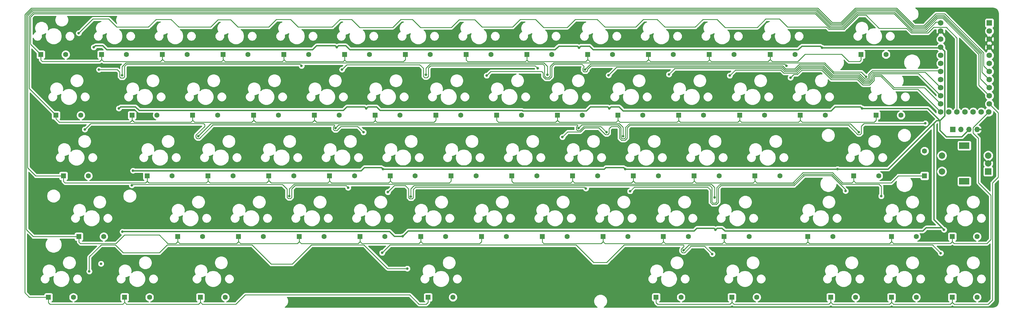
<source format=gbr>
G04 #@! TF.GenerationSoftware,KiCad,Pcbnew,(5.1.10)-1*
G04 #@! TF.CreationDate,2021-09-11T23:54:04-05:00*
G04 #@! TF.ProjectId,kintsugi,6b696e74-7375-4676-992e-6b696361645f,rev?*
G04 #@! TF.SameCoordinates,Original*
G04 #@! TF.FileFunction,Copper,L1,Top*
G04 #@! TF.FilePolarity,Positive*
%FSLAX46Y46*%
G04 Gerber Fmt 4.6, Leading zero omitted, Abs format (unit mm)*
G04 Created by KiCad (PCBNEW (5.1.10)-1) date 2021-09-11 23:54:04*
%MOMM*%
%LPD*%
G01*
G04 APERTURE LIST*
G04 #@! TA.AperFunction,ComponentPad*
%ADD10R,1.600000X1.600000*%
G04 #@! TD*
G04 #@! TA.AperFunction,ComponentPad*
%ADD11C,1.600000*%
G04 #@! TD*
G04 #@! TA.AperFunction,ComponentPad*
%ADD12O,1.700000X1.700000*%
G04 #@! TD*
G04 #@! TA.AperFunction,ComponentPad*
%ADD13R,1.700000X1.700000*%
G04 #@! TD*
G04 #@! TA.AperFunction,ComponentPad*
%ADD14R,1.752600X1.752600*%
G04 #@! TD*
G04 #@! TA.AperFunction,ComponentPad*
%ADD15C,1.752600*%
G04 #@! TD*
G04 #@! TA.AperFunction,ComponentPad*
%ADD16R,2.000000X2.000000*%
G04 #@! TD*
G04 #@! TA.AperFunction,ComponentPad*
%ADD17C,2.000000*%
G04 #@! TD*
G04 #@! TA.AperFunction,ComponentPad*
%ADD18R,3.200000X2.000000*%
G04 #@! TD*
G04 #@! TA.AperFunction,ViaPad*
%ADD19C,0.800000*%
G04 #@! TD*
G04 #@! TA.AperFunction,Conductor*
%ADD20C,0.381000*%
G04 #@! TD*
G04 #@! TA.AperFunction,Conductor*
%ADD21C,0.250000*%
G04 #@! TD*
G04 #@! TA.AperFunction,Conductor*
%ADD22C,0.254000*%
G04 #@! TD*
G04 #@! TA.AperFunction,Conductor*
%ADD23C,0.100000*%
G04 #@! TD*
G04 APERTURE END LIST*
D10*
X293621000Y-96266000D03*
D11*
X301421000Y-96266000D03*
D10*
X267372000Y-96266000D03*
D11*
X275172000Y-96266000D03*
D10*
X314997000Y-58166000D03*
D11*
X322797000Y-58166000D03*
D10*
X291248000Y-58166000D03*
D11*
X299048000Y-58166000D03*
D10*
X310298000Y-39116000D03*
D11*
X318098000Y-39116000D03*
D10*
X281810000Y-39116000D03*
D11*
X289610000Y-39116000D03*
D12*
X346710000Y-62611000D03*
X344170000Y-62611000D03*
X341630000Y-62611000D03*
D13*
X339090000Y-62611000D03*
D10*
X57862000Y-58166000D03*
D11*
X65662000Y-58166000D03*
D10*
X338873000Y-115316000D03*
D11*
X346673000Y-115316000D03*
D10*
X319823000Y-115316000D03*
D11*
X327623000Y-115316000D03*
D10*
X300773000Y-115316000D03*
D11*
X308573000Y-115316000D03*
D10*
X269785000Y-115316000D03*
D11*
X277585000Y-115316000D03*
D10*
X246036000Y-115316000D03*
D11*
X253836000Y-115316000D03*
D10*
X174535000Y-115316000D03*
D11*
X182335000Y-115316000D03*
D10*
X103161000Y-115316000D03*
D11*
X110961000Y-115316000D03*
D10*
X79412000Y-115316000D03*
D11*
X87212000Y-115316000D03*
D10*
X55536000Y-115316000D03*
D11*
X63336000Y-115316000D03*
D10*
X338873000Y-96266000D03*
D11*
X346673000Y-96266000D03*
D10*
X319823000Y-96266000D03*
D11*
X327623000Y-96266000D03*
D10*
X248322000Y-96266000D03*
D11*
X256122000Y-96266000D03*
D10*
X229399000Y-96266000D03*
D11*
X237199000Y-96266000D03*
D10*
X210349000Y-96266000D03*
D11*
X218149000Y-96266000D03*
X199099000Y-96266000D03*
D10*
X191299000Y-96266000D03*
X172249000Y-96266000D03*
D11*
X180049000Y-96266000D03*
D10*
X153199000Y-96266000D03*
D11*
X160999000Y-96266000D03*
D10*
X134149000Y-96266000D03*
D11*
X141949000Y-96266000D03*
D10*
X115099000Y-96266000D03*
D11*
X122899000Y-96266000D03*
D10*
X96049000Y-96266000D03*
D11*
X103849000Y-96266000D03*
D10*
X65061000Y-96266000D03*
D11*
X72861000Y-96266000D03*
D10*
X330200000Y-77179000D03*
D11*
X330200000Y-69379000D03*
D10*
X308012000Y-77216000D03*
D11*
X315812000Y-77216000D03*
D10*
X277024000Y-77216000D03*
D11*
X284824000Y-77216000D03*
D10*
X257974000Y-77216000D03*
D11*
X265774000Y-77216000D03*
D10*
X238924000Y-77216000D03*
D11*
X246724000Y-77216000D03*
D10*
X219874000Y-77216000D03*
D11*
X227674000Y-77216000D03*
D10*
X200824000Y-77216000D03*
D11*
X208624000Y-77216000D03*
D10*
X181774000Y-77216000D03*
D11*
X189574000Y-77216000D03*
D10*
X162721000Y-77216000D03*
D11*
X170521000Y-77216000D03*
D10*
X143674000Y-77216000D03*
D11*
X151474000Y-77216000D03*
D10*
X124624000Y-77216000D03*
D11*
X132424000Y-77216000D03*
D10*
X105574000Y-77216000D03*
D11*
X113374000Y-77216000D03*
D10*
X86484000Y-77216000D03*
D11*
X94284000Y-77216000D03*
X68035000Y-77216000D03*
D10*
X60235000Y-77216000D03*
X272238000Y-58166000D03*
D11*
X280038000Y-58166000D03*
D10*
X253145000Y-58166000D03*
D11*
X260945000Y-58166000D03*
X241895000Y-58166000D03*
D10*
X234095000Y-58166000D03*
X215088000Y-58166000D03*
D11*
X222888000Y-58166000D03*
D10*
X196038000Y-58166000D03*
D11*
X203838000Y-58166000D03*
D10*
X176988000Y-58166000D03*
D11*
X184788000Y-58166000D03*
D10*
X157938000Y-58166000D03*
D11*
X165738000Y-58166000D03*
D10*
X138888000Y-58166000D03*
D11*
X146688000Y-58166000D03*
D10*
X119838000Y-58166000D03*
D11*
X127638000Y-58166000D03*
D10*
X100748000Y-58166000D03*
D11*
X108548000Y-58166000D03*
D10*
X81735000Y-58166000D03*
D11*
X89535000Y-58166000D03*
D10*
X262713000Y-39116000D03*
D11*
X270513000Y-39116000D03*
D10*
X243623000Y-39116000D03*
D11*
X251423000Y-39116000D03*
D10*
X224570000Y-39116000D03*
D11*
X232370000Y-39116000D03*
D10*
X205563000Y-39116000D03*
D11*
X213363000Y-39116000D03*
D10*
X186473000Y-39116000D03*
D11*
X194273000Y-39116000D03*
D10*
X167420000Y-39116000D03*
D11*
X175220000Y-39116000D03*
D10*
X148373000Y-39116000D03*
D11*
X156173000Y-39116000D03*
D10*
X129363000Y-39116000D03*
D11*
X137163000Y-39116000D03*
D10*
X110313000Y-39116000D03*
D11*
X118113000Y-39116000D03*
D10*
X91263000Y-39116000D03*
D11*
X99063000Y-39116000D03*
D10*
X72173000Y-39116000D03*
D11*
X79973000Y-39116000D03*
X60920000Y-39116000D03*
D10*
X53120000Y-39116000D03*
D14*
X350520000Y-29210000D03*
D15*
X350520000Y-31750000D03*
X350520000Y-34290000D03*
X350520000Y-36830000D03*
X350520000Y-39370000D03*
X350520000Y-41910000D03*
X350520000Y-44450000D03*
X350520000Y-46990000D03*
X350520000Y-49530000D03*
X350520000Y-52070000D03*
X350520000Y-54610000D03*
X335280000Y-57150000D03*
X335280000Y-54610000D03*
X335280000Y-52070000D03*
X335280000Y-49530000D03*
X335280000Y-46990000D03*
X335280000Y-44450000D03*
X335280000Y-41910000D03*
X335280000Y-39370000D03*
X335280000Y-36830000D03*
X335280000Y-34290000D03*
X335280000Y-31750000D03*
X350291400Y-57150000D03*
X335280000Y-29210000D03*
X337820000Y-57150000D03*
X340360000Y-57150000D03*
X342900000Y-57150000D03*
X345440000Y-57150000D03*
X347980000Y-57150000D03*
D16*
X350139000Y-75819000D03*
D17*
X350139000Y-73319000D03*
X350139000Y-70819000D03*
D18*
X342639000Y-78919000D03*
X342639000Y-67719000D03*
D17*
X335639000Y-75819000D03*
X335639000Y-70819000D03*
D19*
X69723000Y-36830000D03*
X145923000Y-36830000D03*
X221869000Y-36957000D03*
X298069000Y-36957000D03*
X231394000Y-56007000D03*
X310642000Y-56007000D03*
X155194000Y-56007000D03*
X77597000Y-56007000D03*
X82042000Y-75565000D03*
X160401000Y-75057000D03*
X236347000Y-75057000D03*
X302895000Y-75057000D03*
X336296000Y-94107000D03*
X264668000Y-94107000D03*
X166624000Y-96139000D03*
X72009000Y-104775000D03*
X78740000Y-94742000D03*
X352298000Y-59944000D03*
X65151000Y-34417000D03*
X141351000Y-34416992D03*
X217678000Y-34417000D03*
X294132000Y-34417000D03*
X227203000Y-53467000D03*
X306197000Y-53467000D03*
X151003000Y-53467000D03*
X72644000Y-53467000D03*
X75565000Y-69977000D03*
X155575000Y-72517000D03*
X231902000Y-72644000D03*
X228473000Y-82550000D03*
X305816000Y-85217000D03*
X331978000Y-91567000D03*
X260350000Y-91567000D03*
X69850000Y-104775000D03*
X77850996Y-93218000D03*
X164465000Y-94107000D03*
X342646000Y-82296000D03*
X108331000Y-88138000D03*
X166497000Y-63119000D03*
X243078000Y-62865000D03*
X330454000Y-66167000D03*
X326898000Y-70612000D03*
X330835000Y-115316000D03*
X331597000Y-73279000D03*
X328422000Y-47244000D03*
X331597000Y-38608000D03*
X345313000Y-40005000D03*
X345440000Y-50673000D03*
X71369347Y-43819653D03*
X134874000Y-42672000D03*
X65024000Y-32385000D03*
X147574000Y-43815000D03*
X208915000Y-43434000D03*
X223774000Y-43815000D03*
X286893000Y-42672000D03*
X221742000Y-62230000D03*
X309626002Y-63500000D03*
X230505000Y-63500000D03*
X145542000Y-62230000D03*
X66929000Y-62611000D03*
X154305000Y-63500000D03*
X81661000Y-80137000D03*
X149479000Y-80899000D03*
X224028000Y-81153000D03*
X161925000Y-82296000D03*
X305435000Y-81915000D03*
X237871000Y-82042000D03*
X335280000Y-101473000D03*
X254635000Y-100584000D03*
X263652000Y-101727000D03*
X160147000Y-101346000D03*
X168021000Y-106299000D03*
X68326000Y-107188000D03*
X192913000Y-45720000D03*
X78613000Y-45593000D03*
X211963000Y-45466000D03*
X216662000Y-65024000D03*
X330454000Y-60706000D03*
X102489000Y-64770000D03*
X235712000Y-64770000D03*
X231140000Y-45593000D03*
X131064000Y-83566000D03*
X264350500Y-84010500D03*
X250063000Y-45339000D03*
X269113000Y-45720000D03*
X169164000Y-83693000D03*
X316611000Y-83566000D03*
X288163000Y-46355000D03*
X173863000Y-45466000D03*
X311911989Y-46100989D03*
D20*
X145415000Y-36322000D02*
X145923000Y-36830000D01*
X138303000Y-37592000D02*
X139573000Y-36322000D01*
X139573000Y-36322000D02*
X145415000Y-36322000D01*
X73787000Y-37592000D02*
X138303000Y-37592000D01*
X72517000Y-36322000D02*
X73787000Y-37592000D01*
X70231000Y-36322000D02*
X72517000Y-36322000D01*
X69723000Y-36830000D02*
X70231000Y-36322000D01*
X214376000Y-37592000D02*
X215519000Y-36449000D01*
X221361000Y-36449000D02*
X221869000Y-36957000D01*
X215519000Y-36449000D02*
X221361000Y-36449000D01*
X149987000Y-37592000D02*
X214376000Y-37592000D01*
X148717000Y-36322000D02*
X149987000Y-37592000D01*
X146431000Y-36322000D02*
X148717000Y-36322000D01*
X145923000Y-36830000D02*
X146431000Y-36322000D01*
X297561000Y-36449000D02*
X298069000Y-36957000D01*
X291719000Y-36449000D02*
X297561000Y-36449000D01*
X290576000Y-37592000D02*
X291719000Y-36449000D01*
X225171000Y-36449000D02*
X226314000Y-37592000D01*
X226314000Y-37592000D02*
X290576000Y-37592000D01*
X222377000Y-36449000D02*
X225171000Y-36449000D01*
X221869000Y-36957000D02*
X222377000Y-36449000D01*
X310134000Y-55499000D02*
X310642000Y-56007000D01*
X302133000Y-55499000D02*
X310134000Y-55499000D01*
X300863000Y-56769000D02*
X302133000Y-55499000D01*
X234442000Y-55499000D02*
X235712000Y-56769000D01*
X231902000Y-55499000D02*
X234442000Y-55499000D01*
X235712000Y-56769000D02*
X300863000Y-56769000D01*
X231394000Y-56007000D02*
X231902000Y-55499000D01*
X155702000Y-55499000D02*
X155194000Y-56007000D01*
X159512000Y-56642000D02*
X158369000Y-55499000D01*
X204089000Y-56642000D02*
X159512000Y-56642000D01*
X204216000Y-56769000D02*
X204089000Y-56642000D01*
X224155000Y-56769000D02*
X204216000Y-56769000D01*
X158369000Y-55499000D02*
X155702000Y-55499000D01*
X230886000Y-55499000D02*
X225425000Y-55499000D01*
X225425000Y-55499000D02*
X224155000Y-56769000D01*
X231394000Y-56007000D02*
X230886000Y-55499000D01*
X154686000Y-55499000D02*
X155194000Y-56007000D01*
X149098000Y-55499000D02*
X154686000Y-55499000D01*
X147955000Y-56642000D02*
X149098000Y-55499000D01*
X83947000Y-56642000D02*
X147955000Y-56642000D01*
X82804000Y-55499000D02*
X83947000Y-56642000D01*
X78105000Y-55499000D02*
X82804000Y-55499000D01*
X77597000Y-56007000D02*
X78105000Y-55499000D01*
X159893000Y-74549000D02*
X160401000Y-75057000D01*
X154559000Y-74549000D02*
X159893000Y-74549000D01*
X153543000Y-75565000D02*
X154559000Y-74549000D01*
X82042000Y-75565000D02*
X153543000Y-75565000D01*
X235839000Y-74549000D02*
X236347000Y-75057000D01*
X230251000Y-74549000D02*
X235839000Y-74549000D01*
X229743000Y-75057000D02*
X230251000Y-74549000D01*
X160401000Y-75057000D02*
X229743000Y-75057000D01*
X236347000Y-75057000D02*
X302895000Y-75057000D01*
X335661000Y-93472000D02*
X336296000Y-94107000D01*
X330708000Y-93472000D02*
X335661000Y-93472000D01*
X329692000Y-94488000D02*
X330708000Y-93472000D01*
X267589000Y-94488000D02*
X329692000Y-94488000D01*
X266700000Y-93599000D02*
X267589000Y-94488000D01*
X265176000Y-93599000D02*
X266700000Y-93599000D01*
X264668000Y-94107000D02*
X265176000Y-93599000D01*
X264668000Y-94107000D02*
X264287000Y-93726000D01*
X264287000Y-93726000D02*
X264160000Y-93599000D01*
X264160000Y-93599000D02*
X258826000Y-93599000D01*
X258826000Y-93599000D02*
X257937000Y-94488000D01*
X168275000Y-94488000D02*
X166624000Y-96139000D01*
X257937000Y-94488000D02*
X168275000Y-94488000D01*
X166624000Y-96139000D02*
X163957000Y-96139000D01*
X163957000Y-96139000D02*
X162433000Y-94615000D01*
X78867000Y-94615000D02*
X78740000Y-94742000D01*
X162433000Y-94615000D02*
X78867000Y-94615000D01*
X335153000Y-36957000D02*
X335280000Y-36830000D01*
X298069000Y-36957000D02*
X335153000Y-36957000D01*
X333121000Y-90932000D02*
X333121000Y-64643000D01*
X335661000Y-93472000D02*
X333121000Y-90932000D01*
X336553199Y-38103199D02*
X335280000Y-36830000D01*
X336553199Y-58289801D02*
X336553199Y-38103199D01*
X335026000Y-59817000D02*
X336553199Y-58289801D01*
X334010000Y-59817000D02*
X335026000Y-59817000D01*
X302895000Y-75057000D02*
X318770000Y-75057000D01*
X333121000Y-64643000D02*
X333121000Y-60706000D01*
X333121000Y-60706000D02*
X334010000Y-59817000D01*
X318770000Y-75057000D02*
X333121000Y-60706000D01*
X331216000Y-56007000D02*
X335026000Y-59817000D01*
X310642000Y-56007000D02*
X331216000Y-56007000D01*
X335026000Y-62865000D02*
X335026000Y-59817000D01*
X337058000Y-64897000D02*
X335026000Y-62865000D01*
X341884000Y-64897000D02*
X337058000Y-64897000D01*
X344170000Y-62611000D02*
X341884000Y-64897000D01*
X349631000Y-62611000D02*
X352298000Y-59944000D01*
X346710000Y-62611000D02*
X349631000Y-62611000D01*
X137541000Y-36576000D02*
X139700000Y-34417000D01*
X74168000Y-36576000D02*
X137541000Y-36576000D01*
X72898000Y-35306000D02*
X74168000Y-36576000D01*
X66040000Y-35306000D02*
X72898000Y-35306000D01*
X65151000Y-34417000D02*
X66040000Y-35306000D01*
X141350992Y-34417000D02*
X141351000Y-34416992D01*
X139700000Y-34417000D02*
X141350992Y-34417000D01*
X215900000Y-34417000D02*
X217678000Y-34417000D01*
X213741000Y-36576000D02*
X215900000Y-34417000D01*
X149352000Y-35306000D02*
X150622000Y-36576000D01*
X142240008Y-35306000D02*
X149352000Y-35306000D01*
X150622000Y-36576000D02*
X213741000Y-36576000D01*
X141351000Y-34416992D02*
X142240008Y-35306000D01*
X292100000Y-34417000D02*
X294132000Y-34417000D01*
X289941000Y-36576000D02*
X292100000Y-34417000D01*
X226949000Y-36576000D02*
X289941000Y-36576000D01*
X225806000Y-35433000D02*
X226949000Y-36576000D01*
X218694000Y-35433000D02*
X225806000Y-35433000D01*
X217678000Y-34417000D02*
X218694000Y-35433000D01*
X228092000Y-54356000D02*
X227203000Y-53467000D01*
X235077000Y-54356000D02*
X228092000Y-54356000D01*
X236347000Y-55626000D02*
X235077000Y-54356000D01*
X300101000Y-55626000D02*
X236347000Y-55626000D01*
X302260000Y-53467000D02*
X300101000Y-55626000D01*
X306197000Y-53467000D02*
X302260000Y-53467000D01*
X223393000Y-55626000D02*
X225552000Y-53467000D01*
X160020000Y-55626000D02*
X223393000Y-55626000D01*
X158750000Y-54356000D02*
X160020000Y-55626000D01*
X225552000Y-53467000D02*
X227203000Y-53467000D01*
X151892000Y-54356000D02*
X158750000Y-54356000D01*
X151003000Y-53467000D02*
X151892000Y-54356000D01*
X147320000Y-55499000D02*
X149352000Y-53467000D01*
X84709000Y-55499000D02*
X147320000Y-55499000D01*
X83693000Y-54483000D02*
X84709000Y-55499000D01*
X73660000Y-54483000D02*
X83693000Y-54483000D01*
X149352000Y-53467000D02*
X151003000Y-53467000D01*
X72644000Y-53467000D02*
X73660000Y-54483000D01*
X154305000Y-72517000D02*
X155575000Y-72517000D01*
X152527000Y-74295000D02*
X154305000Y-72517000D01*
X79883000Y-74295000D02*
X152527000Y-74295000D01*
X75565000Y-69977000D02*
X79883000Y-74295000D01*
X228854000Y-74041000D02*
X230251000Y-72644000D01*
X163957000Y-74041000D02*
X228854000Y-74041000D01*
X230251000Y-72644000D02*
X231902000Y-72644000D01*
X163449000Y-73533000D02*
X163957000Y-74041000D01*
X156591000Y-73533000D02*
X163449000Y-73533000D01*
X155575000Y-72517000D02*
X156591000Y-73533000D01*
X228981000Y-83058000D02*
X228473000Y-82550000D01*
X260604000Y-83058000D02*
X228981000Y-83058000D01*
X261366000Y-85471000D02*
X261366000Y-83820000D01*
X263271000Y-87376000D02*
X261366000Y-85471000D01*
X265049000Y-87376000D02*
X263271000Y-87376000D01*
X267081000Y-85344000D02*
X265049000Y-87376000D01*
X267081000Y-83820000D02*
X267081000Y-85344000D01*
X267843000Y-83058000D02*
X267081000Y-83820000D01*
X303657000Y-83058000D02*
X267843000Y-83058000D01*
X261366000Y-83820000D02*
X260604000Y-83058000D01*
X305816000Y-85217000D02*
X303657000Y-83058000D01*
X330454000Y-91567000D02*
X331978000Y-91567000D01*
X328676000Y-93345000D02*
X330454000Y-91567000D01*
X268097000Y-93345000D02*
X328676000Y-93345000D01*
X267335000Y-92583000D02*
X268097000Y-93345000D01*
X261366000Y-92583000D02*
X267335000Y-92583000D01*
X260350000Y-91567000D02*
X261366000Y-92583000D01*
X163576000Y-93218000D02*
X164465000Y-94107000D01*
X77850996Y-93218000D02*
X163576000Y-93218000D01*
X165227000Y-93345000D02*
X164465000Y-94107000D01*
X257302000Y-93345000D02*
X165227000Y-93345000D01*
X259080000Y-91567000D02*
X257302000Y-93345000D01*
X260350000Y-91567000D02*
X259080000Y-91567000D01*
D21*
X72173000Y-40730000D02*
X72173000Y-39116000D01*
X71628000Y-41275000D02*
X72173000Y-40730000D01*
X53594000Y-41275000D02*
X71628000Y-41275000D01*
X53120000Y-40801000D02*
X53594000Y-41275000D01*
X53120000Y-39116000D02*
X53120000Y-40801000D01*
X91263000Y-40690000D02*
X91263000Y-39116000D01*
X90678000Y-41275000D02*
X91263000Y-40690000D01*
X72771000Y-41275000D02*
X90678000Y-41275000D01*
X72226000Y-40730000D02*
X72771000Y-41275000D01*
X72173000Y-40730000D02*
X72226000Y-40730000D01*
X91263000Y-40690000D02*
X91263000Y-40717000D01*
X91263000Y-40690000D02*
X91363000Y-40690000D01*
X91363000Y-40690000D02*
X91948000Y-41275000D01*
X91948000Y-41275000D02*
X109855000Y-41275000D01*
X110313000Y-40817000D02*
X110313000Y-39116000D01*
X109855000Y-41275000D02*
X110313000Y-40817000D01*
X110313000Y-40817000D02*
X110413000Y-40817000D01*
X110413000Y-40817000D02*
X110871000Y-41275000D01*
X110871000Y-41275000D02*
X128905000Y-41275000D01*
X129363000Y-40817000D02*
X129363000Y-39116000D01*
X128905000Y-41275000D02*
X129363000Y-40817000D01*
X148373000Y-40857000D02*
X148373000Y-39116000D01*
X147955000Y-41275000D02*
X148373000Y-40857000D01*
X129921000Y-41275000D02*
X147955000Y-41275000D01*
X129463000Y-40817000D02*
X129921000Y-41275000D01*
X129363000Y-40817000D02*
X129463000Y-40817000D01*
X148373000Y-40857000D02*
X148426000Y-40857000D01*
X148426000Y-40857000D02*
X148844000Y-41275000D01*
X148844000Y-41275000D02*
X166878000Y-41275000D01*
X167420000Y-40733000D02*
X167420000Y-39116000D01*
X166878000Y-41275000D02*
X167420000Y-40733000D01*
X326263000Y-31877000D02*
X330835000Y-31877000D01*
X320697044Y-26311044D02*
X326263000Y-31877000D01*
X335026000Y-28956000D02*
X335280000Y-29210000D01*
X300424010Y-30803014D02*
X304730990Y-30803014D01*
X295932040Y-26311044D02*
X300424010Y-30803014D01*
X330835000Y-31877000D02*
X333756000Y-28956000D01*
X50904956Y-26311044D02*
X295932040Y-26311044D01*
X49911005Y-27304995D02*
X50904956Y-26311044D01*
X333756000Y-28956000D02*
X335026000Y-28956000D01*
X309222960Y-26311044D02*
X320697044Y-26311044D01*
X304730990Y-30803014D02*
X309222960Y-26311044D01*
X49911005Y-35907005D02*
X49911005Y-27304995D01*
X53120000Y-39116000D02*
X49911005Y-35907005D01*
X81735000Y-59743000D02*
X81735000Y-58166000D01*
X81153000Y-60325000D02*
X81735000Y-59743000D01*
X58928000Y-60325000D02*
X81153000Y-60325000D01*
X57862000Y-59259000D02*
X58928000Y-60325000D01*
X57862000Y-58166000D02*
X57862000Y-59259000D01*
X81735000Y-59743000D02*
X81841000Y-59743000D01*
X81841000Y-59743000D02*
X82423000Y-60325000D01*
X82423000Y-60325000D02*
X100203000Y-60325000D01*
X100748000Y-59780000D02*
X100748000Y-58166000D01*
X100203000Y-60325000D02*
X100748000Y-59780000D01*
X100748000Y-59780000D02*
X100801000Y-59780000D01*
X100801000Y-59780000D02*
X101346000Y-60325000D01*
X101346000Y-60325000D02*
X119253000Y-60325000D01*
X119838000Y-59740000D02*
X119838000Y-58166000D01*
X119253000Y-60325000D02*
X119838000Y-59740000D01*
X119838000Y-59740000D02*
X119938000Y-59740000D01*
X119938000Y-59740000D02*
X120523000Y-60325000D01*
X120523000Y-60325000D02*
X138303000Y-60325000D01*
X138888000Y-59740000D02*
X138888000Y-58166000D01*
X138303000Y-60325000D02*
X138888000Y-59740000D01*
X157938000Y-59867000D02*
X157938000Y-58166000D01*
X157480000Y-60325000D02*
X157938000Y-59867000D01*
X139573000Y-60325000D02*
X157480000Y-60325000D01*
X138988000Y-59740000D02*
X139573000Y-60325000D01*
X138888000Y-59740000D02*
X138988000Y-59740000D01*
X157938000Y-59867000D02*
X158038000Y-59867000D01*
X158038000Y-59867000D02*
X158496000Y-60325000D01*
X158496000Y-60325000D02*
X176403000Y-60325000D01*
X176988000Y-59740000D02*
X176988000Y-58166000D01*
X176403000Y-60325000D02*
X176988000Y-59740000D01*
X350266000Y-52324000D02*
X350520000Y-52070000D01*
X49460994Y-49764993D02*
X49460994Y-27118596D01*
X326391410Y-31369000D02*
X330581003Y-31369000D01*
X296118440Y-25861033D02*
X300610410Y-30353003D01*
X334264003Y-27686005D02*
X335915005Y-27686005D01*
X57862000Y-58166000D02*
X49460994Y-49764993D01*
X309036560Y-25861033D02*
X320883443Y-25861033D01*
X304544590Y-30353003D02*
X309036560Y-25861033D01*
X320883443Y-25861033D02*
X326391410Y-31369000D01*
X300610410Y-30353003D02*
X304544590Y-30353003D01*
X49460994Y-27118596D02*
X50718557Y-25861033D01*
X347218000Y-38989000D02*
X347218000Y-48768000D01*
X347218000Y-48768000D02*
X350520000Y-52070000D01*
X330581003Y-31369000D02*
X334264003Y-27686005D01*
X335915005Y-27686005D02*
X347218000Y-38989000D01*
X50718557Y-25861033D02*
X296118440Y-25861033D01*
X86484000Y-78870000D02*
X86484000Y-77216000D01*
X85979000Y-79375000D02*
X86484000Y-78870000D01*
X60706000Y-79375000D02*
X85979000Y-79375000D01*
X60235000Y-78904000D02*
X60706000Y-79375000D01*
X60235000Y-77216000D02*
X60235000Y-78904000D01*
X105574000Y-78830000D02*
X105574000Y-77216000D01*
X105029000Y-79375000D02*
X105574000Y-78830000D01*
X86995000Y-79375000D02*
X105029000Y-79375000D01*
X86490000Y-78870000D02*
X86995000Y-79375000D01*
X86484000Y-78870000D02*
X86490000Y-78870000D01*
X105574000Y-78830000D02*
X105627000Y-78830000D01*
X105627000Y-78830000D02*
X106172000Y-79375000D01*
X106172000Y-79375000D02*
X123952000Y-79375000D01*
X124624000Y-78703000D02*
X124624000Y-77216000D01*
X123952000Y-79375000D02*
X124624000Y-78703000D01*
X124624000Y-78703000D02*
X124677000Y-78703000D01*
X124677000Y-78703000D02*
X125349000Y-79375000D01*
X125349000Y-79375000D02*
X143129000Y-79375000D01*
X143674000Y-78830000D02*
X143674000Y-77216000D01*
X143129000Y-79375000D02*
X143674000Y-78830000D01*
X162721000Y-78833000D02*
X162721000Y-77216000D01*
X144272000Y-79375000D02*
X162179000Y-79375000D01*
X162179000Y-79375000D02*
X162721000Y-78833000D01*
X143727000Y-78830000D02*
X144272000Y-79375000D01*
X143674000Y-78830000D02*
X143727000Y-78830000D01*
X162721000Y-78833000D02*
X162780000Y-78833000D01*
X162780000Y-78833000D02*
X163322000Y-79375000D01*
X163322000Y-79375000D02*
X181229000Y-79375000D01*
X181774000Y-78830000D02*
X181774000Y-77216000D01*
X181229000Y-79375000D02*
X181774000Y-78830000D01*
X334077603Y-27235994D02*
X336101404Y-27235994D01*
X60235000Y-77216000D02*
X51562000Y-77216000D01*
X49010983Y-74664983D02*
X49010984Y-26932196D01*
X50532158Y-25411022D02*
X296304842Y-25411022D01*
X296304842Y-25411022D02*
X300796810Y-29902992D01*
X300796810Y-29902992D02*
X304358190Y-29902992D01*
X304358190Y-29902992D02*
X308850160Y-25411022D01*
X321069842Y-25411022D02*
X326577811Y-30918991D01*
X49010984Y-26932196D02*
X50532158Y-25411022D01*
X347726000Y-46736000D02*
X350520000Y-49530000D01*
X336101404Y-27235994D02*
X347726000Y-38860590D01*
X330394602Y-30918990D02*
X334077603Y-27235994D01*
X51562000Y-77216000D02*
X49010983Y-74664983D01*
X326577811Y-30918991D02*
X330394602Y-30918990D01*
X308850160Y-25411022D02*
X321069842Y-25411022D01*
X347726000Y-38860590D02*
X347726000Y-46736000D01*
X96049000Y-97880000D02*
X96049000Y-96266000D01*
X96049000Y-97880000D02*
X96102000Y-97880000D01*
X96102000Y-97880000D02*
X96647000Y-98425000D01*
X96647000Y-98425000D02*
X114554000Y-98425000D01*
X115099000Y-97880000D02*
X115099000Y-96266000D01*
X114554000Y-98425000D02*
X115099000Y-97880000D01*
X115099000Y-97880000D02*
X115152000Y-97880000D01*
X115152000Y-97880000D02*
X115697000Y-98425000D01*
X115697000Y-98425000D02*
X133604000Y-98425000D01*
X134149000Y-97880000D02*
X134149000Y-96266000D01*
X133604000Y-98425000D02*
X134149000Y-97880000D01*
X134149000Y-97880000D02*
X134202000Y-97880000D01*
X134202000Y-97880000D02*
X134747000Y-98425000D01*
X134747000Y-98425000D02*
X152654000Y-98425000D01*
X153199000Y-97880000D02*
X153199000Y-96266000D01*
X152654000Y-98425000D02*
X153199000Y-97880000D01*
X153199000Y-97880000D02*
X153252000Y-97880000D01*
X153252000Y-97880000D02*
X153797000Y-98425000D01*
X153797000Y-98425000D02*
X171704000Y-98425000D01*
X172249000Y-97880000D02*
X172249000Y-96266000D01*
X171704000Y-98425000D02*
X172249000Y-97880000D01*
X172249000Y-97880000D02*
X172302000Y-97880000D01*
X172302000Y-97880000D02*
X172847000Y-98425000D01*
X172847000Y-98425000D02*
X190754000Y-98425000D01*
X191299000Y-97880000D02*
X191299000Y-96266000D01*
X190754000Y-98425000D02*
X191299000Y-97880000D01*
X95504000Y-98425000D02*
X96049000Y-97880000D01*
X92964000Y-98425000D02*
X95504000Y-98425000D01*
X90297000Y-95758000D02*
X92964000Y-98425000D01*
X79375000Y-95758000D02*
X90297000Y-95758000D01*
X65532000Y-98425000D02*
X76708000Y-98425000D01*
X65061000Y-97954000D02*
X65532000Y-98425000D01*
X76708000Y-98425000D02*
X79375000Y-95758000D01*
X65061000Y-96266000D02*
X65061000Y-97954000D01*
X65061000Y-96266000D02*
X50800000Y-96266000D01*
X50800000Y-96266000D02*
X48560972Y-94026972D01*
X48560972Y-94026972D02*
X48560972Y-74851380D01*
X48560972Y-74851380D02*
X48560972Y-73579972D01*
X48560972Y-73579972D02*
X48560972Y-73406000D01*
X326764210Y-30468981D02*
X330208201Y-30468980D01*
X330208201Y-30468980D02*
X333891203Y-26785983D01*
X348234000Y-38732180D02*
X348234000Y-44704000D01*
X48560974Y-26745796D02*
X50345759Y-24961011D01*
X321256241Y-24961011D02*
X326764210Y-30468981D01*
X48560972Y-73579972D02*
X48560974Y-26745796D01*
X308663761Y-24961011D02*
X321256241Y-24961011D01*
X304171790Y-29452981D02*
X308663761Y-24961011D01*
X300983210Y-29452981D02*
X304171790Y-29452981D01*
X296491241Y-24961011D02*
X300983210Y-29452981D01*
X50345759Y-24961011D02*
X296491241Y-24961011D01*
X336287803Y-26785983D02*
X348234000Y-38732180D01*
X333891203Y-26785983D02*
X336287803Y-26785983D01*
X348234000Y-44704000D02*
X350520000Y-46990000D01*
X55536000Y-115316000D02*
X55536000Y-117004000D01*
X55536000Y-117004000D02*
X56007000Y-117475000D01*
X56007000Y-117475000D02*
X78867000Y-117475000D01*
X79412000Y-116930000D02*
X79412000Y-115316000D01*
X78867000Y-117475000D02*
X79412000Y-116930000D01*
X79412000Y-116930000D02*
X79465000Y-116930000D01*
X79465000Y-116930000D02*
X80010000Y-117475000D01*
X80010000Y-117475000D02*
X102616000Y-117475000D01*
X103161000Y-116930000D02*
X103161000Y-115316000D01*
X102616000Y-117475000D02*
X103161000Y-116930000D01*
X174535000Y-116930000D02*
X174535000Y-115316000D01*
X171704000Y-117475000D02*
X173990000Y-117475000D01*
X168783000Y-114554000D02*
X171704000Y-117475000D01*
X117221000Y-114554000D02*
X168783000Y-114554000D01*
X173990000Y-117475000D02*
X174535000Y-116930000D01*
X114300000Y-117475000D02*
X117221000Y-114554000D01*
X103759000Y-117475000D02*
X114300000Y-117475000D01*
X103214000Y-116930000D02*
X103759000Y-117475000D01*
X103161000Y-116930000D02*
X103214000Y-116930000D01*
X348742000Y-42672000D02*
X350520000Y-44450000D01*
X336474203Y-26335973D02*
X348742000Y-38603770D01*
X333704802Y-26335972D02*
X336474203Y-26335973D01*
X330021800Y-30018970D02*
X333704802Y-26335972D01*
X326950610Y-30018970D02*
X330021800Y-30018970D01*
X321442640Y-24511000D02*
X326950610Y-30018970D01*
X308477360Y-24511000D02*
X321442640Y-24511000D01*
X303985390Y-29002970D02*
X308477360Y-24511000D01*
X301169610Y-29002970D02*
X303985390Y-29002970D01*
X296677640Y-24511000D02*
X301169610Y-29002970D01*
X48110962Y-113896962D02*
X48110964Y-26559396D01*
X348742000Y-38603770D02*
X348742000Y-42672000D01*
X48110964Y-26559396D02*
X50159360Y-24511000D01*
X50159360Y-24511000D02*
X296677640Y-24511000D01*
X55536000Y-115316000D02*
X49530000Y-115316000D01*
X49530000Y-115316000D02*
X48110962Y-113896962D01*
X79375000Y-42800410D02*
X80000390Y-42175020D01*
X78994000Y-46482000D02*
X79375000Y-46101000D01*
X78232000Y-46482000D02*
X78994000Y-46482000D01*
X77851000Y-46101000D02*
X78232000Y-46482000D01*
X79375000Y-46101000D02*
X79375000Y-42800410D01*
X77851000Y-44577000D02*
X77851000Y-46101000D01*
X80000390Y-42175020D02*
X133985000Y-42175020D01*
X77093653Y-43819653D02*
X77851000Y-44577000D01*
X71369347Y-43819653D02*
X77093653Y-43819653D01*
X134377020Y-42175020D02*
X134874000Y-42672000D01*
X133985000Y-42175020D02*
X134377020Y-42175020D01*
X340360000Y-33909000D02*
X340360000Y-57150000D01*
X336999699Y-30548699D02*
X340360000Y-33909000D01*
X333052301Y-30548699D02*
X336999699Y-30548699D01*
X326076600Y-32327010D02*
X331273990Y-32327010D01*
X324610590Y-30861000D02*
X326076600Y-32327010D01*
X315976000Y-30861000D02*
X324610590Y-30861000D01*
X311876054Y-26761054D02*
X315976000Y-30861000D01*
X309409360Y-26761054D02*
X311876054Y-26761054D01*
X304917391Y-31253023D02*
X309409360Y-26761054D01*
X331273990Y-32327010D02*
X333052301Y-30548699D01*
X284734000Y-27940000D02*
X287274000Y-30480000D01*
X280416000Y-27940000D02*
X284734000Y-27940000D01*
X277749000Y-30607000D02*
X280416000Y-27940000D01*
X267716000Y-30607000D02*
X277749000Y-30607000D01*
X260731000Y-28067000D02*
X265176000Y-28067000D01*
X248793000Y-30480000D02*
X258318000Y-30480000D01*
X242062000Y-28067000D02*
X246380000Y-28067000D01*
X239649000Y-30480000D02*
X242062000Y-28067000D01*
X227584000Y-28067000D02*
X229997000Y-30480000D01*
X208280000Y-28067000D02*
X210820000Y-30607000D01*
X229997000Y-30480000D02*
X239649000Y-30480000D01*
X124587000Y-30480000D02*
X127000000Y-28067000D01*
X220726000Y-28067000D02*
X227584000Y-28067000D01*
X218186000Y-30607000D02*
X220726000Y-28067000D01*
X96393000Y-30480000D02*
X106426000Y-30480000D01*
X146939000Y-28067000D02*
X150622000Y-28067000D01*
X258318000Y-30480000D02*
X260731000Y-28067000D01*
X112649000Y-28194000D02*
X114935000Y-30480000D01*
X246380000Y-28067000D02*
X248793000Y-30480000D01*
X106426000Y-30480000D02*
X108712000Y-28194000D01*
X114935000Y-30480000D02*
X124587000Y-30480000D01*
X210820000Y-30607000D02*
X218186000Y-30607000D01*
X74422000Y-27940000D02*
X76962000Y-30480000D01*
X89281000Y-28067000D02*
X93980000Y-28067000D01*
X172212000Y-30607000D02*
X181864000Y-30607000D01*
X203454000Y-28067000D02*
X208280000Y-28067000D01*
X86868000Y-30480000D02*
X89281000Y-28067000D01*
X265176000Y-28067000D02*
X267716000Y-30607000D01*
X108712000Y-28194000D02*
X112649000Y-28194000D01*
X93980000Y-28067000D02*
X96393000Y-30480000D01*
X76962000Y-30480000D02*
X86868000Y-30480000D01*
X184277000Y-28194000D02*
X189230000Y-28194000D01*
X165989000Y-28067000D02*
X169672000Y-28067000D01*
X69469000Y-27940000D02*
X74422000Y-27940000D01*
X163449000Y-30607000D02*
X165989000Y-28067000D01*
X189230000Y-28194000D02*
X191516000Y-30480000D01*
X65024000Y-32385000D02*
X69469000Y-27940000D01*
X127000000Y-28067000D02*
X131445000Y-28067000D01*
X131445000Y-28067000D02*
X133858000Y-30480000D01*
X133858000Y-30480000D02*
X144526000Y-30480000D01*
X150622000Y-28067000D02*
X153162000Y-30607000D01*
X153162000Y-30607000D02*
X163449000Y-30607000D01*
X169672000Y-28067000D02*
X172212000Y-30607000D01*
X144526000Y-30480000D02*
X146939000Y-28067000D01*
X181864000Y-30607000D02*
X184277000Y-28194000D01*
X201041000Y-30480000D02*
X203454000Y-28067000D01*
X191516000Y-30480000D02*
X201041000Y-30480000D01*
X300237609Y-31253023D02*
X304917391Y-31253023D01*
X299464586Y-30480000D02*
X300237609Y-31253023D01*
X287274000Y-30480000D02*
X299464586Y-30480000D01*
X208661000Y-43180000D02*
X208915000Y-43434000D01*
X175319400Y-42625030D02*
X208106030Y-42625030D01*
X174625000Y-45974000D02*
X174625000Y-43319430D01*
X174244000Y-46355000D02*
X174625000Y-45974000D01*
X174625000Y-43319430D02*
X175319400Y-42625030D01*
X173101000Y-45974000D02*
X173482000Y-46355000D01*
X173482000Y-46355000D02*
X174244000Y-46355000D01*
X173101000Y-43434000D02*
X173101000Y-45974000D01*
X208106030Y-42625030D02*
X208661000Y-43180000D01*
X171958000Y-42291000D02*
X173101000Y-43434000D01*
X149098000Y-42291000D02*
X171958000Y-42291000D01*
X147574000Y-43815000D02*
X149098000Y-42291000D01*
X286396020Y-42175020D02*
X286893000Y-42672000D01*
X225413980Y-42175020D02*
X286396020Y-42175020D01*
X223774000Y-43815000D02*
X225413980Y-42175020D01*
X237617000Y-60833000D02*
X306959002Y-60833000D01*
X236474000Y-61976000D02*
X237617000Y-60833000D01*
X236474000Y-65151000D02*
X236474000Y-61976000D01*
X236093000Y-65532000D02*
X236474000Y-65151000D01*
X235331000Y-65532000D02*
X236093000Y-65532000D01*
X234986999Y-65187999D02*
X235331000Y-65532000D01*
X234986999Y-62012999D02*
X234986999Y-65187999D01*
X234188000Y-61214000D02*
X234986999Y-62012999D01*
X306959002Y-60833000D02*
X309626002Y-63500000D01*
X222758000Y-61214000D02*
X234188000Y-61214000D01*
X221742000Y-62230000D02*
X222758000Y-61214000D01*
X221372020Y-61225020D02*
X146546980Y-61225020D01*
X221488000Y-61341000D02*
X221372020Y-61225020D01*
X221488000Y-61410998D02*
X221488000Y-61341000D01*
X221016999Y-62647999D02*
X221016999Y-61881999D01*
X221324001Y-62955001D02*
X221016999Y-62647999D01*
X222102009Y-62955001D02*
X221324001Y-62955001D01*
X146546980Y-61225020D02*
X145542000Y-62230000D01*
X223393000Y-61664010D02*
X222102009Y-62955001D01*
X221016999Y-61881999D02*
X221488000Y-61410998D01*
X228669010Y-61664010D02*
X223393000Y-61664010D01*
X230505000Y-63500000D02*
X228669010Y-61664010D01*
X102140999Y-65495001D02*
X101763999Y-65118001D01*
X102837001Y-65495001D02*
X102140999Y-65495001D01*
X145172020Y-61225020D02*
X107106982Y-61225020D01*
X107106982Y-61225020D02*
X102837001Y-65495001D01*
X145193999Y-62955001D02*
X144816999Y-62578001D01*
X145288000Y-61341000D02*
X145172020Y-61225020D01*
X145288000Y-61410998D02*
X145288000Y-61341000D01*
X144816999Y-61881999D02*
X145288000Y-61410998D01*
X144816999Y-62578001D02*
X144816999Y-61881999D01*
X147169972Y-61675030D02*
X145890001Y-62955001D01*
X152480030Y-61675030D02*
X147169972Y-61675030D01*
X145890001Y-62955001D02*
X145193999Y-62955001D01*
X101763999Y-65118001D02*
X101763999Y-64421999D01*
X104209010Y-60775010D02*
X68764990Y-60775010D01*
X101763999Y-64421999D02*
X104521000Y-61664998D01*
X104521000Y-61664998D02*
X104521000Y-61087000D01*
X104521000Y-61087000D02*
X104209010Y-60775010D01*
X68764990Y-60775010D02*
X66929000Y-62611000D01*
X154305000Y-63500000D02*
X152480030Y-61675030D01*
X131789001Y-83914001D02*
X131789001Y-81253499D01*
X131412001Y-84291001D02*
X131789001Y-83914001D01*
X130338999Y-83914001D02*
X130715999Y-84291001D01*
X130338999Y-81316999D02*
X130338999Y-83914001D01*
X131789001Y-81253499D02*
X132767480Y-80275020D01*
X128905000Y-79883000D02*
X130338999Y-81316999D01*
X130715999Y-84291001D02*
X131412001Y-84291001D01*
X81915000Y-79883000D02*
X128905000Y-79883000D01*
X148855020Y-80275020D02*
X149479000Y-80899000D01*
X132767480Y-80275020D02*
X148855020Y-80275020D01*
X81661000Y-80137000D02*
X81915000Y-79883000D01*
X161925000Y-82296000D02*
X163945980Y-80275020D01*
X163945980Y-80275020D02*
X167397020Y-80275020D01*
X168815999Y-84418001D02*
X169512001Y-84418001D01*
X167397020Y-80275020D02*
X168438999Y-81316999D01*
X168438999Y-84041001D02*
X168815999Y-84418001D01*
X168438999Y-81316999D02*
X168438999Y-84041001D01*
X169512001Y-84418001D02*
X169889001Y-84041001D01*
X169889001Y-84041001D02*
X169889001Y-81443999D01*
X169889001Y-81443999D02*
X170607970Y-80725030D01*
X170607970Y-80725030D02*
X223600030Y-80725030D01*
X223600030Y-80725030D02*
X224028000Y-81153000D01*
X305435000Y-81689776D02*
X305435000Y-81915000D01*
X262208030Y-80725030D02*
X263074990Y-81591990D01*
X237871000Y-82042000D02*
X239187970Y-80725030D01*
X239187970Y-80725030D02*
X262208030Y-80725030D01*
X263074991Y-85530401D02*
X263719600Y-86175010D01*
X265525511Y-81058899D02*
X266309391Y-80275019D01*
X292472800Y-77100020D02*
X300998200Y-77100020D01*
X263074990Y-81591990D02*
X263074991Y-85530401D01*
X263719600Y-86175010D02*
X264854401Y-86175009D01*
X264854401Y-86175009D02*
X265525511Y-85503899D01*
X265525511Y-85503899D02*
X265525511Y-81058899D01*
X266309391Y-80275019D02*
X289297802Y-80275018D01*
X289297802Y-80275018D02*
X292472800Y-77100020D01*
X300998200Y-77100020D02*
X305435000Y-81536820D01*
X305435000Y-81536820D02*
X305435000Y-81915000D01*
X332682010Y-98875010D02*
X256343990Y-98875010D01*
X335280000Y-101473000D02*
X332682010Y-98875010D01*
X254635000Y-100584000D02*
X256343990Y-98875010D01*
X162617990Y-98875010D02*
X160147000Y-101346000D01*
X210633599Y-98875009D02*
X162617990Y-98875010D01*
X220922010Y-98875010D02*
X210633599Y-98875009D01*
X254762000Y-99060000D02*
X254577010Y-98875010D01*
X261250020Y-99325020D02*
X256966982Y-99325020D01*
X253909999Y-100235999D02*
X254762000Y-99383998D01*
X256966982Y-99325020D02*
X254983001Y-101309001D01*
X236023990Y-98875010D02*
X230505000Y-104394000D01*
X263652000Y-101727000D02*
X261250020Y-99325020D01*
X254983001Y-101309001D02*
X254286999Y-101309001D01*
X254286999Y-101309001D02*
X253909999Y-100932001D01*
X254577010Y-98875010D02*
X236023990Y-98875010D01*
X253909999Y-100932001D02*
X253909999Y-100235999D01*
X230505000Y-104394000D02*
X226441000Y-104394000D01*
X254762000Y-99383998D02*
X254762000Y-99060000D01*
X226441000Y-104394000D02*
X220922010Y-98875010D01*
X76523010Y-98875010D02*
X72066990Y-98875010D01*
X78994000Y-101346000D02*
X76523010Y-98875010D01*
X72066990Y-98875010D02*
X68326000Y-102616000D01*
X90306608Y-101346000D02*
X78994000Y-101346000D01*
X92777599Y-98875009D02*
X90306608Y-101346000D01*
X68326000Y-102616000D02*
X68326000Y-107188000D01*
X161855990Y-106299000D02*
X154432000Y-98875010D01*
X168021000Y-106299000D02*
X161855990Y-106299000D01*
X154432000Y-98875010D02*
X137979990Y-98875010D01*
X137979990Y-98875010D02*
X131953000Y-104902000D01*
X119322009Y-98875009D02*
X92777599Y-98875009D01*
X125349000Y-104902000D02*
X119322009Y-98875009D01*
X131953000Y-104902000D02*
X125349000Y-104902000D01*
X194183000Y-44450000D02*
X192913000Y-45720000D01*
X210185000Y-44450000D02*
X194183000Y-44450000D01*
X210623990Y-44888990D02*
X210185000Y-44450000D01*
X210623991Y-46033401D02*
X210623990Y-44888990D01*
X224122001Y-44540001D02*
X223425999Y-44540001D01*
X223425999Y-44540001D02*
X223048999Y-44163001D01*
X289560001Y-43560998D02*
X286638998Y-43560998D01*
X214112390Y-42175020D02*
X213302010Y-42985400D01*
X290945980Y-42175018D02*
X289560001Y-43560998D01*
X312260003Y-46825999D02*
X311563998Y-46825999D01*
X298717840Y-42175018D02*
X290945980Y-42175018D01*
X222769020Y-42175020D02*
X214112390Y-42175020D01*
X309880990Y-45142991D02*
X301685813Y-45142991D01*
X311563998Y-46825999D02*
X309880990Y-45142991D01*
X286638998Y-43560998D02*
X285703032Y-42625030D01*
X312636999Y-46449003D02*
X312260003Y-46825999D01*
X312636999Y-45375999D02*
X312636999Y-46449003D01*
X301685813Y-45142991D02*
X298717840Y-42175018D01*
X335026000Y-44196000D02*
X313817001Y-44195999D01*
X313817001Y-44195999D02*
X312636999Y-45375999D01*
X335280000Y-44450000D02*
X335026000Y-44196000D01*
X285703032Y-42625030D02*
X225600380Y-42625030D01*
X225600380Y-42625030D02*
X224499001Y-43726409D01*
X223048999Y-44163001D02*
X223048999Y-43466999D01*
X224499001Y-43726409D02*
X224499001Y-44163001D01*
X224499001Y-44163001D02*
X224122001Y-44540001D01*
X223048999Y-43466999D02*
X223425999Y-43089999D01*
X223425999Y-43089999D02*
X223425999Y-42831999D01*
X223425999Y-42831999D02*
X222769020Y-42175020D01*
X213302010Y-42985400D02*
X213302010Y-46033400D01*
X213302010Y-46033400D02*
X212530401Y-46805009D01*
X212530401Y-46805009D02*
X211395600Y-46805010D01*
X211395600Y-46805010D02*
X210623991Y-46033401D01*
X78613000Y-42926000D02*
X78613000Y-45593000D01*
X79813990Y-41725010D02*
X78613000Y-42926000D01*
X210889010Y-41725010D02*
X79813990Y-41725010D01*
X211963000Y-42799000D02*
X210889010Y-41725010D01*
X211963000Y-45466000D02*
X211963000Y-42799000D01*
X216662000Y-65024000D02*
X218280989Y-63405011D01*
X218280989Y-63405011D02*
X222288410Y-63405010D01*
X222288410Y-63405010D02*
X223579400Y-62114020D01*
X230853001Y-64225001D02*
X231230001Y-63848001D01*
X230156999Y-64225001D02*
X230853001Y-64225001D01*
X228046018Y-62114020D02*
X230156999Y-64225001D01*
X223579400Y-62114020D02*
X228046018Y-62114020D01*
X231230001Y-62393999D02*
X231959990Y-61664010D01*
X231230001Y-63848001D02*
X231230001Y-62393999D01*
X234001600Y-61664010D02*
X234536989Y-62199399D01*
X231959990Y-61664010D02*
X234001600Y-61664010D01*
X234536989Y-62199399D02*
X234536990Y-65374400D01*
X236279401Y-65982009D02*
X236924010Y-65337400D01*
X235144600Y-65982010D02*
X236279401Y-65982009D01*
X234536990Y-65374400D02*
X235144600Y-65982010D01*
X236924010Y-65337400D02*
X236924010Y-62162400D01*
X236924010Y-62162400D02*
X237803400Y-61283010D01*
X237803400Y-61283010D02*
X306324000Y-61283010D01*
X309974003Y-64225001D02*
X310388000Y-63811004D01*
X309278001Y-64225001D02*
X309974003Y-64225001D01*
X306336010Y-61283010D02*
X309278001Y-64225001D01*
X306324000Y-61283010D02*
X306336010Y-61283010D01*
X310388000Y-61595000D02*
X311207990Y-60775010D01*
X310388000Y-63811004D02*
X310388000Y-61595000D01*
X330384990Y-60775010D02*
X330454000Y-60706000D01*
X311207990Y-60775010D02*
X330384990Y-60775010D01*
X234501400Y-60763989D02*
X235712000Y-61974589D01*
X222571600Y-60763989D02*
X234501400Y-60763989D01*
X222560579Y-60775010D02*
X222571600Y-60763989D01*
X106483990Y-60775010D02*
X222560579Y-60775010D01*
X235712000Y-61974589D02*
X235712000Y-64770000D01*
X102489000Y-64770000D02*
X106483990Y-60775010D01*
X285516630Y-43075039D02*
X286452598Y-44011009D01*
X289746401Y-44011009D02*
X291132380Y-42625029D01*
X330396010Y-44646010D02*
X335280000Y-49530000D01*
X314003400Y-44646009D02*
X330396010Y-44646010D01*
X301499409Y-45592999D02*
X309694589Y-45593000D01*
X313087010Y-45562399D02*
X314003400Y-44646009D01*
X313087010Y-46635402D02*
X313087010Y-45562399D01*
X312446402Y-47276010D02*
X313087010Y-46635402D01*
X311377600Y-47276010D02*
X312446402Y-47276010D01*
X309694589Y-45593000D02*
X311377600Y-47276010D01*
X298531440Y-42625029D02*
X301499409Y-45592999D01*
X286452598Y-44011009D02*
X289746401Y-44011009D01*
X233657960Y-43075040D02*
X285516630Y-43075039D01*
X291132380Y-42625029D02*
X298531440Y-42625029D01*
X231140000Y-45593000D02*
X233657960Y-43075040D01*
X264350500Y-84010500D02*
X264414000Y-84074000D01*
X264350500Y-80835500D02*
X264350500Y-84010500D01*
X263340010Y-79825010D02*
X264350500Y-80835500D01*
X132518990Y-79825010D02*
X263340010Y-79825010D01*
X131064000Y-81280000D02*
X132518990Y-79825010D01*
X131064000Y-83566000D02*
X131064000Y-81280000D01*
X314189800Y-45096020D02*
X328306020Y-45096020D01*
X328306020Y-45096020D02*
X335280000Y-52070000D01*
X250063000Y-45339000D02*
X251876950Y-43525050D01*
X251876950Y-43525050D02*
X285330230Y-43525050D01*
X285330230Y-43525050D02*
X286266199Y-44461019D01*
X286266199Y-44461019D02*
X289932802Y-44461018D01*
X289932802Y-44461018D02*
X291318780Y-43075040D01*
X291318780Y-43075040D02*
X298345040Y-43075040D01*
X298345040Y-43075040D02*
X301313010Y-46043010D01*
X309508188Y-46043010D02*
X311191200Y-47726020D01*
X311191200Y-47726020D02*
X312632803Y-47726019D01*
X312632803Y-47726019D02*
X313537021Y-46821801D01*
X301313010Y-46043010D02*
X309508188Y-46043010D01*
X313537021Y-46821801D02*
X313537021Y-45748799D01*
X313537021Y-45748799D02*
X314189800Y-45096020D01*
X330200000Y-49530000D02*
X335280000Y-54610000D01*
X316691030Y-45546030D02*
X320675000Y-49530000D01*
X314376200Y-45546030D02*
X316691030Y-45546030D01*
X269113000Y-45720000D02*
X270857940Y-43975060D01*
X270857940Y-43975060D02*
X285143830Y-43975060D01*
X285143830Y-43975060D02*
X286079798Y-44911028D01*
X286079798Y-44911028D02*
X290119203Y-44911027D01*
X298158640Y-43525050D02*
X301126610Y-46493020D01*
X290119203Y-44911027D02*
X291505180Y-43525050D01*
X313987031Y-45935199D02*
X314376200Y-45546030D01*
X291505180Y-43525050D02*
X298158640Y-43525050D01*
X301126610Y-46493020D02*
X309321790Y-46493020D01*
X309321790Y-46493020D02*
X311004801Y-48176029D01*
X320675000Y-49530000D02*
X330200000Y-49530000D01*
X311004801Y-48176029D02*
X312819204Y-48176028D01*
X312819204Y-48176028D02*
X313987031Y-47008201D01*
X313987031Y-47008201D02*
X313987031Y-45935199D01*
X263525000Y-85344000D02*
X263906000Y-85725000D01*
X263525000Y-80899000D02*
X263525000Y-85344000D01*
X316611000Y-80518000D02*
X316611000Y-83566000D01*
X315918010Y-79825010D02*
X316611000Y-80518000D01*
X304359600Y-79825010D02*
X315918010Y-79825010D01*
X266122991Y-79825009D02*
X289111401Y-79825009D01*
X265075501Y-80872499D02*
X266122991Y-79825009D01*
X263906000Y-85725000D02*
X264668000Y-85725000D01*
X264668000Y-85725000D02*
X265075501Y-85317499D01*
X265075501Y-85317499D02*
X265075501Y-80872499D01*
X289111401Y-79825009D02*
X292286400Y-76650010D01*
X169164000Y-83693000D02*
X169164000Y-81280000D01*
X170168980Y-80275020D02*
X262901020Y-80275020D01*
X301184600Y-76650010D02*
X304359600Y-79825010D01*
X292286400Y-76650010D02*
X301184600Y-76650010D01*
X262901020Y-80275020D02*
X263525000Y-80899000D01*
X169164000Y-81280000D02*
X170168980Y-80275020D01*
X328110010Y-49980010D02*
X335280000Y-57150000D01*
X288163000Y-46355000D02*
X289156964Y-45361036D01*
X289156964Y-45361036D02*
X290305604Y-45361036D01*
X313005605Y-48626037D02*
X314437041Y-47194601D01*
X300940210Y-46943030D02*
X309135392Y-46943030D01*
X291691580Y-43975060D02*
X297972240Y-43975060D01*
X309135392Y-46943030D02*
X310818402Y-48626038D01*
X290305604Y-45361036D02*
X291691580Y-43975060D01*
X310818402Y-48626038D02*
X313005605Y-48626037D01*
X320488600Y-49980010D02*
X328110010Y-49980010D01*
X316504630Y-45996040D02*
X320488600Y-49980010D01*
X314437041Y-47194601D02*
X314437041Y-46121599D01*
X297972240Y-43975060D02*
X300940210Y-46943030D01*
X314437041Y-46121599D02*
X314562600Y-45996040D01*
X314562600Y-45996040D02*
X316504630Y-45996040D01*
X211074000Y-45847000D02*
X211581999Y-46355000D01*
X310388000Y-44577000D02*
X311911989Y-46100989D01*
X212851999Y-45847001D02*
X212851999Y-42799000D01*
X301756230Y-44577000D02*
X310388000Y-44577000D01*
X298904239Y-41725009D02*
X301756230Y-44577000D01*
X212851999Y-42799000D02*
X213925990Y-41725009D01*
X175133000Y-42175020D02*
X210575610Y-42175020D01*
X211074000Y-42673410D02*
X211074000Y-45847000D01*
X211581999Y-46355000D02*
X212344000Y-46355000D01*
X212344000Y-46355000D02*
X212851999Y-45847001D01*
X173863000Y-43445020D02*
X175133000Y-42175020D01*
X210575610Y-42175020D02*
X211074000Y-42673410D01*
X173863000Y-45466000D02*
X173863000Y-43445020D01*
X213925990Y-41725009D02*
X298904239Y-41725009D01*
X186473000Y-39116000D02*
X186473000Y-40804000D01*
X186473000Y-40804000D02*
X186944000Y-41275000D01*
X186944000Y-41275000D02*
X205105000Y-41275000D01*
X205563000Y-40817000D02*
X205563000Y-39116000D01*
X205105000Y-41275000D02*
X205563000Y-40817000D01*
X224570000Y-40733000D02*
X224570000Y-39116000D01*
X224028000Y-41275000D02*
X224570000Y-40733000D01*
X205994000Y-41275000D02*
X224028000Y-41275000D01*
X205563000Y-40844000D02*
X205994000Y-41275000D01*
X205563000Y-40817000D02*
X205563000Y-40844000D01*
X224570000Y-40733000D02*
X224629000Y-40733000D01*
X224629000Y-40733000D02*
X225171000Y-41275000D01*
X225171000Y-41275000D02*
X243078000Y-41275000D01*
X243623000Y-40730000D02*
X243623000Y-39116000D01*
X243078000Y-41275000D02*
X243623000Y-40730000D01*
X243623000Y-40730000D02*
X243676000Y-40730000D01*
X243676000Y-40730000D02*
X244221000Y-41275000D01*
X244221000Y-41275000D02*
X262255000Y-41275000D01*
X262713000Y-40817000D02*
X262713000Y-39116000D01*
X262255000Y-41275000D02*
X262713000Y-40817000D01*
X262713000Y-40817000D02*
X262813000Y-40817000D01*
X262813000Y-40817000D02*
X263271000Y-41275000D01*
X263271000Y-41275000D02*
X281178000Y-41275000D01*
X281178000Y-41275000D02*
X281813000Y-40640000D01*
X281810000Y-40637000D02*
X281810000Y-39116000D01*
X281813000Y-40640000D02*
X281810000Y-40637000D01*
X310298000Y-40857000D02*
X310298000Y-39116000D01*
X309880000Y-41275000D02*
X310298000Y-40857000D01*
X306451000Y-41275000D02*
X309880000Y-41275000D01*
X304165000Y-38989000D02*
X306451000Y-41275000D01*
X292735000Y-38989000D02*
X304165000Y-38989000D01*
X290449000Y-41275000D02*
X292735000Y-38989000D01*
X282448000Y-41275000D02*
X290449000Y-41275000D01*
X281813000Y-40640000D02*
X282448000Y-41275000D01*
X196038000Y-58166000D02*
X196038000Y-59767000D01*
X196038000Y-59767000D02*
X196596000Y-60325000D01*
X196596000Y-60325000D02*
X214503000Y-60325000D01*
X215088000Y-59740000D02*
X215088000Y-58166000D01*
X214503000Y-60325000D02*
X215088000Y-59740000D01*
X234095000Y-59783000D02*
X234095000Y-58166000D01*
X253145000Y-59783000D02*
X253145000Y-58166000D01*
X252603000Y-60325000D02*
X253145000Y-59783000D01*
X234696000Y-60325000D02*
X252603000Y-60325000D01*
X234154000Y-59783000D02*
X234696000Y-60325000D01*
X234095000Y-59783000D02*
X234154000Y-59783000D01*
X253145000Y-59783000D02*
X253145000Y-59851000D01*
X253145000Y-59851000D02*
X253619000Y-60325000D01*
X253619000Y-60325000D02*
X271653000Y-60325000D01*
X272238000Y-59740000D02*
X272238000Y-58166000D01*
X271653000Y-60325000D02*
X272238000Y-59740000D01*
X272238000Y-59740000D02*
X272238000Y-59767000D01*
X272238000Y-59767000D02*
X272796000Y-60325000D01*
X272796000Y-60325000D02*
X290703000Y-60325000D01*
X291248000Y-59780000D02*
X291248000Y-58166000D01*
X290703000Y-60325000D02*
X291248000Y-59780000D01*
X314997000Y-59780000D02*
X314997000Y-58166000D01*
X314452000Y-60325000D02*
X314997000Y-59780000D01*
X291846000Y-60325000D02*
X314452000Y-60325000D01*
X291301000Y-59780000D02*
X291846000Y-60325000D01*
X291248000Y-59780000D02*
X291301000Y-59780000D01*
X215661978Y-60313978D02*
X233564022Y-60313978D01*
X233564022Y-60313978D02*
X234095000Y-59783000D01*
X215088000Y-59740000D02*
X215661978Y-60313978D01*
X200824000Y-77216000D02*
X200824000Y-78904000D01*
X200824000Y-78904000D02*
X201295000Y-79375000D01*
X201295000Y-79375000D02*
X219329000Y-79375000D01*
X219874000Y-78830000D02*
X219874000Y-77216000D01*
X219329000Y-79375000D02*
X219874000Y-78830000D01*
X238924000Y-78777000D02*
X238924000Y-77216000D01*
X238326000Y-79375000D02*
X238924000Y-78777000D01*
X220472000Y-79375000D02*
X238326000Y-79375000D01*
X219927000Y-78830000D02*
X220472000Y-79375000D01*
X219874000Y-78830000D02*
X219927000Y-78830000D01*
X257974000Y-78830000D02*
X257974000Y-77216000D01*
X257429000Y-79375000D02*
X257974000Y-78830000D01*
X239522000Y-79375000D02*
X257429000Y-79375000D01*
X238924000Y-78777000D02*
X239522000Y-79375000D01*
X257974000Y-78830000D02*
X258027000Y-78830000D01*
X258027000Y-78830000D02*
X258572000Y-79375000D01*
X258572000Y-79375000D02*
X276479000Y-79375000D01*
X276479000Y-79375000D02*
X277024000Y-78830000D01*
X277024000Y-78830000D02*
X277024000Y-77216000D01*
X308012000Y-78830000D02*
X308012000Y-77216000D01*
X321982000Y-77179000D02*
X330200000Y-77179000D01*
X319786000Y-79375000D02*
X321982000Y-77179000D01*
X308610000Y-79375000D02*
X319786000Y-79375000D01*
X308065000Y-78830000D02*
X308610000Y-79375000D01*
X308012000Y-78830000D02*
X308065000Y-78830000D01*
X277077000Y-78830000D02*
X277622000Y-79375000D01*
X307467000Y-79375000D02*
X308012000Y-78830000D01*
X288925000Y-79375000D02*
X292100000Y-76200000D01*
X277622000Y-79375000D02*
X288925000Y-79375000D01*
X292100000Y-76200000D02*
X301371000Y-76200000D01*
X277024000Y-78830000D02*
X277077000Y-78830000D01*
X301371000Y-76200000D02*
X304546000Y-79375000D01*
X304546000Y-79375000D02*
X307467000Y-79375000D01*
X210349000Y-96266000D02*
X210349000Y-97954000D01*
X210349000Y-97954000D02*
X210820000Y-98425000D01*
X210820000Y-98425000D02*
X228854000Y-98425000D01*
X229399000Y-97880000D02*
X229399000Y-96266000D01*
X228854000Y-98425000D02*
X229399000Y-97880000D01*
X229399000Y-97880000D02*
X229452000Y-97880000D01*
X229452000Y-97880000D02*
X229997000Y-98425000D01*
X229997000Y-98425000D02*
X247777000Y-98425000D01*
X248322000Y-97880000D02*
X248322000Y-96266000D01*
X247777000Y-98425000D02*
X248322000Y-97880000D01*
X267372000Y-97880000D02*
X267372000Y-96266000D01*
X266827000Y-98425000D02*
X267372000Y-97880000D01*
X248920000Y-98425000D02*
X266827000Y-98425000D01*
X248375000Y-97880000D02*
X248920000Y-98425000D01*
X248322000Y-97880000D02*
X248375000Y-97880000D01*
X267372000Y-97880000D02*
X267425000Y-97880000D01*
X267425000Y-97880000D02*
X267970000Y-98425000D01*
X267970000Y-98425000D02*
X293116000Y-98425000D01*
X293621000Y-97920000D02*
X293621000Y-96266000D01*
X293116000Y-98425000D02*
X293621000Y-97920000D01*
X293621000Y-97920000D02*
X293627000Y-97920000D01*
X293627000Y-97920000D02*
X294132000Y-98425000D01*
X294132000Y-98425000D02*
X319278000Y-98425000D01*
X319823000Y-97880000D02*
X319823000Y-96266000D01*
X319278000Y-98425000D02*
X319823000Y-97880000D01*
X338328000Y-98425000D02*
X338873000Y-97880000D01*
X320421000Y-98425000D02*
X338328000Y-98425000D01*
X319876000Y-97880000D02*
X320421000Y-98425000D01*
X319823000Y-97880000D02*
X319876000Y-97880000D01*
X345440000Y-62001400D02*
X350291400Y-57150000D01*
X347091000Y-65405000D02*
X345440000Y-63754000D01*
X347091000Y-79375000D02*
X347091000Y-65405000D01*
X351028000Y-83312000D02*
X347091000Y-79375000D01*
X349758000Y-98425000D02*
X351028000Y-97155000D01*
X339471000Y-98425000D02*
X349758000Y-98425000D01*
X351028000Y-97155000D02*
X351028000Y-83312000D01*
X338873000Y-97827000D02*
X339471000Y-98425000D01*
X345440000Y-63754000D02*
X345440000Y-62001400D01*
X338873000Y-96266000D02*
X338873000Y-97827000D01*
X246036000Y-115316000D02*
X246036000Y-117004000D01*
X246036000Y-117004000D02*
X246507000Y-117475000D01*
X246507000Y-117475000D02*
X269240000Y-117475000D01*
X269785000Y-116930000D02*
X269785000Y-115316000D01*
X269240000Y-117475000D02*
X269785000Y-116930000D01*
X269785000Y-116930000D02*
X269838000Y-116930000D01*
X269838000Y-116930000D02*
X270383000Y-117475000D01*
X270383000Y-117475000D02*
X300228000Y-117475000D01*
X300773000Y-116930000D02*
X300773000Y-115316000D01*
X300228000Y-117475000D02*
X300773000Y-116930000D01*
X300773000Y-116930000D02*
X300826000Y-116930000D01*
X300826000Y-116930000D02*
X301371000Y-117475000D01*
X301371000Y-117475000D02*
X319278000Y-117475000D01*
X319823000Y-116930000D02*
X319823000Y-115316000D01*
X319278000Y-117475000D02*
X319823000Y-116930000D01*
X319823000Y-116930000D02*
X319876000Y-116930000D01*
X319876000Y-116930000D02*
X320421000Y-117475000D01*
X320421000Y-117475000D02*
X338328000Y-117475000D01*
X338873000Y-116930000D02*
X338873000Y-115316000D01*
X338328000Y-117475000D02*
X338873000Y-116930000D01*
X353314000Y-57404000D02*
X350520000Y-54610000D01*
X351478010Y-79432990D02*
X353314000Y-77597000D01*
X351478010Y-116135990D02*
X351478010Y-79432990D01*
X350139000Y-117475000D02*
X351478010Y-116135990D01*
X339471000Y-117475000D02*
X350139000Y-117475000D01*
X353314000Y-77597000D02*
X353314000Y-57404000D01*
X338873000Y-116877000D02*
X339471000Y-117475000D01*
X338873000Y-115316000D02*
X338873000Y-116877000D01*
D22*
X353352500Y-116648971D02*
X353316614Y-117014960D01*
X353219698Y-117335962D01*
X353062279Y-117632025D01*
X352850351Y-117891873D01*
X352591992Y-118105606D01*
X352297036Y-118265088D01*
X351976719Y-118364243D01*
X351612729Y-118402500D01*
X229666128Y-118402500D01*
X229969932Y-118199504D01*
X230270654Y-117898782D01*
X230506931Y-117545170D01*
X230669680Y-117152257D01*
X230752650Y-116735143D01*
X230752650Y-116309857D01*
X230669680Y-115892743D01*
X230506931Y-115499830D01*
X230270654Y-115146218D01*
X229969932Y-114845496D01*
X229616320Y-114609219D01*
X229223407Y-114446470D01*
X228806293Y-114363500D01*
X228381007Y-114363500D01*
X227963893Y-114446470D01*
X227570980Y-114609219D01*
X227217368Y-114845496D01*
X226916646Y-115146218D01*
X226680369Y-115499830D01*
X226517620Y-115892743D01*
X226434650Y-116309857D01*
X226434650Y-116735143D01*
X226517620Y-117152257D01*
X226680369Y-117545170D01*
X226916646Y-117898782D01*
X227217368Y-118199504D01*
X227521172Y-118402500D01*
X129666328Y-118402500D01*
X129970132Y-118199504D01*
X130270854Y-117898782D01*
X130507131Y-117545170D01*
X130669880Y-117152257D01*
X130752850Y-116735143D01*
X130752850Y-116309857D01*
X130669880Y-115892743D01*
X130507131Y-115499830D01*
X130382963Y-115314000D01*
X168468199Y-115314000D01*
X171140201Y-117986003D01*
X171163999Y-118015001D01*
X171279724Y-118109974D01*
X171411753Y-118180546D01*
X171555014Y-118224003D01*
X171666667Y-118235000D01*
X171666677Y-118235000D01*
X171704000Y-118238676D01*
X171741323Y-118235000D01*
X173952678Y-118235000D01*
X173990000Y-118238676D01*
X174027322Y-118235000D01*
X174027333Y-118235000D01*
X174138986Y-118224003D01*
X174282247Y-118180546D01*
X174414276Y-118109974D01*
X174530001Y-118015001D01*
X174553803Y-117985998D01*
X175046009Y-117493794D01*
X175075001Y-117470001D01*
X175098795Y-117441008D01*
X175098799Y-117441004D01*
X175158274Y-117368532D01*
X175169974Y-117354276D01*
X175240546Y-117222247D01*
X175284003Y-117078986D01*
X175295000Y-116967333D01*
X175295000Y-116967324D01*
X175298676Y-116930001D01*
X175295000Y-116892678D01*
X175295000Y-116754072D01*
X175335000Y-116754072D01*
X175459482Y-116741812D01*
X175579180Y-116705502D01*
X175689494Y-116646537D01*
X175786185Y-116567185D01*
X175865537Y-116470494D01*
X175924502Y-116360180D01*
X175960812Y-116240482D01*
X175973072Y-116116000D01*
X175973072Y-115174665D01*
X180900000Y-115174665D01*
X180900000Y-115457335D01*
X180955147Y-115734574D01*
X181063320Y-115995727D01*
X181220363Y-116230759D01*
X181420241Y-116430637D01*
X181655273Y-116587680D01*
X181916426Y-116695853D01*
X182193665Y-116751000D01*
X182476335Y-116751000D01*
X182753574Y-116695853D01*
X183014727Y-116587680D01*
X183249759Y-116430637D01*
X183449637Y-116230759D01*
X183606680Y-115995727D01*
X183714853Y-115734574D01*
X183770000Y-115457335D01*
X183770000Y-115174665D01*
X183714853Y-114897426D01*
X183606680Y-114636273D01*
X183449637Y-114401241D01*
X183249759Y-114201363D01*
X183014727Y-114044320D01*
X182753574Y-113936147D01*
X182476335Y-113881000D01*
X182193665Y-113881000D01*
X181916426Y-113936147D01*
X181655273Y-114044320D01*
X181420241Y-114201363D01*
X181220363Y-114401241D01*
X181063320Y-114636273D01*
X180955147Y-114897426D01*
X180900000Y-115174665D01*
X175973072Y-115174665D01*
X175973072Y-114516000D01*
X175960812Y-114391518D01*
X175924502Y-114271820D01*
X175865537Y-114161506D01*
X175786185Y-114064815D01*
X175689494Y-113985463D01*
X175579180Y-113926498D01*
X175459482Y-113890188D01*
X175335000Y-113877928D01*
X173735000Y-113877928D01*
X173610518Y-113890188D01*
X173490820Y-113926498D01*
X173380506Y-113985463D01*
X173283815Y-114064815D01*
X173204463Y-114161506D01*
X173145498Y-114271820D01*
X173109188Y-114391518D01*
X173096928Y-114516000D01*
X173096928Y-116116000D01*
X173109188Y-116240482D01*
X173145498Y-116360180D01*
X173204463Y-116470494D01*
X173283815Y-116567185D01*
X173380506Y-116646537D01*
X173490820Y-116705502D01*
X173522131Y-116715000D01*
X172018802Y-116715000D01*
X169346804Y-114043003D01*
X169323001Y-114013999D01*
X169207276Y-113919026D01*
X169075247Y-113848454D01*
X168931986Y-113804997D01*
X168820333Y-113794000D01*
X168820322Y-113794000D01*
X168783000Y-113790324D01*
X168745678Y-113794000D01*
X117258323Y-113794000D01*
X117221000Y-113790324D01*
X117183677Y-113794000D01*
X117183667Y-113794000D01*
X117072014Y-113804997D01*
X116928753Y-113848454D01*
X116796724Y-113919026D01*
X116680999Y-114013999D01*
X116657201Y-114042997D01*
X113985199Y-116715000D01*
X111283317Y-116715000D01*
X111379574Y-116695853D01*
X111640727Y-116587680D01*
X111875759Y-116430637D01*
X112075637Y-116230759D01*
X112232680Y-115995727D01*
X112340853Y-115734574D01*
X112396000Y-115457335D01*
X112396000Y-115174665D01*
X112340853Y-114897426D01*
X112232680Y-114636273D01*
X112075637Y-114401241D01*
X111875759Y-114201363D01*
X111640727Y-114044320D01*
X111379574Y-113936147D01*
X111102335Y-113881000D01*
X110819665Y-113881000D01*
X110542426Y-113936147D01*
X110281273Y-114044320D01*
X110046241Y-114201363D01*
X109846363Y-114401241D01*
X109689320Y-114636273D01*
X109581147Y-114897426D01*
X109526000Y-115174665D01*
X109526000Y-115457335D01*
X109581147Y-115734574D01*
X109689320Y-115995727D01*
X109846363Y-116230759D01*
X110046241Y-116430637D01*
X110281273Y-116587680D01*
X110542426Y-116695853D01*
X110638683Y-116715000D01*
X104173869Y-116715000D01*
X104205180Y-116705502D01*
X104315494Y-116646537D01*
X104412185Y-116567185D01*
X104491537Y-116470494D01*
X104550502Y-116360180D01*
X104586812Y-116240482D01*
X104599072Y-116116000D01*
X104599072Y-114516000D01*
X104586812Y-114391518D01*
X104550502Y-114271820D01*
X104491537Y-114161506D01*
X104412185Y-114064815D01*
X104315494Y-113985463D01*
X104205180Y-113926498D01*
X104085482Y-113890188D01*
X103961000Y-113877928D01*
X102361000Y-113877928D01*
X102236518Y-113890188D01*
X102116820Y-113926498D01*
X102006506Y-113985463D01*
X101909815Y-114064815D01*
X101830463Y-114161506D01*
X101771498Y-114271820D01*
X101735188Y-114391518D01*
X101722928Y-114516000D01*
X101722928Y-116116000D01*
X101735188Y-116240482D01*
X101771498Y-116360180D01*
X101830463Y-116470494D01*
X101909815Y-116567185D01*
X102006506Y-116646537D01*
X102116820Y-116705502D01*
X102148131Y-116715000D01*
X87534317Y-116715000D01*
X87630574Y-116695853D01*
X87891727Y-116587680D01*
X88126759Y-116430637D01*
X88326637Y-116230759D01*
X88483680Y-115995727D01*
X88591853Y-115734574D01*
X88647000Y-115457335D01*
X88647000Y-115174665D01*
X88591853Y-114897426D01*
X88483680Y-114636273D01*
X88326637Y-114401241D01*
X88126759Y-114201363D01*
X87891727Y-114044320D01*
X87630574Y-113936147D01*
X87353335Y-113881000D01*
X87070665Y-113881000D01*
X86793426Y-113936147D01*
X86532273Y-114044320D01*
X86297241Y-114201363D01*
X86097363Y-114401241D01*
X85940320Y-114636273D01*
X85832147Y-114897426D01*
X85777000Y-115174665D01*
X85777000Y-115457335D01*
X85832147Y-115734574D01*
X85940320Y-115995727D01*
X86097363Y-116230759D01*
X86297241Y-116430637D01*
X86532273Y-116587680D01*
X86793426Y-116695853D01*
X86889683Y-116715000D01*
X80424869Y-116715000D01*
X80456180Y-116705502D01*
X80566494Y-116646537D01*
X80663185Y-116567185D01*
X80742537Y-116470494D01*
X80801502Y-116360180D01*
X80837812Y-116240482D01*
X80850072Y-116116000D01*
X80850072Y-114516000D01*
X80837812Y-114391518D01*
X80801502Y-114271820D01*
X80742537Y-114161506D01*
X80663185Y-114064815D01*
X80566494Y-113985463D01*
X80456180Y-113926498D01*
X80336482Y-113890188D01*
X80212000Y-113877928D01*
X78612000Y-113877928D01*
X78487518Y-113890188D01*
X78367820Y-113926498D01*
X78257506Y-113985463D01*
X78160815Y-114064815D01*
X78081463Y-114161506D01*
X78022498Y-114271820D01*
X77986188Y-114391518D01*
X77973928Y-114516000D01*
X77973928Y-116116000D01*
X77986188Y-116240482D01*
X78022498Y-116360180D01*
X78081463Y-116470494D01*
X78160815Y-116567185D01*
X78257506Y-116646537D01*
X78367820Y-116705502D01*
X78399131Y-116715000D01*
X63658317Y-116715000D01*
X63754574Y-116695853D01*
X64015727Y-116587680D01*
X64250759Y-116430637D01*
X64450637Y-116230759D01*
X64607680Y-115995727D01*
X64715853Y-115734574D01*
X64771000Y-115457335D01*
X64771000Y-115174665D01*
X64715853Y-114897426D01*
X64607680Y-114636273D01*
X64450637Y-114401241D01*
X64250759Y-114201363D01*
X64015727Y-114044320D01*
X63754574Y-113936147D01*
X63477335Y-113881000D01*
X63194665Y-113881000D01*
X62917426Y-113936147D01*
X62656273Y-114044320D01*
X62421241Y-114201363D01*
X62221363Y-114401241D01*
X62064320Y-114636273D01*
X61956147Y-114897426D01*
X61901000Y-115174665D01*
X61901000Y-115457335D01*
X61956147Y-115734574D01*
X62064320Y-115995727D01*
X62221363Y-116230759D01*
X62421241Y-116430637D01*
X62656273Y-116587680D01*
X62917426Y-116695853D01*
X63013683Y-116715000D01*
X56548869Y-116715000D01*
X56580180Y-116705502D01*
X56690494Y-116646537D01*
X56787185Y-116567185D01*
X56866537Y-116470494D01*
X56925502Y-116360180D01*
X56961812Y-116240482D01*
X56974072Y-116116000D01*
X56974072Y-114516000D01*
X56961812Y-114391518D01*
X56925502Y-114271820D01*
X56866537Y-114161506D01*
X56787185Y-114064815D01*
X56690494Y-113985463D01*
X56580180Y-113926498D01*
X56460482Y-113890188D01*
X56336000Y-113877928D01*
X54736000Y-113877928D01*
X54611518Y-113890188D01*
X54491820Y-113926498D01*
X54381506Y-113985463D01*
X54284815Y-114064815D01*
X54205463Y-114161506D01*
X54146498Y-114271820D01*
X54110188Y-114391518D01*
X54097928Y-114516000D01*
X54097928Y-114556000D01*
X49844802Y-114556000D01*
X48870961Y-113582160D01*
X48870961Y-109388778D01*
X52941250Y-109388778D01*
X52941250Y-109686222D01*
X52999279Y-109977951D01*
X53113106Y-110252753D01*
X53278357Y-110500069D01*
X53488681Y-110710393D01*
X53735997Y-110875644D01*
X54010799Y-110989471D01*
X54302528Y-111047500D01*
X54599972Y-111047500D01*
X54891701Y-110989471D01*
X55166503Y-110875644D01*
X55413819Y-110710393D01*
X55624143Y-110500069D01*
X55789394Y-110252753D01*
X55903221Y-109977951D01*
X55961250Y-109686222D01*
X55961250Y-109388778D01*
X55910273Y-109132500D01*
X55931529Y-109132500D01*
X56344006Y-109050453D01*
X56732552Y-108889512D01*
X57038958Y-108684779D01*
X57003377Y-108770678D01*
X56902350Y-109278576D01*
X56902350Y-109796424D01*
X57003377Y-110304322D01*
X57201549Y-110782751D01*
X57489250Y-111213326D01*
X57855424Y-111579500D01*
X58285999Y-111867201D01*
X58764428Y-112065373D01*
X59272326Y-112166400D01*
X59790174Y-112166400D01*
X60298072Y-112065373D01*
X60776501Y-111867201D01*
X61207076Y-111579500D01*
X61573250Y-111213326D01*
X61860951Y-110782751D01*
X62059123Y-110304322D01*
X62160150Y-109796424D01*
X62160150Y-109388778D01*
X63101250Y-109388778D01*
X63101250Y-109686222D01*
X63159279Y-109977951D01*
X63273106Y-110252753D01*
X63438357Y-110500069D01*
X63648681Y-110710393D01*
X63895997Y-110875644D01*
X64170799Y-110989471D01*
X64462528Y-111047500D01*
X64759972Y-111047500D01*
X65051701Y-110989471D01*
X65326503Y-110875644D01*
X65573819Y-110710393D01*
X65784143Y-110500069D01*
X65949394Y-110252753D01*
X66063221Y-109977951D01*
X66121250Y-109686222D01*
X66121250Y-109388778D01*
X76753750Y-109388778D01*
X76753750Y-109686222D01*
X76811779Y-109977951D01*
X76925606Y-110252753D01*
X77090857Y-110500069D01*
X77301181Y-110710393D01*
X77548497Y-110875644D01*
X77823299Y-110989471D01*
X78115028Y-111047500D01*
X78412472Y-111047500D01*
X78704201Y-110989471D01*
X78979003Y-110875644D01*
X79226319Y-110710393D01*
X79436643Y-110500069D01*
X79601894Y-110252753D01*
X79715721Y-109977951D01*
X79773750Y-109686222D01*
X79773750Y-109388778D01*
X79722773Y-109132500D01*
X79744029Y-109132500D01*
X80156506Y-109050453D01*
X80545052Y-108889512D01*
X80851458Y-108684779D01*
X80815877Y-108770678D01*
X80714850Y-109278576D01*
X80714850Y-109796424D01*
X80815877Y-110304322D01*
X81014049Y-110782751D01*
X81301750Y-111213326D01*
X81667924Y-111579500D01*
X82098499Y-111867201D01*
X82576928Y-112065373D01*
X83084826Y-112166400D01*
X83602674Y-112166400D01*
X84110572Y-112065373D01*
X84589001Y-111867201D01*
X85019576Y-111579500D01*
X85385750Y-111213326D01*
X85673451Y-110782751D01*
X85871623Y-110304322D01*
X85972650Y-109796424D01*
X85972650Y-109388778D01*
X86913750Y-109388778D01*
X86913750Y-109686222D01*
X86971779Y-109977951D01*
X87085606Y-110252753D01*
X87250857Y-110500069D01*
X87461181Y-110710393D01*
X87708497Y-110875644D01*
X87983299Y-110989471D01*
X88275028Y-111047500D01*
X88572472Y-111047500D01*
X88864201Y-110989471D01*
X89139003Y-110875644D01*
X89386319Y-110710393D01*
X89596643Y-110500069D01*
X89761894Y-110252753D01*
X89875721Y-109977951D01*
X89933750Y-109686222D01*
X89933750Y-109388778D01*
X100566250Y-109388778D01*
X100566250Y-109686222D01*
X100624279Y-109977951D01*
X100738106Y-110252753D01*
X100903357Y-110500069D01*
X101113681Y-110710393D01*
X101360997Y-110875644D01*
X101635799Y-110989471D01*
X101927528Y-111047500D01*
X102224972Y-111047500D01*
X102516701Y-110989471D01*
X102791503Y-110875644D01*
X103038819Y-110710393D01*
X103249143Y-110500069D01*
X103414394Y-110252753D01*
X103528221Y-109977951D01*
X103586250Y-109686222D01*
X103586250Y-109388778D01*
X103535273Y-109132500D01*
X103556529Y-109132500D01*
X103969006Y-109050453D01*
X104357552Y-108889512D01*
X104663958Y-108684779D01*
X104628377Y-108770678D01*
X104527350Y-109278576D01*
X104527350Y-109796424D01*
X104628377Y-110304322D01*
X104826549Y-110782751D01*
X105114250Y-111213326D01*
X105480424Y-111579500D01*
X105910999Y-111867201D01*
X106389428Y-112065373D01*
X106897326Y-112166400D01*
X107415174Y-112166400D01*
X107923072Y-112065373D01*
X108401501Y-111867201D01*
X108832076Y-111579500D01*
X109198250Y-111213326D01*
X109485951Y-110782751D01*
X109684123Y-110304322D01*
X109785150Y-109796424D01*
X109785150Y-109388778D01*
X110726250Y-109388778D01*
X110726250Y-109686222D01*
X110784279Y-109977951D01*
X110898106Y-110252753D01*
X111063357Y-110500069D01*
X111273681Y-110710393D01*
X111520997Y-110875644D01*
X111795799Y-110989471D01*
X112087528Y-111047500D01*
X112384972Y-111047500D01*
X112676701Y-110989471D01*
X112951503Y-110875644D01*
X113198819Y-110710393D01*
X113409143Y-110500069D01*
X113574394Y-110252753D01*
X113688221Y-109977951D01*
X113746250Y-109686222D01*
X113746250Y-109388778D01*
X172003750Y-109388778D01*
X172003750Y-109686222D01*
X172061779Y-109977951D01*
X172175606Y-110252753D01*
X172340857Y-110500069D01*
X172551181Y-110710393D01*
X172798497Y-110875644D01*
X173073299Y-110989471D01*
X173365028Y-111047500D01*
X173662472Y-111047500D01*
X173954201Y-110989471D01*
X174229003Y-110875644D01*
X174476319Y-110710393D01*
X174686643Y-110500069D01*
X174851894Y-110252753D01*
X174965721Y-109977951D01*
X175023750Y-109686222D01*
X175023750Y-109388778D01*
X174972773Y-109132500D01*
X174994029Y-109132500D01*
X175406506Y-109050453D01*
X175795052Y-108889512D01*
X176101458Y-108684779D01*
X176065877Y-108770678D01*
X175964850Y-109278576D01*
X175964850Y-109796424D01*
X176065877Y-110304322D01*
X176264049Y-110782751D01*
X176551750Y-111213326D01*
X176917924Y-111579500D01*
X177348499Y-111867201D01*
X177826928Y-112065373D01*
X178334826Y-112166400D01*
X178852674Y-112166400D01*
X179360572Y-112065373D01*
X179839001Y-111867201D01*
X180269576Y-111579500D01*
X180635750Y-111213326D01*
X180923451Y-110782751D01*
X181121623Y-110304322D01*
X181222650Y-109796424D01*
X181222650Y-109388778D01*
X182163750Y-109388778D01*
X182163750Y-109686222D01*
X182221779Y-109977951D01*
X182335606Y-110252753D01*
X182500857Y-110500069D01*
X182711181Y-110710393D01*
X182958497Y-110875644D01*
X183233299Y-110989471D01*
X183525028Y-111047500D01*
X183822472Y-111047500D01*
X184114201Y-110989471D01*
X184389003Y-110875644D01*
X184636319Y-110710393D01*
X184846643Y-110500069D01*
X185011894Y-110252753D01*
X185125721Y-109977951D01*
X185183750Y-109686222D01*
X185183750Y-109388778D01*
X243441250Y-109388778D01*
X243441250Y-109686222D01*
X243499279Y-109977951D01*
X243613106Y-110252753D01*
X243778357Y-110500069D01*
X243988681Y-110710393D01*
X244235997Y-110875644D01*
X244510799Y-110989471D01*
X244802528Y-111047500D01*
X245099972Y-111047500D01*
X245391701Y-110989471D01*
X245666503Y-110875644D01*
X245913819Y-110710393D01*
X246124143Y-110500069D01*
X246289394Y-110252753D01*
X246403221Y-109977951D01*
X246461250Y-109686222D01*
X246461250Y-109388778D01*
X246410273Y-109132500D01*
X246431529Y-109132500D01*
X246844006Y-109050453D01*
X247232552Y-108889512D01*
X247538958Y-108684779D01*
X247503377Y-108770678D01*
X247402350Y-109278576D01*
X247402350Y-109796424D01*
X247503377Y-110304322D01*
X247701549Y-110782751D01*
X247989250Y-111213326D01*
X248355424Y-111579500D01*
X248785999Y-111867201D01*
X249264428Y-112065373D01*
X249772326Y-112166400D01*
X250290174Y-112166400D01*
X250798072Y-112065373D01*
X251276501Y-111867201D01*
X251707076Y-111579500D01*
X252073250Y-111213326D01*
X252360951Y-110782751D01*
X252559123Y-110304322D01*
X252660150Y-109796424D01*
X252660150Y-109388778D01*
X253601250Y-109388778D01*
X253601250Y-109686222D01*
X253659279Y-109977951D01*
X253773106Y-110252753D01*
X253938357Y-110500069D01*
X254148681Y-110710393D01*
X254395997Y-110875644D01*
X254670799Y-110989471D01*
X254962528Y-111047500D01*
X255259972Y-111047500D01*
X255551701Y-110989471D01*
X255826503Y-110875644D01*
X256073819Y-110710393D01*
X256284143Y-110500069D01*
X256449394Y-110252753D01*
X256563221Y-109977951D01*
X256621250Y-109686222D01*
X256621250Y-109388778D01*
X267253750Y-109388778D01*
X267253750Y-109686222D01*
X267311779Y-109977951D01*
X267425606Y-110252753D01*
X267590857Y-110500069D01*
X267801181Y-110710393D01*
X268048497Y-110875644D01*
X268323299Y-110989471D01*
X268615028Y-111047500D01*
X268912472Y-111047500D01*
X269204201Y-110989471D01*
X269479003Y-110875644D01*
X269726319Y-110710393D01*
X269936643Y-110500069D01*
X270101894Y-110252753D01*
X270215721Y-109977951D01*
X270273750Y-109686222D01*
X270273750Y-109388778D01*
X270222773Y-109132500D01*
X270244029Y-109132500D01*
X270656506Y-109050453D01*
X271045052Y-108889512D01*
X271351458Y-108684779D01*
X271315877Y-108770678D01*
X271214850Y-109278576D01*
X271214850Y-109796424D01*
X271315877Y-110304322D01*
X271514049Y-110782751D01*
X271801750Y-111213326D01*
X272167924Y-111579500D01*
X272598499Y-111867201D01*
X273076928Y-112065373D01*
X273584826Y-112166400D01*
X274102674Y-112166400D01*
X274610572Y-112065373D01*
X275089001Y-111867201D01*
X275519576Y-111579500D01*
X275885750Y-111213326D01*
X276173451Y-110782751D01*
X276371623Y-110304322D01*
X276472650Y-109796424D01*
X276472650Y-109388778D01*
X277413750Y-109388778D01*
X277413750Y-109686222D01*
X277471779Y-109977951D01*
X277585606Y-110252753D01*
X277750857Y-110500069D01*
X277961181Y-110710393D01*
X278208497Y-110875644D01*
X278483299Y-110989471D01*
X278775028Y-111047500D01*
X279072472Y-111047500D01*
X279364201Y-110989471D01*
X279639003Y-110875644D01*
X279886319Y-110710393D01*
X280096643Y-110500069D01*
X280261894Y-110252753D01*
X280375721Y-109977951D01*
X280433750Y-109686222D01*
X280433750Y-109388778D01*
X298210000Y-109388778D01*
X298210000Y-109686222D01*
X298268029Y-109977951D01*
X298381856Y-110252753D01*
X298547107Y-110500069D01*
X298757431Y-110710393D01*
X299004747Y-110875644D01*
X299279549Y-110989471D01*
X299571278Y-111047500D01*
X299868722Y-111047500D01*
X300160451Y-110989471D01*
X300435253Y-110875644D01*
X300682569Y-110710393D01*
X300892893Y-110500069D01*
X301058144Y-110252753D01*
X301171971Y-109977951D01*
X301230000Y-109686222D01*
X301230000Y-109388778D01*
X301179023Y-109132500D01*
X301200279Y-109132500D01*
X301612756Y-109050453D01*
X302001302Y-108889512D01*
X302307708Y-108684779D01*
X302272127Y-108770678D01*
X302171100Y-109278576D01*
X302171100Y-109796424D01*
X302272127Y-110304322D01*
X302470299Y-110782751D01*
X302758000Y-111213326D01*
X303124174Y-111579500D01*
X303554749Y-111867201D01*
X304033178Y-112065373D01*
X304541076Y-112166400D01*
X305058924Y-112166400D01*
X305566822Y-112065373D01*
X306045251Y-111867201D01*
X306475826Y-111579500D01*
X306842000Y-111213326D01*
X307129701Y-110782751D01*
X307327873Y-110304322D01*
X307428900Y-109796424D01*
X307428900Y-109388778D01*
X308370000Y-109388778D01*
X308370000Y-109686222D01*
X308428029Y-109977951D01*
X308541856Y-110252753D01*
X308707107Y-110500069D01*
X308917431Y-110710393D01*
X309164747Y-110875644D01*
X309439549Y-110989471D01*
X309731278Y-111047500D01*
X310028722Y-111047500D01*
X310320451Y-110989471D01*
X310595253Y-110875644D01*
X310842569Y-110710393D01*
X311052893Y-110500069D01*
X311218144Y-110252753D01*
X311331971Y-109977951D01*
X311390000Y-109686222D01*
X311390000Y-109388778D01*
X317260000Y-109388778D01*
X317260000Y-109686222D01*
X317318029Y-109977951D01*
X317431856Y-110252753D01*
X317597107Y-110500069D01*
X317807431Y-110710393D01*
X318054747Y-110875644D01*
X318329549Y-110989471D01*
X318621278Y-111047500D01*
X318918722Y-111047500D01*
X319210451Y-110989471D01*
X319485253Y-110875644D01*
X319732569Y-110710393D01*
X319942893Y-110500069D01*
X320108144Y-110252753D01*
X320221971Y-109977951D01*
X320280000Y-109686222D01*
X320280000Y-109388778D01*
X320229023Y-109132500D01*
X320250279Y-109132500D01*
X320662756Y-109050453D01*
X321051302Y-108889512D01*
X321357708Y-108684779D01*
X321322127Y-108770678D01*
X321221100Y-109278576D01*
X321221100Y-109796424D01*
X321322127Y-110304322D01*
X321520299Y-110782751D01*
X321808000Y-111213326D01*
X322174174Y-111579500D01*
X322604749Y-111867201D01*
X323083178Y-112065373D01*
X323591076Y-112166400D01*
X324108924Y-112166400D01*
X324616822Y-112065373D01*
X325095251Y-111867201D01*
X325525826Y-111579500D01*
X325892000Y-111213326D01*
X326179701Y-110782751D01*
X326377873Y-110304322D01*
X326478900Y-109796424D01*
X326478900Y-109388778D01*
X327420000Y-109388778D01*
X327420000Y-109686222D01*
X327478029Y-109977951D01*
X327591856Y-110252753D01*
X327757107Y-110500069D01*
X327967431Y-110710393D01*
X328214747Y-110875644D01*
X328489549Y-110989471D01*
X328781278Y-111047500D01*
X329078722Y-111047500D01*
X329370451Y-110989471D01*
X329645253Y-110875644D01*
X329892569Y-110710393D01*
X330102893Y-110500069D01*
X330268144Y-110252753D01*
X330381971Y-109977951D01*
X330440000Y-109686222D01*
X330440000Y-109388778D01*
X336310000Y-109388778D01*
X336310000Y-109686222D01*
X336368029Y-109977951D01*
X336481856Y-110252753D01*
X336647107Y-110500069D01*
X336857431Y-110710393D01*
X337104747Y-110875644D01*
X337379549Y-110989471D01*
X337671278Y-111047500D01*
X337968722Y-111047500D01*
X338260451Y-110989471D01*
X338535253Y-110875644D01*
X338782569Y-110710393D01*
X338992893Y-110500069D01*
X339158144Y-110252753D01*
X339271971Y-109977951D01*
X339330000Y-109686222D01*
X339330000Y-109388778D01*
X339279023Y-109132500D01*
X339300279Y-109132500D01*
X339712756Y-109050453D01*
X340101302Y-108889512D01*
X340407708Y-108684779D01*
X340372127Y-108770678D01*
X340271100Y-109278576D01*
X340271100Y-109796424D01*
X340372127Y-110304322D01*
X340570299Y-110782751D01*
X340858000Y-111213326D01*
X341224174Y-111579500D01*
X341654749Y-111867201D01*
X342133178Y-112065373D01*
X342641076Y-112166400D01*
X343158924Y-112166400D01*
X343666822Y-112065373D01*
X344145251Y-111867201D01*
X344575826Y-111579500D01*
X344942000Y-111213326D01*
X345229701Y-110782751D01*
X345427873Y-110304322D01*
X345528900Y-109796424D01*
X345528900Y-109388778D01*
X346470000Y-109388778D01*
X346470000Y-109686222D01*
X346528029Y-109977951D01*
X346641856Y-110252753D01*
X346807107Y-110500069D01*
X347017431Y-110710393D01*
X347264747Y-110875644D01*
X347539549Y-110989471D01*
X347831278Y-111047500D01*
X348128722Y-111047500D01*
X348420451Y-110989471D01*
X348695253Y-110875644D01*
X348942569Y-110710393D01*
X349152893Y-110500069D01*
X349318144Y-110252753D01*
X349431971Y-109977951D01*
X349490000Y-109686222D01*
X349490000Y-109388778D01*
X349431971Y-109097049D01*
X349318144Y-108822247D01*
X349152893Y-108574931D01*
X348942569Y-108364607D01*
X348695253Y-108199356D01*
X348420451Y-108085529D01*
X348128722Y-108027500D01*
X347831278Y-108027500D01*
X347539549Y-108085529D01*
X347264747Y-108199356D01*
X347017431Y-108364607D01*
X346807107Y-108574931D01*
X346641856Y-108822247D01*
X346528029Y-109097049D01*
X346470000Y-109388778D01*
X345528900Y-109388778D01*
X345528900Y-109278576D01*
X345427873Y-108770678D01*
X345229701Y-108292249D01*
X344942000Y-107861674D01*
X344575826Y-107495500D01*
X344145251Y-107207799D01*
X343666822Y-107009627D01*
X343158924Y-106908600D01*
X342641076Y-106908600D01*
X342133178Y-107009627D01*
X341654749Y-107207799D01*
X341224174Y-107495500D01*
X341153763Y-107565911D01*
X341225000Y-107207779D01*
X341225000Y-106787221D01*
X341142953Y-106374744D01*
X340982012Y-105986198D01*
X340748363Y-105636517D01*
X340450983Y-105339137D01*
X340101302Y-105105488D01*
X339712756Y-104944547D01*
X339300279Y-104862500D01*
X338879721Y-104862500D01*
X338467244Y-104944547D01*
X338078698Y-105105488D01*
X337729017Y-105339137D01*
X337431637Y-105636517D01*
X337197988Y-105986198D01*
X337037047Y-106374744D01*
X336955000Y-106787221D01*
X336955000Y-107207779D01*
X337037047Y-107620256D01*
X337197988Y-108008802D01*
X337277499Y-108127799D01*
X337104747Y-108199356D01*
X336857431Y-108364607D01*
X336647107Y-108574931D01*
X336481856Y-108822247D01*
X336368029Y-109097049D01*
X336310000Y-109388778D01*
X330440000Y-109388778D01*
X330381971Y-109097049D01*
X330268144Y-108822247D01*
X330102893Y-108574931D01*
X329892569Y-108364607D01*
X329645253Y-108199356D01*
X329370451Y-108085529D01*
X329078722Y-108027500D01*
X328781278Y-108027500D01*
X328489549Y-108085529D01*
X328214747Y-108199356D01*
X327967431Y-108364607D01*
X327757107Y-108574931D01*
X327591856Y-108822247D01*
X327478029Y-109097049D01*
X327420000Y-109388778D01*
X326478900Y-109388778D01*
X326478900Y-109278576D01*
X326377873Y-108770678D01*
X326179701Y-108292249D01*
X325892000Y-107861674D01*
X325525826Y-107495500D01*
X325095251Y-107207799D01*
X324616822Y-107009627D01*
X324108924Y-106908600D01*
X323591076Y-106908600D01*
X323083178Y-107009627D01*
X322604749Y-107207799D01*
X322174174Y-107495500D01*
X322103763Y-107565911D01*
X322175000Y-107207779D01*
X322175000Y-106787221D01*
X322092953Y-106374744D01*
X321932012Y-105986198D01*
X321698363Y-105636517D01*
X321400983Y-105339137D01*
X321051302Y-105105488D01*
X320662756Y-104944547D01*
X320250279Y-104862500D01*
X319829721Y-104862500D01*
X319417244Y-104944547D01*
X319028698Y-105105488D01*
X318679017Y-105339137D01*
X318381637Y-105636517D01*
X318147988Y-105986198D01*
X317987047Y-106374744D01*
X317905000Y-106787221D01*
X317905000Y-107207779D01*
X317987047Y-107620256D01*
X318147988Y-108008802D01*
X318227499Y-108127799D01*
X318054747Y-108199356D01*
X317807431Y-108364607D01*
X317597107Y-108574931D01*
X317431856Y-108822247D01*
X317318029Y-109097049D01*
X317260000Y-109388778D01*
X311390000Y-109388778D01*
X311331971Y-109097049D01*
X311218144Y-108822247D01*
X311052893Y-108574931D01*
X310842569Y-108364607D01*
X310595253Y-108199356D01*
X310320451Y-108085529D01*
X310028722Y-108027500D01*
X309731278Y-108027500D01*
X309439549Y-108085529D01*
X309164747Y-108199356D01*
X308917431Y-108364607D01*
X308707107Y-108574931D01*
X308541856Y-108822247D01*
X308428029Y-109097049D01*
X308370000Y-109388778D01*
X307428900Y-109388778D01*
X307428900Y-109278576D01*
X307327873Y-108770678D01*
X307129701Y-108292249D01*
X306842000Y-107861674D01*
X306475826Y-107495500D01*
X306045251Y-107207799D01*
X305566822Y-107009627D01*
X305058924Y-106908600D01*
X304541076Y-106908600D01*
X304033178Y-107009627D01*
X303554749Y-107207799D01*
X303124174Y-107495500D01*
X303053763Y-107565911D01*
X303125000Y-107207779D01*
X303125000Y-106787221D01*
X303042953Y-106374744D01*
X302882012Y-105986198D01*
X302648363Y-105636517D01*
X302350983Y-105339137D01*
X302001302Y-105105488D01*
X301612756Y-104944547D01*
X301200279Y-104862500D01*
X300779721Y-104862500D01*
X300367244Y-104944547D01*
X299978698Y-105105488D01*
X299629017Y-105339137D01*
X299331637Y-105636517D01*
X299097988Y-105986198D01*
X298937047Y-106374744D01*
X298855000Y-106787221D01*
X298855000Y-107207779D01*
X298937047Y-107620256D01*
X299097988Y-108008802D01*
X299177499Y-108127799D01*
X299004747Y-108199356D01*
X298757431Y-108364607D01*
X298547107Y-108574931D01*
X298381856Y-108822247D01*
X298268029Y-109097049D01*
X298210000Y-109388778D01*
X280433750Y-109388778D01*
X280375721Y-109097049D01*
X280261894Y-108822247D01*
X280096643Y-108574931D01*
X279886319Y-108364607D01*
X279639003Y-108199356D01*
X279364201Y-108085529D01*
X279072472Y-108027500D01*
X278775028Y-108027500D01*
X278483299Y-108085529D01*
X278208497Y-108199356D01*
X277961181Y-108364607D01*
X277750857Y-108574931D01*
X277585606Y-108822247D01*
X277471779Y-109097049D01*
X277413750Y-109388778D01*
X276472650Y-109388778D01*
X276472650Y-109278576D01*
X276371623Y-108770678D01*
X276173451Y-108292249D01*
X275885750Y-107861674D01*
X275519576Y-107495500D01*
X275089001Y-107207799D01*
X274610572Y-107009627D01*
X274102674Y-106908600D01*
X273584826Y-106908600D01*
X273076928Y-107009627D01*
X272598499Y-107207799D01*
X272167924Y-107495500D01*
X272097513Y-107565911D01*
X272168750Y-107207779D01*
X272168750Y-106787221D01*
X272086703Y-106374744D01*
X271925762Y-105986198D01*
X271692113Y-105636517D01*
X271394733Y-105339137D01*
X271045052Y-105105488D01*
X270656506Y-104944547D01*
X270244029Y-104862500D01*
X269823471Y-104862500D01*
X269410994Y-104944547D01*
X269022448Y-105105488D01*
X268672767Y-105339137D01*
X268375387Y-105636517D01*
X268141738Y-105986198D01*
X267980797Y-106374744D01*
X267898750Y-106787221D01*
X267898750Y-107207779D01*
X267980797Y-107620256D01*
X268141738Y-108008802D01*
X268221249Y-108127799D01*
X268048497Y-108199356D01*
X267801181Y-108364607D01*
X267590857Y-108574931D01*
X267425606Y-108822247D01*
X267311779Y-109097049D01*
X267253750Y-109388778D01*
X256621250Y-109388778D01*
X256563221Y-109097049D01*
X256449394Y-108822247D01*
X256284143Y-108574931D01*
X256073819Y-108364607D01*
X255826503Y-108199356D01*
X255551701Y-108085529D01*
X255259972Y-108027500D01*
X254962528Y-108027500D01*
X254670799Y-108085529D01*
X254395997Y-108199356D01*
X254148681Y-108364607D01*
X253938357Y-108574931D01*
X253773106Y-108822247D01*
X253659279Y-109097049D01*
X253601250Y-109388778D01*
X252660150Y-109388778D01*
X252660150Y-109278576D01*
X252559123Y-108770678D01*
X252360951Y-108292249D01*
X252073250Y-107861674D01*
X251707076Y-107495500D01*
X251276501Y-107207799D01*
X250798072Y-107009627D01*
X250290174Y-106908600D01*
X249772326Y-106908600D01*
X249264428Y-107009627D01*
X248785999Y-107207799D01*
X248355424Y-107495500D01*
X248285013Y-107565911D01*
X248356250Y-107207779D01*
X248356250Y-106787221D01*
X248274203Y-106374744D01*
X248113262Y-105986198D01*
X247879613Y-105636517D01*
X247582233Y-105339137D01*
X247232552Y-105105488D01*
X246844006Y-104944547D01*
X246431529Y-104862500D01*
X246010971Y-104862500D01*
X245598494Y-104944547D01*
X245209948Y-105105488D01*
X244860267Y-105339137D01*
X244562887Y-105636517D01*
X244329238Y-105986198D01*
X244168297Y-106374744D01*
X244086250Y-106787221D01*
X244086250Y-107207779D01*
X244168297Y-107620256D01*
X244329238Y-108008802D01*
X244408749Y-108127799D01*
X244235997Y-108199356D01*
X243988681Y-108364607D01*
X243778357Y-108574931D01*
X243613106Y-108822247D01*
X243499279Y-109097049D01*
X243441250Y-109388778D01*
X185183750Y-109388778D01*
X185125721Y-109097049D01*
X185011894Y-108822247D01*
X184846643Y-108574931D01*
X184636319Y-108364607D01*
X184389003Y-108199356D01*
X184114201Y-108085529D01*
X183822472Y-108027500D01*
X183525028Y-108027500D01*
X183233299Y-108085529D01*
X182958497Y-108199356D01*
X182711181Y-108364607D01*
X182500857Y-108574931D01*
X182335606Y-108822247D01*
X182221779Y-109097049D01*
X182163750Y-109388778D01*
X181222650Y-109388778D01*
X181222650Y-109278576D01*
X181121623Y-108770678D01*
X180923451Y-108292249D01*
X180635750Y-107861674D01*
X180269576Y-107495500D01*
X179839001Y-107207799D01*
X179360572Y-107009627D01*
X178852674Y-106908600D01*
X178334826Y-106908600D01*
X177826928Y-107009627D01*
X177348499Y-107207799D01*
X176917924Y-107495500D01*
X176847513Y-107565911D01*
X176918750Y-107207779D01*
X176918750Y-106787221D01*
X176836703Y-106374744D01*
X176675762Y-105986198D01*
X176442113Y-105636517D01*
X176144733Y-105339137D01*
X175795052Y-105105488D01*
X175406506Y-104944547D01*
X174994029Y-104862500D01*
X174573471Y-104862500D01*
X174160994Y-104944547D01*
X173772448Y-105105488D01*
X173422767Y-105339137D01*
X173125387Y-105636517D01*
X172891738Y-105986198D01*
X172730797Y-106374744D01*
X172648750Y-106787221D01*
X172648750Y-107207779D01*
X172730797Y-107620256D01*
X172891738Y-108008802D01*
X172971249Y-108127799D01*
X172798497Y-108199356D01*
X172551181Y-108364607D01*
X172340857Y-108574931D01*
X172175606Y-108822247D01*
X172061779Y-109097049D01*
X172003750Y-109388778D01*
X113746250Y-109388778D01*
X113688221Y-109097049D01*
X113574394Y-108822247D01*
X113409143Y-108574931D01*
X113198819Y-108364607D01*
X112951503Y-108199356D01*
X112676701Y-108085529D01*
X112384972Y-108027500D01*
X112087528Y-108027500D01*
X111795799Y-108085529D01*
X111520997Y-108199356D01*
X111273681Y-108364607D01*
X111063357Y-108574931D01*
X110898106Y-108822247D01*
X110784279Y-109097049D01*
X110726250Y-109388778D01*
X109785150Y-109388778D01*
X109785150Y-109278576D01*
X109684123Y-108770678D01*
X109485951Y-108292249D01*
X109198250Y-107861674D01*
X108832076Y-107495500D01*
X108401501Y-107207799D01*
X107923072Y-107009627D01*
X107415174Y-106908600D01*
X106897326Y-106908600D01*
X106389428Y-107009627D01*
X105910999Y-107207799D01*
X105480424Y-107495500D01*
X105410013Y-107565911D01*
X105481250Y-107207779D01*
X105481250Y-106787221D01*
X105399203Y-106374744D01*
X105238262Y-105986198D01*
X105004613Y-105636517D01*
X104707233Y-105339137D01*
X104357552Y-105105488D01*
X103969006Y-104944547D01*
X103556529Y-104862500D01*
X103135971Y-104862500D01*
X102723494Y-104944547D01*
X102334948Y-105105488D01*
X101985267Y-105339137D01*
X101687887Y-105636517D01*
X101454238Y-105986198D01*
X101293297Y-106374744D01*
X101211250Y-106787221D01*
X101211250Y-107207779D01*
X101293297Y-107620256D01*
X101454238Y-108008802D01*
X101533749Y-108127799D01*
X101360997Y-108199356D01*
X101113681Y-108364607D01*
X100903357Y-108574931D01*
X100738106Y-108822247D01*
X100624279Y-109097049D01*
X100566250Y-109388778D01*
X89933750Y-109388778D01*
X89875721Y-109097049D01*
X89761894Y-108822247D01*
X89596643Y-108574931D01*
X89386319Y-108364607D01*
X89139003Y-108199356D01*
X88864201Y-108085529D01*
X88572472Y-108027500D01*
X88275028Y-108027500D01*
X87983299Y-108085529D01*
X87708497Y-108199356D01*
X87461181Y-108364607D01*
X87250857Y-108574931D01*
X87085606Y-108822247D01*
X86971779Y-109097049D01*
X86913750Y-109388778D01*
X85972650Y-109388778D01*
X85972650Y-109278576D01*
X85871623Y-108770678D01*
X85673451Y-108292249D01*
X85385750Y-107861674D01*
X85019576Y-107495500D01*
X84589001Y-107207799D01*
X84110572Y-107009627D01*
X83602674Y-106908600D01*
X83084826Y-106908600D01*
X82576928Y-107009627D01*
X82098499Y-107207799D01*
X81667924Y-107495500D01*
X81597513Y-107565911D01*
X81668750Y-107207779D01*
X81668750Y-106787221D01*
X81586703Y-106374744D01*
X81425762Y-105986198D01*
X81192113Y-105636517D01*
X80894733Y-105339137D01*
X80545052Y-105105488D01*
X80156506Y-104944547D01*
X79744029Y-104862500D01*
X79323471Y-104862500D01*
X78910994Y-104944547D01*
X78522448Y-105105488D01*
X78172767Y-105339137D01*
X77875387Y-105636517D01*
X77641738Y-105986198D01*
X77480797Y-106374744D01*
X77398750Y-106787221D01*
X77398750Y-107207779D01*
X77480797Y-107620256D01*
X77641738Y-108008802D01*
X77721249Y-108127799D01*
X77548497Y-108199356D01*
X77301181Y-108364607D01*
X77090857Y-108574931D01*
X76925606Y-108822247D01*
X76811779Y-109097049D01*
X76753750Y-109388778D01*
X66121250Y-109388778D01*
X66063221Y-109097049D01*
X65949394Y-108822247D01*
X65784143Y-108574931D01*
X65573819Y-108364607D01*
X65326503Y-108199356D01*
X65051701Y-108085529D01*
X64759972Y-108027500D01*
X64462528Y-108027500D01*
X64170799Y-108085529D01*
X63895997Y-108199356D01*
X63648681Y-108364607D01*
X63438357Y-108574931D01*
X63273106Y-108822247D01*
X63159279Y-109097049D01*
X63101250Y-109388778D01*
X62160150Y-109388778D01*
X62160150Y-109278576D01*
X62059123Y-108770678D01*
X61860951Y-108292249D01*
X61573250Y-107861674D01*
X61207076Y-107495500D01*
X60776501Y-107207799D01*
X60298072Y-107009627D01*
X59790174Y-106908600D01*
X59272326Y-106908600D01*
X58764428Y-107009627D01*
X58285999Y-107207799D01*
X57855424Y-107495500D01*
X57785013Y-107565911D01*
X57856250Y-107207779D01*
X57856250Y-106787221D01*
X57774203Y-106374744D01*
X57613262Y-105986198D01*
X57379613Y-105636517D01*
X57082233Y-105339137D01*
X56732552Y-105105488D01*
X56344006Y-104944547D01*
X55931529Y-104862500D01*
X55510971Y-104862500D01*
X55098494Y-104944547D01*
X54709948Y-105105488D01*
X54360267Y-105339137D01*
X54062887Y-105636517D01*
X53829238Y-105986198D01*
X53668297Y-106374744D01*
X53586250Y-106787221D01*
X53586250Y-107207779D01*
X53668297Y-107620256D01*
X53829238Y-108008802D01*
X53908749Y-108127799D01*
X53735997Y-108199356D01*
X53488681Y-108364607D01*
X53278357Y-108574931D01*
X53113106Y-108822247D01*
X52999279Y-109097049D01*
X52941250Y-109388778D01*
X48870961Y-109388778D01*
X48870961Y-104247221D01*
X59936250Y-104247221D01*
X59936250Y-104667779D01*
X60018297Y-105080256D01*
X60179238Y-105468802D01*
X60412887Y-105818483D01*
X60710267Y-106115863D01*
X61059948Y-106349512D01*
X61448494Y-106510453D01*
X61860971Y-106592500D01*
X62281529Y-106592500D01*
X62694006Y-106510453D01*
X63082552Y-106349512D01*
X63432233Y-106115863D01*
X63729613Y-105818483D01*
X63963262Y-105468802D01*
X64124203Y-105080256D01*
X64206250Y-104667779D01*
X64206250Y-104247221D01*
X64124203Y-103834744D01*
X63963262Y-103446198D01*
X63729613Y-103096517D01*
X63432233Y-102799137D01*
X63082552Y-102565488D01*
X62694006Y-102404547D01*
X62281529Y-102322500D01*
X61860971Y-102322500D01*
X61448494Y-102404547D01*
X61059948Y-102565488D01*
X60710267Y-102799137D01*
X60412887Y-103096517D01*
X60179238Y-103446198D01*
X60018297Y-103834744D01*
X59936250Y-104247221D01*
X48870961Y-104247221D01*
X48870962Y-95411763D01*
X50236201Y-96777003D01*
X50259999Y-96806001D01*
X50375724Y-96900974D01*
X50507753Y-96971546D01*
X50651014Y-97015003D01*
X50762667Y-97026000D01*
X50762675Y-97026000D01*
X50800000Y-97029676D01*
X50837325Y-97026000D01*
X55116924Y-97026000D01*
X55076250Y-97066674D01*
X54788549Y-97497249D01*
X54590377Y-97975678D01*
X54489350Y-98483576D01*
X54489350Y-99001424D01*
X54590377Y-99509322D01*
X54788549Y-99987751D01*
X55076250Y-100418326D01*
X55442424Y-100784500D01*
X55872999Y-101072201D01*
X56351428Y-101270373D01*
X56859326Y-101371400D01*
X57377174Y-101371400D01*
X57885072Y-101270373D01*
X58363501Y-101072201D01*
X58794076Y-100784500D01*
X59160250Y-100418326D01*
X59447951Y-99987751D01*
X59646123Y-99509322D01*
X59747150Y-99001424D01*
X59747150Y-98483576D01*
X59646123Y-97975678D01*
X59447951Y-97497249D01*
X59160250Y-97066674D01*
X59119576Y-97026000D01*
X63622928Y-97026000D01*
X63622928Y-97066000D01*
X63635188Y-97190482D01*
X63671498Y-97310180D01*
X63730463Y-97420494D01*
X63809815Y-97517185D01*
X63906506Y-97596537D01*
X64016820Y-97655502D01*
X64136518Y-97691812D01*
X64261000Y-97704072D01*
X64301001Y-97704072D01*
X64301001Y-97916668D01*
X64297324Y-97954000D01*
X64301001Y-97991333D01*
X64311998Y-98102986D01*
X64316931Y-98119247D01*
X64355454Y-98246246D01*
X64426026Y-98378276D01*
X64493097Y-98460001D01*
X64521000Y-98494001D01*
X64549998Y-98517799D01*
X64968196Y-98935997D01*
X64991999Y-98965001D01*
X65074581Y-99032774D01*
X65107724Y-99059974D01*
X65239753Y-99130546D01*
X65383014Y-99174003D01*
X65532000Y-99188677D01*
X65569333Y-99185000D01*
X70682198Y-99185000D01*
X67815003Y-102052196D01*
X67785999Y-102075999D01*
X67730871Y-102143174D01*
X67691026Y-102191724D01*
X67638069Y-102290799D01*
X67620454Y-102323754D01*
X67576997Y-102467015D01*
X67566000Y-102578668D01*
X67566000Y-102578678D01*
X67562324Y-102616000D01*
X67566000Y-102653323D01*
X67566001Y-106484288D01*
X67522063Y-106528226D01*
X67408795Y-106697744D01*
X67330774Y-106886102D01*
X67291000Y-107086061D01*
X67291000Y-107289939D01*
X67330774Y-107489898D01*
X67408795Y-107678256D01*
X67522063Y-107847774D01*
X67666226Y-107991937D01*
X67835744Y-108105205D01*
X68024102Y-108183226D01*
X68224061Y-108223000D01*
X68427939Y-108223000D01*
X68627898Y-108183226D01*
X68816256Y-108105205D01*
X68985774Y-107991937D01*
X69129937Y-107847774D01*
X69243205Y-107678256D01*
X69321226Y-107489898D01*
X69361000Y-107289939D01*
X69361000Y-107086061D01*
X69321226Y-106886102D01*
X69243205Y-106697744D01*
X69129937Y-106528226D01*
X69086000Y-106484289D01*
X69086000Y-104673061D01*
X70974000Y-104673061D01*
X70974000Y-104876939D01*
X71013774Y-105076898D01*
X71091795Y-105265256D01*
X71205063Y-105434774D01*
X71349226Y-105578937D01*
X71518744Y-105692205D01*
X71707102Y-105770226D01*
X71907061Y-105810000D01*
X72110939Y-105810000D01*
X72310898Y-105770226D01*
X72499256Y-105692205D01*
X72668774Y-105578937D01*
X72812937Y-105434774D01*
X72926205Y-105265256D01*
X73004226Y-105076898D01*
X73044000Y-104876939D01*
X73044000Y-104673061D01*
X73004226Y-104473102D01*
X72926205Y-104284744D01*
X72901134Y-104247221D01*
X83748750Y-104247221D01*
X83748750Y-104667779D01*
X83830797Y-105080256D01*
X83991738Y-105468802D01*
X84225387Y-105818483D01*
X84522767Y-106115863D01*
X84872448Y-106349512D01*
X85260994Y-106510453D01*
X85673471Y-106592500D01*
X86094029Y-106592500D01*
X86506506Y-106510453D01*
X86895052Y-106349512D01*
X87244733Y-106115863D01*
X87542113Y-105818483D01*
X87775762Y-105468802D01*
X87936703Y-105080256D01*
X88018750Y-104667779D01*
X88018750Y-104247221D01*
X107561250Y-104247221D01*
X107561250Y-104667779D01*
X107643297Y-105080256D01*
X107804238Y-105468802D01*
X108037887Y-105818483D01*
X108335267Y-106115863D01*
X108684948Y-106349512D01*
X109073494Y-106510453D01*
X109485971Y-106592500D01*
X109906529Y-106592500D01*
X110319006Y-106510453D01*
X110707552Y-106349512D01*
X111057233Y-106115863D01*
X111354613Y-105818483D01*
X111588262Y-105468802D01*
X111749203Y-105080256D01*
X111831250Y-104667779D01*
X111831250Y-104247221D01*
X111749203Y-103834744D01*
X111588262Y-103446198D01*
X111354613Y-103096517D01*
X111057233Y-102799137D01*
X110707552Y-102565488D01*
X110319006Y-102404547D01*
X109906529Y-102322500D01*
X109485971Y-102322500D01*
X109073494Y-102404547D01*
X108684948Y-102565488D01*
X108335267Y-102799137D01*
X108037887Y-103096517D01*
X107804238Y-103446198D01*
X107643297Y-103834744D01*
X107561250Y-104247221D01*
X88018750Y-104247221D01*
X87936703Y-103834744D01*
X87775762Y-103446198D01*
X87542113Y-103096517D01*
X87244733Y-102799137D01*
X86895052Y-102565488D01*
X86506506Y-102404547D01*
X86094029Y-102322500D01*
X85673471Y-102322500D01*
X85260994Y-102404547D01*
X84872448Y-102565488D01*
X84522767Y-102799137D01*
X84225387Y-103096517D01*
X83991738Y-103446198D01*
X83830797Y-103834744D01*
X83748750Y-104247221D01*
X72901134Y-104247221D01*
X72812937Y-104115226D01*
X72668774Y-103971063D01*
X72499256Y-103857795D01*
X72310898Y-103779774D01*
X72110939Y-103740000D01*
X71907061Y-103740000D01*
X71707102Y-103779774D01*
X71518744Y-103857795D01*
X71349226Y-103971063D01*
X71205063Y-104115226D01*
X71091795Y-104284744D01*
X71013774Y-104473102D01*
X70974000Y-104673061D01*
X69086000Y-104673061D01*
X69086000Y-102930801D01*
X72381792Y-99635010D01*
X76208209Y-99635010D01*
X78430201Y-101857003D01*
X78453999Y-101886001D01*
X78482997Y-101909799D01*
X78569724Y-101980974D01*
X78701753Y-102051546D01*
X78845014Y-102095003D01*
X78994000Y-102109677D01*
X79031333Y-102106000D01*
X90269286Y-102106000D01*
X90306608Y-102109676D01*
X90343930Y-102106000D01*
X90343941Y-102106000D01*
X90455594Y-102095003D01*
X90598855Y-102051546D01*
X90730884Y-101980974D01*
X90846609Y-101886001D01*
X90870412Y-101856997D01*
X93092401Y-99635009D01*
X119007208Y-99635009D01*
X124785205Y-105413008D01*
X124808999Y-105442001D01*
X124837992Y-105465795D01*
X124837996Y-105465799D01*
X124873655Y-105495063D01*
X124924724Y-105536974D01*
X125056753Y-105607546D01*
X125200014Y-105651003D01*
X125311667Y-105662000D01*
X125311676Y-105662000D01*
X125348999Y-105665676D01*
X125386322Y-105662000D01*
X131915678Y-105662000D01*
X131953000Y-105665676D01*
X131990322Y-105662000D01*
X131990333Y-105662000D01*
X132101986Y-105651003D01*
X132245247Y-105607546D01*
X132377276Y-105536974D01*
X132493001Y-105442001D01*
X132516804Y-105412997D01*
X138294792Y-99635010D01*
X154117199Y-99635010D01*
X161292191Y-106810003D01*
X161315989Y-106839001D01*
X161431714Y-106933974D01*
X161563743Y-107004546D01*
X161707004Y-107048003D01*
X161818657Y-107059000D01*
X161818666Y-107059000D01*
X161855989Y-107062676D01*
X161893312Y-107059000D01*
X167317289Y-107059000D01*
X167361226Y-107102937D01*
X167530744Y-107216205D01*
X167719102Y-107294226D01*
X167919061Y-107334000D01*
X168122939Y-107334000D01*
X168322898Y-107294226D01*
X168511256Y-107216205D01*
X168680774Y-107102937D01*
X168824937Y-106958774D01*
X168938205Y-106789256D01*
X169016226Y-106600898D01*
X169056000Y-106400939D01*
X169056000Y-106197061D01*
X169016226Y-105997102D01*
X168938205Y-105808744D01*
X168824937Y-105639226D01*
X168680774Y-105495063D01*
X168511256Y-105381795D01*
X168322898Y-105303774D01*
X168122939Y-105264000D01*
X167919061Y-105264000D01*
X167719102Y-105303774D01*
X167530744Y-105381795D01*
X167361226Y-105495063D01*
X167317289Y-105539000D01*
X162170792Y-105539000D01*
X160879013Y-104247221D01*
X178998750Y-104247221D01*
X178998750Y-104667779D01*
X179080797Y-105080256D01*
X179241738Y-105468802D01*
X179475387Y-105818483D01*
X179772767Y-106115863D01*
X180122448Y-106349512D01*
X180510994Y-106510453D01*
X180923471Y-106592500D01*
X181344029Y-106592500D01*
X181756506Y-106510453D01*
X182145052Y-106349512D01*
X182494733Y-106115863D01*
X182792113Y-105818483D01*
X183025762Y-105468802D01*
X183186703Y-105080256D01*
X183268750Y-104667779D01*
X183268750Y-104247221D01*
X183186703Y-103834744D01*
X183025762Y-103446198D01*
X182792113Y-103096517D01*
X182494733Y-102799137D01*
X182145052Y-102565488D01*
X181756506Y-102404547D01*
X181344029Y-102322500D01*
X180923471Y-102322500D01*
X180510994Y-102404547D01*
X180122448Y-102565488D01*
X179772767Y-102799137D01*
X179475387Y-103096517D01*
X179241738Y-103446198D01*
X179080797Y-103834744D01*
X178998750Y-104247221D01*
X160879013Y-104247221D01*
X155816791Y-99185000D01*
X161233198Y-99185000D01*
X160107199Y-100311000D01*
X160045061Y-100311000D01*
X159845102Y-100350774D01*
X159656744Y-100428795D01*
X159487226Y-100542063D01*
X159343063Y-100686226D01*
X159229795Y-100855744D01*
X159151774Y-101044102D01*
X159112000Y-101244061D01*
X159112000Y-101447939D01*
X159151774Y-101647898D01*
X159229795Y-101836256D01*
X159343063Y-102005774D01*
X159487226Y-102149937D01*
X159656744Y-102263205D01*
X159845102Y-102341226D01*
X160045061Y-102381000D01*
X160248939Y-102381000D01*
X160448898Y-102341226D01*
X160637256Y-102263205D01*
X160806774Y-102149937D01*
X160950937Y-102005774D01*
X161064205Y-101836256D01*
X161142226Y-101647898D01*
X161182000Y-101447939D01*
X161182000Y-101385801D01*
X162932792Y-99635010D01*
X210609503Y-99635008D01*
X220607209Y-99635010D01*
X225877201Y-104905003D01*
X225900999Y-104934001D01*
X225929997Y-104957799D01*
X226016724Y-105028974D01*
X226148753Y-105099546D01*
X226292014Y-105143003D01*
X226441000Y-105157677D01*
X226478333Y-105154000D01*
X230467678Y-105154000D01*
X230505000Y-105157676D01*
X230542322Y-105154000D01*
X230542333Y-105154000D01*
X230653986Y-105143003D01*
X230797247Y-105099546D01*
X230929276Y-105028974D01*
X231045001Y-104934001D01*
X231068804Y-104904997D01*
X231726580Y-104247221D01*
X250436250Y-104247221D01*
X250436250Y-104667779D01*
X250518297Y-105080256D01*
X250679238Y-105468802D01*
X250912887Y-105818483D01*
X251210267Y-106115863D01*
X251559948Y-106349512D01*
X251948494Y-106510453D01*
X252360971Y-106592500D01*
X252781529Y-106592500D01*
X253194006Y-106510453D01*
X253582552Y-106349512D01*
X253932233Y-106115863D01*
X254229613Y-105818483D01*
X254463262Y-105468802D01*
X254624203Y-105080256D01*
X254706250Y-104667779D01*
X254706250Y-104247221D01*
X274248750Y-104247221D01*
X274248750Y-104667779D01*
X274330797Y-105080256D01*
X274491738Y-105468802D01*
X274725387Y-105818483D01*
X275022767Y-106115863D01*
X275372448Y-106349512D01*
X275760994Y-106510453D01*
X276173471Y-106592500D01*
X276594029Y-106592500D01*
X277006506Y-106510453D01*
X277395052Y-106349512D01*
X277744733Y-106115863D01*
X278042113Y-105818483D01*
X278275762Y-105468802D01*
X278436703Y-105080256D01*
X278518750Y-104667779D01*
X278518750Y-104247221D01*
X305205000Y-104247221D01*
X305205000Y-104667779D01*
X305287047Y-105080256D01*
X305447988Y-105468802D01*
X305681637Y-105818483D01*
X305979017Y-106115863D01*
X306328698Y-106349512D01*
X306717244Y-106510453D01*
X307129721Y-106592500D01*
X307550279Y-106592500D01*
X307962756Y-106510453D01*
X308351302Y-106349512D01*
X308700983Y-106115863D01*
X308998363Y-105818483D01*
X309232012Y-105468802D01*
X309392953Y-105080256D01*
X309475000Y-104667779D01*
X309475000Y-104247221D01*
X324255000Y-104247221D01*
X324255000Y-104667779D01*
X324337047Y-105080256D01*
X324497988Y-105468802D01*
X324731637Y-105818483D01*
X325029017Y-106115863D01*
X325378698Y-106349512D01*
X325767244Y-106510453D01*
X326179721Y-106592500D01*
X326600279Y-106592500D01*
X327012756Y-106510453D01*
X327401302Y-106349512D01*
X327750983Y-106115863D01*
X328048363Y-105818483D01*
X328282012Y-105468802D01*
X328442953Y-105080256D01*
X328525000Y-104667779D01*
X328525000Y-104247221D01*
X343305000Y-104247221D01*
X343305000Y-104667779D01*
X343387047Y-105080256D01*
X343547988Y-105468802D01*
X343781637Y-105818483D01*
X344079017Y-106115863D01*
X344428698Y-106349512D01*
X344817244Y-106510453D01*
X345229721Y-106592500D01*
X345650279Y-106592500D01*
X346062756Y-106510453D01*
X346451302Y-106349512D01*
X346800983Y-106115863D01*
X347098363Y-105818483D01*
X347332012Y-105468802D01*
X347492953Y-105080256D01*
X347575000Y-104667779D01*
X347575000Y-104247221D01*
X347492953Y-103834744D01*
X347332012Y-103446198D01*
X347098363Y-103096517D01*
X346800983Y-102799137D01*
X346451302Y-102565488D01*
X346062756Y-102404547D01*
X345650279Y-102322500D01*
X345229721Y-102322500D01*
X344817244Y-102404547D01*
X344428698Y-102565488D01*
X344079017Y-102799137D01*
X343781637Y-103096517D01*
X343547988Y-103446198D01*
X343387047Y-103834744D01*
X343305000Y-104247221D01*
X328525000Y-104247221D01*
X328442953Y-103834744D01*
X328282012Y-103446198D01*
X328048363Y-103096517D01*
X327750983Y-102799137D01*
X327401302Y-102565488D01*
X327012756Y-102404547D01*
X326600279Y-102322500D01*
X326179721Y-102322500D01*
X325767244Y-102404547D01*
X325378698Y-102565488D01*
X325029017Y-102799137D01*
X324731637Y-103096517D01*
X324497988Y-103446198D01*
X324337047Y-103834744D01*
X324255000Y-104247221D01*
X309475000Y-104247221D01*
X309392953Y-103834744D01*
X309232012Y-103446198D01*
X308998363Y-103096517D01*
X308700983Y-102799137D01*
X308351302Y-102565488D01*
X307962756Y-102404547D01*
X307550279Y-102322500D01*
X307129721Y-102322500D01*
X306717244Y-102404547D01*
X306328698Y-102565488D01*
X305979017Y-102799137D01*
X305681637Y-103096517D01*
X305447988Y-103446198D01*
X305287047Y-103834744D01*
X305205000Y-104247221D01*
X278518750Y-104247221D01*
X278436703Y-103834744D01*
X278275762Y-103446198D01*
X278042113Y-103096517D01*
X277744733Y-102799137D01*
X277395052Y-102565488D01*
X277006506Y-102404547D01*
X276594029Y-102322500D01*
X276173471Y-102322500D01*
X275760994Y-102404547D01*
X275372448Y-102565488D01*
X275022767Y-102799137D01*
X274725387Y-103096517D01*
X274491738Y-103446198D01*
X274330797Y-103834744D01*
X274248750Y-104247221D01*
X254706250Y-104247221D01*
X254624203Y-103834744D01*
X254463262Y-103446198D01*
X254229613Y-103096517D01*
X253932233Y-102799137D01*
X253582552Y-102565488D01*
X253194006Y-102404547D01*
X252781529Y-102322500D01*
X252360971Y-102322500D01*
X251948494Y-102404547D01*
X251559948Y-102565488D01*
X251210267Y-102799137D01*
X250912887Y-103096517D01*
X250679238Y-103446198D01*
X250518297Y-103834744D01*
X250436250Y-104247221D01*
X231726580Y-104247221D01*
X236338792Y-99635010D01*
X253436187Y-99635010D01*
X253398997Y-99672200D01*
X253369999Y-99695998D01*
X253346201Y-99724996D01*
X253346200Y-99724997D01*
X253275025Y-99811723D01*
X253204453Y-99943753D01*
X253199527Y-99959994D01*
X253160996Y-100087013D01*
X253149999Y-100198666D01*
X253149999Y-100198677D01*
X253146323Y-100235999D01*
X253149999Y-100273321D01*
X253149999Y-100894679D01*
X253146323Y-100932001D01*
X253149999Y-100969323D01*
X253149999Y-100969333D01*
X253160996Y-101080986D01*
X253204453Y-101224247D01*
X253275025Y-101356277D01*
X253301008Y-101387937D01*
X253369998Y-101472002D01*
X253399002Y-101495805D01*
X253723195Y-101819998D01*
X253746998Y-101849002D01*
X253862723Y-101943975D01*
X253932040Y-101981026D01*
X253994752Y-102014547D01*
X254138013Y-102058004D01*
X254286999Y-102072678D01*
X254324332Y-102069001D01*
X254945679Y-102069001D01*
X254983001Y-102072677D01*
X255020323Y-102069001D01*
X255020334Y-102069001D01*
X255131987Y-102058004D01*
X255275248Y-102014547D01*
X255407277Y-101943975D01*
X255523002Y-101849002D01*
X255546805Y-101819998D01*
X257281784Y-100085020D01*
X260935219Y-100085020D01*
X262617000Y-101766802D01*
X262617000Y-101828939D01*
X262656774Y-102028898D01*
X262734795Y-102217256D01*
X262848063Y-102386774D01*
X262992226Y-102530937D01*
X263161744Y-102644205D01*
X263350102Y-102722226D01*
X263550061Y-102762000D01*
X263753939Y-102762000D01*
X263953898Y-102722226D01*
X264142256Y-102644205D01*
X264311774Y-102530937D01*
X264455937Y-102386774D01*
X264569205Y-102217256D01*
X264647226Y-102028898D01*
X264687000Y-101828939D01*
X264687000Y-101625061D01*
X264647226Y-101425102D01*
X264569205Y-101236744D01*
X264455937Y-101067226D01*
X264311774Y-100923063D01*
X264142256Y-100809795D01*
X263953898Y-100731774D01*
X263753939Y-100692000D01*
X263691802Y-100692000D01*
X262634811Y-99635010D01*
X332367209Y-99635010D01*
X334245000Y-101512802D01*
X334245000Y-101574939D01*
X334284774Y-101774898D01*
X334362795Y-101963256D01*
X334476063Y-102132774D01*
X334620226Y-102276937D01*
X334789744Y-102390205D01*
X334978102Y-102468226D01*
X335178061Y-102508000D01*
X335381939Y-102508000D01*
X335581898Y-102468226D01*
X335770256Y-102390205D01*
X335939774Y-102276937D01*
X336083937Y-102132774D01*
X336197205Y-101963256D01*
X336275226Y-101774898D01*
X336315000Y-101574939D01*
X336315000Y-101371061D01*
X336275226Y-101171102D01*
X336197205Y-100982744D01*
X336083937Y-100813226D01*
X335939774Y-100669063D01*
X335770256Y-100555795D01*
X335581898Y-100477774D01*
X335381939Y-100438000D01*
X335319802Y-100438000D01*
X334066801Y-99185000D01*
X338290678Y-99185000D01*
X338328000Y-99188676D01*
X338365322Y-99185000D01*
X338365333Y-99185000D01*
X338476986Y-99174003D01*
X338620247Y-99130546D01*
X338752276Y-99059974D01*
X338868001Y-98965001D01*
X338891803Y-98935998D01*
X338899500Y-98928302D01*
X338907200Y-98936002D01*
X338930999Y-98965001D01*
X339046724Y-99059974D01*
X339178753Y-99130546D01*
X339322014Y-99174003D01*
X339433667Y-99185000D01*
X339433675Y-99185000D01*
X339471000Y-99188676D01*
X339508325Y-99185000D01*
X349720678Y-99185000D01*
X349758000Y-99188676D01*
X349795322Y-99185000D01*
X349795333Y-99185000D01*
X349906986Y-99174003D01*
X350050247Y-99130546D01*
X350182276Y-99059974D01*
X350298001Y-98965001D01*
X350321804Y-98935997D01*
X350718010Y-98539791D01*
X350718010Y-115821188D01*
X349824199Y-116715000D01*
X346995317Y-116715000D01*
X347091574Y-116695853D01*
X347352727Y-116587680D01*
X347587759Y-116430637D01*
X347787637Y-116230759D01*
X347944680Y-115995727D01*
X348052853Y-115734574D01*
X348108000Y-115457335D01*
X348108000Y-115174665D01*
X348052853Y-114897426D01*
X347944680Y-114636273D01*
X347787637Y-114401241D01*
X347587759Y-114201363D01*
X347352727Y-114044320D01*
X347091574Y-113936147D01*
X346814335Y-113881000D01*
X346531665Y-113881000D01*
X346254426Y-113936147D01*
X345993273Y-114044320D01*
X345758241Y-114201363D01*
X345558363Y-114401241D01*
X345401320Y-114636273D01*
X345293147Y-114897426D01*
X345238000Y-115174665D01*
X345238000Y-115457335D01*
X345293147Y-115734574D01*
X345401320Y-115995727D01*
X345558363Y-116230759D01*
X345758241Y-116430637D01*
X345993273Y-116587680D01*
X346254426Y-116695853D01*
X346350683Y-116715000D01*
X339885869Y-116715000D01*
X339917180Y-116705502D01*
X340027494Y-116646537D01*
X340124185Y-116567185D01*
X340203537Y-116470494D01*
X340262502Y-116360180D01*
X340298812Y-116240482D01*
X340311072Y-116116000D01*
X340311072Y-114516000D01*
X340298812Y-114391518D01*
X340262502Y-114271820D01*
X340203537Y-114161506D01*
X340124185Y-114064815D01*
X340027494Y-113985463D01*
X339917180Y-113926498D01*
X339797482Y-113890188D01*
X339673000Y-113877928D01*
X338073000Y-113877928D01*
X337948518Y-113890188D01*
X337828820Y-113926498D01*
X337718506Y-113985463D01*
X337621815Y-114064815D01*
X337542463Y-114161506D01*
X337483498Y-114271820D01*
X337447188Y-114391518D01*
X337434928Y-114516000D01*
X337434928Y-116116000D01*
X337447188Y-116240482D01*
X337483498Y-116360180D01*
X337542463Y-116470494D01*
X337621815Y-116567185D01*
X337718506Y-116646537D01*
X337828820Y-116705502D01*
X337860131Y-116715000D01*
X327945317Y-116715000D01*
X328041574Y-116695853D01*
X328302727Y-116587680D01*
X328537759Y-116430637D01*
X328737637Y-116230759D01*
X328894680Y-115995727D01*
X329002853Y-115734574D01*
X329058000Y-115457335D01*
X329058000Y-115174665D01*
X329002853Y-114897426D01*
X328894680Y-114636273D01*
X328737637Y-114401241D01*
X328537759Y-114201363D01*
X328302727Y-114044320D01*
X328041574Y-113936147D01*
X327764335Y-113881000D01*
X327481665Y-113881000D01*
X327204426Y-113936147D01*
X326943273Y-114044320D01*
X326708241Y-114201363D01*
X326508363Y-114401241D01*
X326351320Y-114636273D01*
X326243147Y-114897426D01*
X326188000Y-115174665D01*
X326188000Y-115457335D01*
X326243147Y-115734574D01*
X326351320Y-115995727D01*
X326508363Y-116230759D01*
X326708241Y-116430637D01*
X326943273Y-116587680D01*
X327204426Y-116695853D01*
X327300683Y-116715000D01*
X320835869Y-116715000D01*
X320867180Y-116705502D01*
X320977494Y-116646537D01*
X321074185Y-116567185D01*
X321153537Y-116470494D01*
X321212502Y-116360180D01*
X321248812Y-116240482D01*
X321261072Y-116116000D01*
X321261072Y-114516000D01*
X321248812Y-114391518D01*
X321212502Y-114271820D01*
X321153537Y-114161506D01*
X321074185Y-114064815D01*
X320977494Y-113985463D01*
X320867180Y-113926498D01*
X320747482Y-113890188D01*
X320623000Y-113877928D01*
X319023000Y-113877928D01*
X318898518Y-113890188D01*
X318778820Y-113926498D01*
X318668506Y-113985463D01*
X318571815Y-114064815D01*
X318492463Y-114161506D01*
X318433498Y-114271820D01*
X318397188Y-114391518D01*
X318384928Y-114516000D01*
X318384928Y-116116000D01*
X318397188Y-116240482D01*
X318433498Y-116360180D01*
X318492463Y-116470494D01*
X318571815Y-116567185D01*
X318668506Y-116646537D01*
X318778820Y-116705502D01*
X318810131Y-116715000D01*
X308895317Y-116715000D01*
X308991574Y-116695853D01*
X309252727Y-116587680D01*
X309487759Y-116430637D01*
X309687637Y-116230759D01*
X309844680Y-115995727D01*
X309952853Y-115734574D01*
X310008000Y-115457335D01*
X310008000Y-115174665D01*
X309952853Y-114897426D01*
X309844680Y-114636273D01*
X309687637Y-114401241D01*
X309487759Y-114201363D01*
X309252727Y-114044320D01*
X308991574Y-113936147D01*
X308714335Y-113881000D01*
X308431665Y-113881000D01*
X308154426Y-113936147D01*
X307893273Y-114044320D01*
X307658241Y-114201363D01*
X307458363Y-114401241D01*
X307301320Y-114636273D01*
X307193147Y-114897426D01*
X307138000Y-115174665D01*
X307138000Y-115457335D01*
X307193147Y-115734574D01*
X307301320Y-115995727D01*
X307458363Y-116230759D01*
X307658241Y-116430637D01*
X307893273Y-116587680D01*
X308154426Y-116695853D01*
X308250683Y-116715000D01*
X301785869Y-116715000D01*
X301817180Y-116705502D01*
X301927494Y-116646537D01*
X302024185Y-116567185D01*
X302103537Y-116470494D01*
X302162502Y-116360180D01*
X302198812Y-116240482D01*
X302211072Y-116116000D01*
X302211072Y-114516000D01*
X302198812Y-114391518D01*
X302162502Y-114271820D01*
X302103537Y-114161506D01*
X302024185Y-114064815D01*
X301927494Y-113985463D01*
X301817180Y-113926498D01*
X301697482Y-113890188D01*
X301573000Y-113877928D01*
X299973000Y-113877928D01*
X299848518Y-113890188D01*
X299728820Y-113926498D01*
X299618506Y-113985463D01*
X299521815Y-114064815D01*
X299442463Y-114161506D01*
X299383498Y-114271820D01*
X299347188Y-114391518D01*
X299334928Y-114516000D01*
X299334928Y-116116000D01*
X299347188Y-116240482D01*
X299383498Y-116360180D01*
X299442463Y-116470494D01*
X299521815Y-116567185D01*
X299618506Y-116646537D01*
X299728820Y-116705502D01*
X299760131Y-116715000D01*
X277907317Y-116715000D01*
X278003574Y-116695853D01*
X278264727Y-116587680D01*
X278499759Y-116430637D01*
X278699637Y-116230759D01*
X278856680Y-115995727D01*
X278964853Y-115734574D01*
X279020000Y-115457335D01*
X279020000Y-115174665D01*
X278964853Y-114897426D01*
X278856680Y-114636273D01*
X278699637Y-114401241D01*
X278499759Y-114201363D01*
X278264727Y-114044320D01*
X278003574Y-113936147D01*
X277726335Y-113881000D01*
X277443665Y-113881000D01*
X277166426Y-113936147D01*
X276905273Y-114044320D01*
X276670241Y-114201363D01*
X276470363Y-114401241D01*
X276313320Y-114636273D01*
X276205147Y-114897426D01*
X276150000Y-115174665D01*
X276150000Y-115457335D01*
X276205147Y-115734574D01*
X276313320Y-115995727D01*
X276470363Y-116230759D01*
X276670241Y-116430637D01*
X276905273Y-116587680D01*
X277166426Y-116695853D01*
X277262683Y-116715000D01*
X270797869Y-116715000D01*
X270829180Y-116705502D01*
X270939494Y-116646537D01*
X271036185Y-116567185D01*
X271115537Y-116470494D01*
X271174502Y-116360180D01*
X271210812Y-116240482D01*
X271223072Y-116116000D01*
X271223072Y-114516000D01*
X271210812Y-114391518D01*
X271174502Y-114271820D01*
X271115537Y-114161506D01*
X271036185Y-114064815D01*
X270939494Y-113985463D01*
X270829180Y-113926498D01*
X270709482Y-113890188D01*
X270585000Y-113877928D01*
X268985000Y-113877928D01*
X268860518Y-113890188D01*
X268740820Y-113926498D01*
X268630506Y-113985463D01*
X268533815Y-114064815D01*
X268454463Y-114161506D01*
X268395498Y-114271820D01*
X268359188Y-114391518D01*
X268346928Y-114516000D01*
X268346928Y-116116000D01*
X268359188Y-116240482D01*
X268395498Y-116360180D01*
X268454463Y-116470494D01*
X268533815Y-116567185D01*
X268630506Y-116646537D01*
X268740820Y-116705502D01*
X268772131Y-116715000D01*
X254158317Y-116715000D01*
X254254574Y-116695853D01*
X254515727Y-116587680D01*
X254750759Y-116430637D01*
X254950637Y-116230759D01*
X255107680Y-115995727D01*
X255215853Y-115734574D01*
X255271000Y-115457335D01*
X255271000Y-115174665D01*
X255215853Y-114897426D01*
X255107680Y-114636273D01*
X254950637Y-114401241D01*
X254750759Y-114201363D01*
X254515727Y-114044320D01*
X254254574Y-113936147D01*
X253977335Y-113881000D01*
X253694665Y-113881000D01*
X253417426Y-113936147D01*
X253156273Y-114044320D01*
X252921241Y-114201363D01*
X252721363Y-114401241D01*
X252564320Y-114636273D01*
X252456147Y-114897426D01*
X252401000Y-115174665D01*
X252401000Y-115457335D01*
X252456147Y-115734574D01*
X252564320Y-115995727D01*
X252721363Y-116230759D01*
X252921241Y-116430637D01*
X253156273Y-116587680D01*
X253417426Y-116695853D01*
X253513683Y-116715000D01*
X247048869Y-116715000D01*
X247080180Y-116705502D01*
X247190494Y-116646537D01*
X247287185Y-116567185D01*
X247366537Y-116470494D01*
X247425502Y-116360180D01*
X247461812Y-116240482D01*
X247474072Y-116116000D01*
X247474072Y-114516000D01*
X247461812Y-114391518D01*
X247425502Y-114271820D01*
X247366537Y-114161506D01*
X247287185Y-114064815D01*
X247190494Y-113985463D01*
X247080180Y-113926498D01*
X246960482Y-113890188D01*
X246836000Y-113877928D01*
X245236000Y-113877928D01*
X245111518Y-113890188D01*
X244991820Y-113926498D01*
X244881506Y-113985463D01*
X244784815Y-114064815D01*
X244705463Y-114161506D01*
X244646498Y-114271820D01*
X244610188Y-114391518D01*
X244597928Y-114516000D01*
X244597928Y-116116000D01*
X244610188Y-116240482D01*
X244646498Y-116360180D01*
X244705463Y-116470494D01*
X244784815Y-116567185D01*
X244881506Y-116646537D01*
X244991820Y-116705502D01*
X245111518Y-116741812D01*
X245236000Y-116754072D01*
X245276001Y-116754072D01*
X245276001Y-116966668D01*
X245272324Y-117004000D01*
X245276001Y-117041333D01*
X245286998Y-117152986D01*
X245296028Y-117182753D01*
X245330454Y-117296246D01*
X245401026Y-117428276D01*
X245469716Y-117511974D01*
X245496000Y-117544001D01*
X245524998Y-117567799D01*
X245943196Y-117985997D01*
X245966999Y-118015001D01*
X246067175Y-118097213D01*
X246082724Y-118109974D01*
X246214753Y-118180546D01*
X246358014Y-118224003D01*
X246507000Y-118238677D01*
X246544333Y-118235000D01*
X269202678Y-118235000D01*
X269240000Y-118238676D01*
X269277322Y-118235000D01*
X269277333Y-118235000D01*
X269388986Y-118224003D01*
X269532247Y-118180546D01*
X269664276Y-118109974D01*
X269780001Y-118015001D01*
X269803803Y-117985998D01*
X269811499Y-117978302D01*
X269819205Y-117986007D01*
X269842999Y-118015001D01*
X269871992Y-118038795D01*
X269871996Y-118038799D01*
X269924513Y-118081898D01*
X269958724Y-118109974D01*
X270090753Y-118180546D01*
X270234014Y-118224003D01*
X270345667Y-118235000D01*
X270345676Y-118235000D01*
X270382999Y-118238676D01*
X270420322Y-118235000D01*
X300190678Y-118235000D01*
X300228000Y-118238676D01*
X300265322Y-118235000D01*
X300265333Y-118235000D01*
X300376986Y-118224003D01*
X300520247Y-118180546D01*
X300652276Y-118109974D01*
X300768001Y-118015001D01*
X300791803Y-117985998D01*
X300799499Y-117978302D01*
X300807205Y-117986007D01*
X300830999Y-118015001D01*
X300859992Y-118038795D01*
X300859996Y-118038799D01*
X300912513Y-118081898D01*
X300946724Y-118109974D01*
X301078753Y-118180546D01*
X301222014Y-118224003D01*
X301333667Y-118235000D01*
X301333676Y-118235000D01*
X301370999Y-118238676D01*
X301408322Y-118235000D01*
X319240678Y-118235000D01*
X319278000Y-118238676D01*
X319315322Y-118235000D01*
X319315333Y-118235000D01*
X319426986Y-118224003D01*
X319570247Y-118180546D01*
X319702276Y-118109974D01*
X319818001Y-118015001D01*
X319841803Y-117985998D01*
X319849499Y-117978302D01*
X319857205Y-117986007D01*
X319880999Y-118015001D01*
X319909992Y-118038795D01*
X319909996Y-118038799D01*
X319962513Y-118081898D01*
X319996724Y-118109974D01*
X320128753Y-118180546D01*
X320272014Y-118224003D01*
X320383667Y-118235000D01*
X320383676Y-118235000D01*
X320420999Y-118238676D01*
X320458322Y-118235000D01*
X338290678Y-118235000D01*
X338328000Y-118238676D01*
X338365322Y-118235000D01*
X338365333Y-118235000D01*
X338476986Y-118224003D01*
X338620247Y-118180546D01*
X338752276Y-118109974D01*
X338868001Y-118015001D01*
X338891803Y-117985998D01*
X338899500Y-117978302D01*
X338907200Y-117986002D01*
X338930999Y-118015001D01*
X339046724Y-118109974D01*
X339178753Y-118180546D01*
X339322014Y-118224003D01*
X339433667Y-118235000D01*
X339433675Y-118235000D01*
X339471000Y-118238676D01*
X339508325Y-118235000D01*
X350101678Y-118235000D01*
X350139000Y-118238676D01*
X350176322Y-118235000D01*
X350176333Y-118235000D01*
X350287986Y-118224003D01*
X350431247Y-118180546D01*
X350563276Y-118109974D01*
X350679001Y-118015001D01*
X350702804Y-117985997D01*
X351989014Y-116699788D01*
X352018011Y-116675991D01*
X352066551Y-116616845D01*
X352112984Y-116560267D01*
X352183556Y-116428237D01*
X352202374Y-116366201D01*
X352227013Y-116284976D01*
X352238010Y-116173323D01*
X352238010Y-116173314D01*
X352241686Y-116135991D01*
X352238010Y-116098668D01*
X352238010Y-79747791D01*
X353352500Y-78633301D01*
X353352500Y-116648971D01*
G04 #@! TA.AperFunction,Conductor*
D23*
G36*
X353352500Y-116648971D02*
G01*
X353316614Y-117014960D01*
X353219698Y-117335962D01*
X353062279Y-117632025D01*
X352850351Y-117891873D01*
X352591992Y-118105606D01*
X352297036Y-118265088D01*
X351976719Y-118364243D01*
X351612729Y-118402500D01*
X229666128Y-118402500D01*
X229969932Y-118199504D01*
X230270654Y-117898782D01*
X230506931Y-117545170D01*
X230669680Y-117152257D01*
X230752650Y-116735143D01*
X230752650Y-116309857D01*
X230669680Y-115892743D01*
X230506931Y-115499830D01*
X230270654Y-115146218D01*
X229969932Y-114845496D01*
X229616320Y-114609219D01*
X229223407Y-114446470D01*
X228806293Y-114363500D01*
X228381007Y-114363500D01*
X227963893Y-114446470D01*
X227570980Y-114609219D01*
X227217368Y-114845496D01*
X226916646Y-115146218D01*
X226680369Y-115499830D01*
X226517620Y-115892743D01*
X226434650Y-116309857D01*
X226434650Y-116735143D01*
X226517620Y-117152257D01*
X226680369Y-117545170D01*
X226916646Y-117898782D01*
X227217368Y-118199504D01*
X227521172Y-118402500D01*
X129666328Y-118402500D01*
X129970132Y-118199504D01*
X130270854Y-117898782D01*
X130507131Y-117545170D01*
X130669880Y-117152257D01*
X130752850Y-116735143D01*
X130752850Y-116309857D01*
X130669880Y-115892743D01*
X130507131Y-115499830D01*
X130382963Y-115314000D01*
X168468199Y-115314000D01*
X171140201Y-117986003D01*
X171163999Y-118015001D01*
X171279724Y-118109974D01*
X171411753Y-118180546D01*
X171555014Y-118224003D01*
X171666667Y-118235000D01*
X171666677Y-118235000D01*
X171704000Y-118238676D01*
X171741323Y-118235000D01*
X173952678Y-118235000D01*
X173990000Y-118238676D01*
X174027322Y-118235000D01*
X174027333Y-118235000D01*
X174138986Y-118224003D01*
X174282247Y-118180546D01*
X174414276Y-118109974D01*
X174530001Y-118015001D01*
X174553803Y-117985998D01*
X175046009Y-117493794D01*
X175075001Y-117470001D01*
X175098795Y-117441008D01*
X175098799Y-117441004D01*
X175158274Y-117368532D01*
X175169974Y-117354276D01*
X175240546Y-117222247D01*
X175284003Y-117078986D01*
X175295000Y-116967333D01*
X175295000Y-116967324D01*
X175298676Y-116930001D01*
X175295000Y-116892678D01*
X175295000Y-116754072D01*
X175335000Y-116754072D01*
X175459482Y-116741812D01*
X175579180Y-116705502D01*
X175689494Y-116646537D01*
X175786185Y-116567185D01*
X175865537Y-116470494D01*
X175924502Y-116360180D01*
X175960812Y-116240482D01*
X175973072Y-116116000D01*
X175973072Y-115174665D01*
X180900000Y-115174665D01*
X180900000Y-115457335D01*
X180955147Y-115734574D01*
X181063320Y-115995727D01*
X181220363Y-116230759D01*
X181420241Y-116430637D01*
X181655273Y-116587680D01*
X181916426Y-116695853D01*
X182193665Y-116751000D01*
X182476335Y-116751000D01*
X182753574Y-116695853D01*
X183014727Y-116587680D01*
X183249759Y-116430637D01*
X183449637Y-116230759D01*
X183606680Y-115995727D01*
X183714853Y-115734574D01*
X183770000Y-115457335D01*
X183770000Y-115174665D01*
X183714853Y-114897426D01*
X183606680Y-114636273D01*
X183449637Y-114401241D01*
X183249759Y-114201363D01*
X183014727Y-114044320D01*
X182753574Y-113936147D01*
X182476335Y-113881000D01*
X182193665Y-113881000D01*
X181916426Y-113936147D01*
X181655273Y-114044320D01*
X181420241Y-114201363D01*
X181220363Y-114401241D01*
X181063320Y-114636273D01*
X180955147Y-114897426D01*
X180900000Y-115174665D01*
X175973072Y-115174665D01*
X175973072Y-114516000D01*
X175960812Y-114391518D01*
X175924502Y-114271820D01*
X175865537Y-114161506D01*
X175786185Y-114064815D01*
X175689494Y-113985463D01*
X175579180Y-113926498D01*
X175459482Y-113890188D01*
X175335000Y-113877928D01*
X173735000Y-113877928D01*
X173610518Y-113890188D01*
X173490820Y-113926498D01*
X173380506Y-113985463D01*
X173283815Y-114064815D01*
X173204463Y-114161506D01*
X173145498Y-114271820D01*
X173109188Y-114391518D01*
X173096928Y-114516000D01*
X173096928Y-116116000D01*
X173109188Y-116240482D01*
X173145498Y-116360180D01*
X173204463Y-116470494D01*
X173283815Y-116567185D01*
X173380506Y-116646537D01*
X173490820Y-116705502D01*
X173522131Y-116715000D01*
X172018802Y-116715000D01*
X169346804Y-114043003D01*
X169323001Y-114013999D01*
X169207276Y-113919026D01*
X169075247Y-113848454D01*
X168931986Y-113804997D01*
X168820333Y-113794000D01*
X168820322Y-113794000D01*
X168783000Y-113790324D01*
X168745678Y-113794000D01*
X117258323Y-113794000D01*
X117221000Y-113790324D01*
X117183677Y-113794000D01*
X117183667Y-113794000D01*
X117072014Y-113804997D01*
X116928753Y-113848454D01*
X116796724Y-113919026D01*
X116680999Y-114013999D01*
X116657201Y-114042997D01*
X113985199Y-116715000D01*
X111283317Y-116715000D01*
X111379574Y-116695853D01*
X111640727Y-116587680D01*
X111875759Y-116430637D01*
X112075637Y-116230759D01*
X112232680Y-115995727D01*
X112340853Y-115734574D01*
X112396000Y-115457335D01*
X112396000Y-115174665D01*
X112340853Y-114897426D01*
X112232680Y-114636273D01*
X112075637Y-114401241D01*
X111875759Y-114201363D01*
X111640727Y-114044320D01*
X111379574Y-113936147D01*
X111102335Y-113881000D01*
X110819665Y-113881000D01*
X110542426Y-113936147D01*
X110281273Y-114044320D01*
X110046241Y-114201363D01*
X109846363Y-114401241D01*
X109689320Y-114636273D01*
X109581147Y-114897426D01*
X109526000Y-115174665D01*
X109526000Y-115457335D01*
X109581147Y-115734574D01*
X109689320Y-115995727D01*
X109846363Y-116230759D01*
X110046241Y-116430637D01*
X110281273Y-116587680D01*
X110542426Y-116695853D01*
X110638683Y-116715000D01*
X104173869Y-116715000D01*
X104205180Y-116705502D01*
X104315494Y-116646537D01*
X104412185Y-116567185D01*
X104491537Y-116470494D01*
X104550502Y-116360180D01*
X104586812Y-116240482D01*
X104599072Y-116116000D01*
X104599072Y-114516000D01*
X104586812Y-114391518D01*
X104550502Y-114271820D01*
X104491537Y-114161506D01*
X104412185Y-114064815D01*
X104315494Y-113985463D01*
X104205180Y-113926498D01*
X104085482Y-113890188D01*
X103961000Y-113877928D01*
X102361000Y-113877928D01*
X102236518Y-113890188D01*
X102116820Y-113926498D01*
X102006506Y-113985463D01*
X101909815Y-114064815D01*
X101830463Y-114161506D01*
X101771498Y-114271820D01*
X101735188Y-114391518D01*
X101722928Y-114516000D01*
X101722928Y-116116000D01*
X101735188Y-116240482D01*
X101771498Y-116360180D01*
X101830463Y-116470494D01*
X101909815Y-116567185D01*
X102006506Y-116646537D01*
X102116820Y-116705502D01*
X102148131Y-116715000D01*
X87534317Y-116715000D01*
X87630574Y-116695853D01*
X87891727Y-116587680D01*
X88126759Y-116430637D01*
X88326637Y-116230759D01*
X88483680Y-115995727D01*
X88591853Y-115734574D01*
X88647000Y-115457335D01*
X88647000Y-115174665D01*
X88591853Y-114897426D01*
X88483680Y-114636273D01*
X88326637Y-114401241D01*
X88126759Y-114201363D01*
X87891727Y-114044320D01*
X87630574Y-113936147D01*
X87353335Y-113881000D01*
X87070665Y-113881000D01*
X86793426Y-113936147D01*
X86532273Y-114044320D01*
X86297241Y-114201363D01*
X86097363Y-114401241D01*
X85940320Y-114636273D01*
X85832147Y-114897426D01*
X85777000Y-115174665D01*
X85777000Y-115457335D01*
X85832147Y-115734574D01*
X85940320Y-115995727D01*
X86097363Y-116230759D01*
X86297241Y-116430637D01*
X86532273Y-116587680D01*
X86793426Y-116695853D01*
X86889683Y-116715000D01*
X80424869Y-116715000D01*
X80456180Y-116705502D01*
X80566494Y-116646537D01*
X80663185Y-116567185D01*
X80742537Y-116470494D01*
X80801502Y-116360180D01*
X80837812Y-116240482D01*
X80850072Y-116116000D01*
X80850072Y-114516000D01*
X80837812Y-114391518D01*
X80801502Y-114271820D01*
X80742537Y-114161506D01*
X80663185Y-114064815D01*
X80566494Y-113985463D01*
X80456180Y-113926498D01*
X80336482Y-113890188D01*
X80212000Y-113877928D01*
X78612000Y-113877928D01*
X78487518Y-113890188D01*
X78367820Y-113926498D01*
X78257506Y-113985463D01*
X78160815Y-114064815D01*
X78081463Y-114161506D01*
X78022498Y-114271820D01*
X77986188Y-114391518D01*
X77973928Y-114516000D01*
X77973928Y-116116000D01*
X77986188Y-116240482D01*
X78022498Y-116360180D01*
X78081463Y-116470494D01*
X78160815Y-116567185D01*
X78257506Y-116646537D01*
X78367820Y-116705502D01*
X78399131Y-116715000D01*
X63658317Y-116715000D01*
X63754574Y-116695853D01*
X64015727Y-116587680D01*
X64250759Y-116430637D01*
X64450637Y-116230759D01*
X64607680Y-115995727D01*
X64715853Y-115734574D01*
X64771000Y-115457335D01*
X64771000Y-115174665D01*
X64715853Y-114897426D01*
X64607680Y-114636273D01*
X64450637Y-114401241D01*
X64250759Y-114201363D01*
X64015727Y-114044320D01*
X63754574Y-113936147D01*
X63477335Y-113881000D01*
X63194665Y-113881000D01*
X62917426Y-113936147D01*
X62656273Y-114044320D01*
X62421241Y-114201363D01*
X62221363Y-114401241D01*
X62064320Y-114636273D01*
X61956147Y-114897426D01*
X61901000Y-115174665D01*
X61901000Y-115457335D01*
X61956147Y-115734574D01*
X62064320Y-115995727D01*
X62221363Y-116230759D01*
X62421241Y-116430637D01*
X62656273Y-116587680D01*
X62917426Y-116695853D01*
X63013683Y-116715000D01*
X56548869Y-116715000D01*
X56580180Y-116705502D01*
X56690494Y-116646537D01*
X56787185Y-116567185D01*
X56866537Y-116470494D01*
X56925502Y-116360180D01*
X56961812Y-116240482D01*
X56974072Y-116116000D01*
X56974072Y-114516000D01*
X56961812Y-114391518D01*
X56925502Y-114271820D01*
X56866537Y-114161506D01*
X56787185Y-114064815D01*
X56690494Y-113985463D01*
X56580180Y-113926498D01*
X56460482Y-113890188D01*
X56336000Y-113877928D01*
X54736000Y-113877928D01*
X54611518Y-113890188D01*
X54491820Y-113926498D01*
X54381506Y-113985463D01*
X54284815Y-114064815D01*
X54205463Y-114161506D01*
X54146498Y-114271820D01*
X54110188Y-114391518D01*
X54097928Y-114516000D01*
X54097928Y-114556000D01*
X49844802Y-114556000D01*
X48870961Y-113582160D01*
X48870961Y-109388778D01*
X52941250Y-109388778D01*
X52941250Y-109686222D01*
X52999279Y-109977951D01*
X53113106Y-110252753D01*
X53278357Y-110500069D01*
X53488681Y-110710393D01*
X53735997Y-110875644D01*
X54010799Y-110989471D01*
X54302528Y-111047500D01*
X54599972Y-111047500D01*
X54891701Y-110989471D01*
X55166503Y-110875644D01*
X55413819Y-110710393D01*
X55624143Y-110500069D01*
X55789394Y-110252753D01*
X55903221Y-109977951D01*
X55961250Y-109686222D01*
X55961250Y-109388778D01*
X55910273Y-109132500D01*
X55931529Y-109132500D01*
X56344006Y-109050453D01*
X56732552Y-108889512D01*
X57038958Y-108684779D01*
X57003377Y-108770678D01*
X56902350Y-109278576D01*
X56902350Y-109796424D01*
X57003377Y-110304322D01*
X57201549Y-110782751D01*
X57489250Y-111213326D01*
X57855424Y-111579500D01*
X58285999Y-111867201D01*
X58764428Y-112065373D01*
X59272326Y-112166400D01*
X59790174Y-112166400D01*
X60298072Y-112065373D01*
X60776501Y-111867201D01*
X61207076Y-111579500D01*
X61573250Y-111213326D01*
X61860951Y-110782751D01*
X62059123Y-110304322D01*
X62160150Y-109796424D01*
X62160150Y-109388778D01*
X63101250Y-109388778D01*
X63101250Y-109686222D01*
X63159279Y-109977951D01*
X63273106Y-110252753D01*
X63438357Y-110500069D01*
X63648681Y-110710393D01*
X63895997Y-110875644D01*
X64170799Y-110989471D01*
X64462528Y-111047500D01*
X64759972Y-111047500D01*
X65051701Y-110989471D01*
X65326503Y-110875644D01*
X65573819Y-110710393D01*
X65784143Y-110500069D01*
X65949394Y-110252753D01*
X66063221Y-109977951D01*
X66121250Y-109686222D01*
X66121250Y-109388778D01*
X76753750Y-109388778D01*
X76753750Y-109686222D01*
X76811779Y-109977951D01*
X76925606Y-110252753D01*
X77090857Y-110500069D01*
X77301181Y-110710393D01*
X77548497Y-110875644D01*
X77823299Y-110989471D01*
X78115028Y-111047500D01*
X78412472Y-111047500D01*
X78704201Y-110989471D01*
X78979003Y-110875644D01*
X79226319Y-110710393D01*
X79436643Y-110500069D01*
X79601894Y-110252753D01*
X79715721Y-109977951D01*
X79773750Y-109686222D01*
X79773750Y-109388778D01*
X79722773Y-109132500D01*
X79744029Y-109132500D01*
X80156506Y-109050453D01*
X80545052Y-108889512D01*
X80851458Y-108684779D01*
X80815877Y-108770678D01*
X80714850Y-109278576D01*
X80714850Y-109796424D01*
X80815877Y-110304322D01*
X81014049Y-110782751D01*
X81301750Y-111213326D01*
X81667924Y-111579500D01*
X82098499Y-111867201D01*
X82576928Y-112065373D01*
X83084826Y-112166400D01*
X83602674Y-112166400D01*
X84110572Y-112065373D01*
X84589001Y-111867201D01*
X85019576Y-111579500D01*
X85385750Y-111213326D01*
X85673451Y-110782751D01*
X85871623Y-110304322D01*
X85972650Y-109796424D01*
X85972650Y-109388778D01*
X86913750Y-109388778D01*
X86913750Y-109686222D01*
X86971779Y-109977951D01*
X87085606Y-110252753D01*
X87250857Y-110500069D01*
X87461181Y-110710393D01*
X87708497Y-110875644D01*
X87983299Y-110989471D01*
X88275028Y-111047500D01*
X88572472Y-111047500D01*
X88864201Y-110989471D01*
X89139003Y-110875644D01*
X89386319Y-110710393D01*
X89596643Y-110500069D01*
X89761894Y-110252753D01*
X89875721Y-109977951D01*
X89933750Y-109686222D01*
X89933750Y-109388778D01*
X100566250Y-109388778D01*
X100566250Y-109686222D01*
X100624279Y-109977951D01*
X100738106Y-110252753D01*
X100903357Y-110500069D01*
X101113681Y-110710393D01*
X101360997Y-110875644D01*
X101635799Y-110989471D01*
X101927528Y-111047500D01*
X102224972Y-111047500D01*
X102516701Y-110989471D01*
X102791503Y-110875644D01*
X103038819Y-110710393D01*
X103249143Y-110500069D01*
X103414394Y-110252753D01*
X103528221Y-109977951D01*
X103586250Y-109686222D01*
X103586250Y-109388778D01*
X103535273Y-109132500D01*
X103556529Y-109132500D01*
X103969006Y-109050453D01*
X104357552Y-108889512D01*
X104663958Y-108684779D01*
X104628377Y-108770678D01*
X104527350Y-109278576D01*
X104527350Y-109796424D01*
X104628377Y-110304322D01*
X104826549Y-110782751D01*
X105114250Y-111213326D01*
X105480424Y-111579500D01*
X105910999Y-111867201D01*
X106389428Y-112065373D01*
X106897326Y-112166400D01*
X107415174Y-112166400D01*
X107923072Y-112065373D01*
X108401501Y-111867201D01*
X108832076Y-111579500D01*
X109198250Y-111213326D01*
X109485951Y-110782751D01*
X109684123Y-110304322D01*
X109785150Y-109796424D01*
X109785150Y-109388778D01*
X110726250Y-109388778D01*
X110726250Y-109686222D01*
X110784279Y-109977951D01*
X110898106Y-110252753D01*
X111063357Y-110500069D01*
X111273681Y-110710393D01*
X111520997Y-110875644D01*
X111795799Y-110989471D01*
X112087528Y-111047500D01*
X112384972Y-111047500D01*
X112676701Y-110989471D01*
X112951503Y-110875644D01*
X113198819Y-110710393D01*
X113409143Y-110500069D01*
X113574394Y-110252753D01*
X113688221Y-109977951D01*
X113746250Y-109686222D01*
X113746250Y-109388778D01*
X172003750Y-109388778D01*
X172003750Y-109686222D01*
X172061779Y-109977951D01*
X172175606Y-110252753D01*
X172340857Y-110500069D01*
X172551181Y-110710393D01*
X172798497Y-110875644D01*
X173073299Y-110989471D01*
X173365028Y-111047500D01*
X173662472Y-111047500D01*
X173954201Y-110989471D01*
X174229003Y-110875644D01*
X174476319Y-110710393D01*
X174686643Y-110500069D01*
X174851894Y-110252753D01*
X174965721Y-109977951D01*
X175023750Y-109686222D01*
X175023750Y-109388778D01*
X174972773Y-109132500D01*
X174994029Y-109132500D01*
X175406506Y-109050453D01*
X175795052Y-108889512D01*
X176101458Y-108684779D01*
X176065877Y-108770678D01*
X175964850Y-109278576D01*
X175964850Y-109796424D01*
X176065877Y-110304322D01*
X176264049Y-110782751D01*
X176551750Y-111213326D01*
X176917924Y-111579500D01*
X177348499Y-111867201D01*
X177826928Y-112065373D01*
X178334826Y-112166400D01*
X178852674Y-112166400D01*
X179360572Y-112065373D01*
X179839001Y-111867201D01*
X180269576Y-111579500D01*
X180635750Y-111213326D01*
X180923451Y-110782751D01*
X181121623Y-110304322D01*
X181222650Y-109796424D01*
X181222650Y-109388778D01*
X182163750Y-109388778D01*
X182163750Y-109686222D01*
X182221779Y-109977951D01*
X182335606Y-110252753D01*
X182500857Y-110500069D01*
X182711181Y-110710393D01*
X182958497Y-110875644D01*
X183233299Y-110989471D01*
X183525028Y-111047500D01*
X183822472Y-111047500D01*
X184114201Y-110989471D01*
X184389003Y-110875644D01*
X184636319Y-110710393D01*
X184846643Y-110500069D01*
X185011894Y-110252753D01*
X185125721Y-109977951D01*
X185183750Y-109686222D01*
X185183750Y-109388778D01*
X243441250Y-109388778D01*
X243441250Y-109686222D01*
X243499279Y-109977951D01*
X243613106Y-110252753D01*
X243778357Y-110500069D01*
X243988681Y-110710393D01*
X244235997Y-110875644D01*
X244510799Y-110989471D01*
X244802528Y-111047500D01*
X245099972Y-111047500D01*
X245391701Y-110989471D01*
X245666503Y-110875644D01*
X245913819Y-110710393D01*
X246124143Y-110500069D01*
X246289394Y-110252753D01*
X246403221Y-109977951D01*
X246461250Y-109686222D01*
X246461250Y-109388778D01*
X246410273Y-109132500D01*
X246431529Y-109132500D01*
X246844006Y-109050453D01*
X247232552Y-108889512D01*
X247538958Y-108684779D01*
X247503377Y-108770678D01*
X247402350Y-109278576D01*
X247402350Y-109796424D01*
X247503377Y-110304322D01*
X247701549Y-110782751D01*
X247989250Y-111213326D01*
X248355424Y-111579500D01*
X248785999Y-111867201D01*
X249264428Y-112065373D01*
X249772326Y-112166400D01*
X250290174Y-112166400D01*
X250798072Y-112065373D01*
X251276501Y-111867201D01*
X251707076Y-111579500D01*
X252073250Y-111213326D01*
X252360951Y-110782751D01*
X252559123Y-110304322D01*
X252660150Y-109796424D01*
X252660150Y-109388778D01*
X253601250Y-109388778D01*
X253601250Y-109686222D01*
X253659279Y-109977951D01*
X253773106Y-110252753D01*
X253938357Y-110500069D01*
X254148681Y-110710393D01*
X254395997Y-110875644D01*
X254670799Y-110989471D01*
X254962528Y-111047500D01*
X255259972Y-111047500D01*
X255551701Y-110989471D01*
X255826503Y-110875644D01*
X256073819Y-110710393D01*
X256284143Y-110500069D01*
X256449394Y-110252753D01*
X256563221Y-109977951D01*
X256621250Y-109686222D01*
X256621250Y-109388778D01*
X267253750Y-109388778D01*
X267253750Y-109686222D01*
X267311779Y-109977951D01*
X267425606Y-110252753D01*
X267590857Y-110500069D01*
X267801181Y-110710393D01*
X268048497Y-110875644D01*
X268323299Y-110989471D01*
X268615028Y-111047500D01*
X268912472Y-111047500D01*
X269204201Y-110989471D01*
X269479003Y-110875644D01*
X269726319Y-110710393D01*
X269936643Y-110500069D01*
X270101894Y-110252753D01*
X270215721Y-109977951D01*
X270273750Y-109686222D01*
X270273750Y-109388778D01*
X270222773Y-109132500D01*
X270244029Y-109132500D01*
X270656506Y-109050453D01*
X271045052Y-108889512D01*
X271351458Y-108684779D01*
X271315877Y-108770678D01*
X271214850Y-109278576D01*
X271214850Y-109796424D01*
X271315877Y-110304322D01*
X271514049Y-110782751D01*
X271801750Y-111213326D01*
X272167924Y-111579500D01*
X272598499Y-111867201D01*
X273076928Y-112065373D01*
X273584826Y-112166400D01*
X274102674Y-112166400D01*
X274610572Y-112065373D01*
X275089001Y-111867201D01*
X275519576Y-111579500D01*
X275885750Y-111213326D01*
X276173451Y-110782751D01*
X276371623Y-110304322D01*
X276472650Y-109796424D01*
X276472650Y-109388778D01*
X277413750Y-109388778D01*
X277413750Y-109686222D01*
X277471779Y-109977951D01*
X277585606Y-110252753D01*
X277750857Y-110500069D01*
X277961181Y-110710393D01*
X278208497Y-110875644D01*
X278483299Y-110989471D01*
X278775028Y-111047500D01*
X279072472Y-111047500D01*
X279364201Y-110989471D01*
X279639003Y-110875644D01*
X279886319Y-110710393D01*
X280096643Y-110500069D01*
X280261894Y-110252753D01*
X280375721Y-109977951D01*
X280433750Y-109686222D01*
X280433750Y-109388778D01*
X298210000Y-109388778D01*
X298210000Y-109686222D01*
X298268029Y-109977951D01*
X298381856Y-110252753D01*
X298547107Y-110500069D01*
X298757431Y-110710393D01*
X299004747Y-110875644D01*
X299279549Y-110989471D01*
X299571278Y-111047500D01*
X299868722Y-111047500D01*
X300160451Y-110989471D01*
X300435253Y-110875644D01*
X300682569Y-110710393D01*
X300892893Y-110500069D01*
X301058144Y-110252753D01*
X301171971Y-109977951D01*
X301230000Y-109686222D01*
X301230000Y-109388778D01*
X301179023Y-109132500D01*
X301200279Y-109132500D01*
X301612756Y-109050453D01*
X302001302Y-108889512D01*
X302307708Y-108684779D01*
X302272127Y-108770678D01*
X302171100Y-109278576D01*
X302171100Y-109796424D01*
X302272127Y-110304322D01*
X302470299Y-110782751D01*
X302758000Y-111213326D01*
X303124174Y-111579500D01*
X303554749Y-111867201D01*
X304033178Y-112065373D01*
X304541076Y-112166400D01*
X305058924Y-112166400D01*
X305566822Y-112065373D01*
X306045251Y-111867201D01*
X306475826Y-111579500D01*
X306842000Y-111213326D01*
X307129701Y-110782751D01*
X307327873Y-110304322D01*
X307428900Y-109796424D01*
X307428900Y-109388778D01*
X308370000Y-109388778D01*
X308370000Y-109686222D01*
X308428029Y-109977951D01*
X308541856Y-110252753D01*
X308707107Y-110500069D01*
X308917431Y-110710393D01*
X309164747Y-110875644D01*
X309439549Y-110989471D01*
X309731278Y-111047500D01*
X310028722Y-111047500D01*
X310320451Y-110989471D01*
X310595253Y-110875644D01*
X310842569Y-110710393D01*
X311052893Y-110500069D01*
X311218144Y-110252753D01*
X311331971Y-109977951D01*
X311390000Y-109686222D01*
X311390000Y-109388778D01*
X317260000Y-109388778D01*
X317260000Y-109686222D01*
X317318029Y-109977951D01*
X317431856Y-110252753D01*
X317597107Y-110500069D01*
X317807431Y-110710393D01*
X318054747Y-110875644D01*
X318329549Y-110989471D01*
X318621278Y-111047500D01*
X318918722Y-111047500D01*
X319210451Y-110989471D01*
X319485253Y-110875644D01*
X319732569Y-110710393D01*
X319942893Y-110500069D01*
X320108144Y-110252753D01*
X320221971Y-109977951D01*
X320280000Y-109686222D01*
X320280000Y-109388778D01*
X320229023Y-109132500D01*
X320250279Y-109132500D01*
X320662756Y-109050453D01*
X321051302Y-108889512D01*
X321357708Y-108684779D01*
X321322127Y-108770678D01*
X321221100Y-109278576D01*
X321221100Y-109796424D01*
X321322127Y-110304322D01*
X321520299Y-110782751D01*
X321808000Y-111213326D01*
X322174174Y-111579500D01*
X322604749Y-111867201D01*
X323083178Y-112065373D01*
X323591076Y-112166400D01*
X324108924Y-112166400D01*
X324616822Y-112065373D01*
X325095251Y-111867201D01*
X325525826Y-111579500D01*
X325892000Y-111213326D01*
X326179701Y-110782751D01*
X326377873Y-110304322D01*
X326478900Y-109796424D01*
X326478900Y-109388778D01*
X327420000Y-109388778D01*
X327420000Y-109686222D01*
X327478029Y-109977951D01*
X327591856Y-110252753D01*
X327757107Y-110500069D01*
X327967431Y-110710393D01*
X328214747Y-110875644D01*
X328489549Y-110989471D01*
X328781278Y-111047500D01*
X329078722Y-111047500D01*
X329370451Y-110989471D01*
X329645253Y-110875644D01*
X329892569Y-110710393D01*
X330102893Y-110500069D01*
X330268144Y-110252753D01*
X330381971Y-109977951D01*
X330440000Y-109686222D01*
X330440000Y-109388778D01*
X336310000Y-109388778D01*
X336310000Y-109686222D01*
X336368029Y-109977951D01*
X336481856Y-110252753D01*
X336647107Y-110500069D01*
X336857431Y-110710393D01*
X337104747Y-110875644D01*
X337379549Y-110989471D01*
X337671278Y-111047500D01*
X337968722Y-111047500D01*
X338260451Y-110989471D01*
X338535253Y-110875644D01*
X338782569Y-110710393D01*
X338992893Y-110500069D01*
X339158144Y-110252753D01*
X339271971Y-109977951D01*
X339330000Y-109686222D01*
X339330000Y-109388778D01*
X339279023Y-109132500D01*
X339300279Y-109132500D01*
X339712756Y-109050453D01*
X340101302Y-108889512D01*
X340407708Y-108684779D01*
X340372127Y-108770678D01*
X340271100Y-109278576D01*
X340271100Y-109796424D01*
X340372127Y-110304322D01*
X340570299Y-110782751D01*
X340858000Y-111213326D01*
X341224174Y-111579500D01*
X341654749Y-111867201D01*
X342133178Y-112065373D01*
X342641076Y-112166400D01*
X343158924Y-112166400D01*
X343666822Y-112065373D01*
X344145251Y-111867201D01*
X344575826Y-111579500D01*
X344942000Y-111213326D01*
X345229701Y-110782751D01*
X345427873Y-110304322D01*
X345528900Y-109796424D01*
X345528900Y-109388778D01*
X346470000Y-109388778D01*
X346470000Y-109686222D01*
X346528029Y-109977951D01*
X346641856Y-110252753D01*
X346807107Y-110500069D01*
X347017431Y-110710393D01*
X347264747Y-110875644D01*
X347539549Y-110989471D01*
X347831278Y-111047500D01*
X348128722Y-111047500D01*
X348420451Y-110989471D01*
X348695253Y-110875644D01*
X348942569Y-110710393D01*
X349152893Y-110500069D01*
X349318144Y-110252753D01*
X349431971Y-109977951D01*
X349490000Y-109686222D01*
X349490000Y-109388778D01*
X349431971Y-109097049D01*
X349318144Y-108822247D01*
X349152893Y-108574931D01*
X348942569Y-108364607D01*
X348695253Y-108199356D01*
X348420451Y-108085529D01*
X348128722Y-108027500D01*
X347831278Y-108027500D01*
X347539549Y-108085529D01*
X347264747Y-108199356D01*
X347017431Y-108364607D01*
X346807107Y-108574931D01*
X346641856Y-108822247D01*
X346528029Y-109097049D01*
X346470000Y-109388778D01*
X345528900Y-109388778D01*
X345528900Y-109278576D01*
X345427873Y-108770678D01*
X345229701Y-108292249D01*
X344942000Y-107861674D01*
X344575826Y-107495500D01*
X344145251Y-107207799D01*
X343666822Y-107009627D01*
X343158924Y-106908600D01*
X342641076Y-106908600D01*
X342133178Y-107009627D01*
X341654749Y-107207799D01*
X341224174Y-107495500D01*
X341153763Y-107565911D01*
X341225000Y-107207779D01*
X341225000Y-106787221D01*
X341142953Y-106374744D01*
X340982012Y-105986198D01*
X340748363Y-105636517D01*
X340450983Y-105339137D01*
X340101302Y-105105488D01*
X339712756Y-104944547D01*
X339300279Y-104862500D01*
X338879721Y-104862500D01*
X338467244Y-104944547D01*
X338078698Y-105105488D01*
X337729017Y-105339137D01*
X337431637Y-105636517D01*
X337197988Y-105986198D01*
X337037047Y-106374744D01*
X336955000Y-106787221D01*
X336955000Y-107207779D01*
X337037047Y-107620256D01*
X337197988Y-108008802D01*
X337277499Y-108127799D01*
X337104747Y-108199356D01*
X336857431Y-108364607D01*
X336647107Y-108574931D01*
X336481856Y-108822247D01*
X336368029Y-109097049D01*
X336310000Y-109388778D01*
X330440000Y-109388778D01*
X330381971Y-109097049D01*
X330268144Y-108822247D01*
X330102893Y-108574931D01*
X329892569Y-108364607D01*
X329645253Y-108199356D01*
X329370451Y-108085529D01*
X329078722Y-108027500D01*
X328781278Y-108027500D01*
X328489549Y-108085529D01*
X328214747Y-108199356D01*
X327967431Y-108364607D01*
X327757107Y-108574931D01*
X327591856Y-108822247D01*
X327478029Y-109097049D01*
X327420000Y-109388778D01*
X326478900Y-109388778D01*
X326478900Y-109278576D01*
X326377873Y-108770678D01*
X326179701Y-108292249D01*
X325892000Y-107861674D01*
X325525826Y-107495500D01*
X325095251Y-107207799D01*
X324616822Y-107009627D01*
X324108924Y-106908600D01*
X323591076Y-106908600D01*
X323083178Y-107009627D01*
X322604749Y-107207799D01*
X322174174Y-107495500D01*
X322103763Y-107565911D01*
X322175000Y-107207779D01*
X322175000Y-106787221D01*
X322092953Y-106374744D01*
X321932012Y-105986198D01*
X321698363Y-105636517D01*
X321400983Y-105339137D01*
X321051302Y-105105488D01*
X320662756Y-104944547D01*
X320250279Y-104862500D01*
X319829721Y-104862500D01*
X319417244Y-104944547D01*
X319028698Y-105105488D01*
X318679017Y-105339137D01*
X318381637Y-105636517D01*
X318147988Y-105986198D01*
X317987047Y-106374744D01*
X317905000Y-106787221D01*
X317905000Y-107207779D01*
X317987047Y-107620256D01*
X318147988Y-108008802D01*
X318227499Y-108127799D01*
X318054747Y-108199356D01*
X317807431Y-108364607D01*
X317597107Y-108574931D01*
X317431856Y-108822247D01*
X317318029Y-109097049D01*
X317260000Y-109388778D01*
X311390000Y-109388778D01*
X311331971Y-109097049D01*
X311218144Y-108822247D01*
X311052893Y-108574931D01*
X310842569Y-108364607D01*
X310595253Y-108199356D01*
X310320451Y-108085529D01*
X310028722Y-108027500D01*
X309731278Y-108027500D01*
X309439549Y-108085529D01*
X309164747Y-108199356D01*
X308917431Y-108364607D01*
X308707107Y-108574931D01*
X308541856Y-108822247D01*
X308428029Y-109097049D01*
X308370000Y-109388778D01*
X307428900Y-109388778D01*
X307428900Y-109278576D01*
X307327873Y-108770678D01*
X307129701Y-108292249D01*
X306842000Y-107861674D01*
X306475826Y-107495500D01*
X306045251Y-107207799D01*
X305566822Y-107009627D01*
X305058924Y-106908600D01*
X304541076Y-106908600D01*
X304033178Y-107009627D01*
X303554749Y-107207799D01*
X303124174Y-107495500D01*
X303053763Y-107565911D01*
X303125000Y-107207779D01*
X303125000Y-106787221D01*
X303042953Y-106374744D01*
X302882012Y-105986198D01*
X302648363Y-105636517D01*
X302350983Y-105339137D01*
X302001302Y-105105488D01*
X301612756Y-104944547D01*
X301200279Y-104862500D01*
X300779721Y-104862500D01*
X300367244Y-104944547D01*
X299978698Y-105105488D01*
X299629017Y-105339137D01*
X299331637Y-105636517D01*
X299097988Y-105986198D01*
X298937047Y-106374744D01*
X298855000Y-106787221D01*
X298855000Y-107207779D01*
X298937047Y-107620256D01*
X299097988Y-108008802D01*
X299177499Y-108127799D01*
X299004747Y-108199356D01*
X298757431Y-108364607D01*
X298547107Y-108574931D01*
X298381856Y-108822247D01*
X298268029Y-109097049D01*
X298210000Y-109388778D01*
X280433750Y-109388778D01*
X280375721Y-109097049D01*
X280261894Y-108822247D01*
X280096643Y-108574931D01*
X279886319Y-108364607D01*
X279639003Y-108199356D01*
X279364201Y-108085529D01*
X279072472Y-108027500D01*
X278775028Y-108027500D01*
X278483299Y-108085529D01*
X278208497Y-108199356D01*
X277961181Y-108364607D01*
X277750857Y-108574931D01*
X277585606Y-108822247D01*
X277471779Y-109097049D01*
X277413750Y-109388778D01*
X276472650Y-109388778D01*
X276472650Y-109278576D01*
X276371623Y-108770678D01*
X276173451Y-108292249D01*
X275885750Y-107861674D01*
X275519576Y-107495500D01*
X275089001Y-107207799D01*
X274610572Y-107009627D01*
X274102674Y-106908600D01*
X273584826Y-106908600D01*
X273076928Y-107009627D01*
X272598499Y-107207799D01*
X272167924Y-107495500D01*
X272097513Y-107565911D01*
X272168750Y-107207779D01*
X272168750Y-106787221D01*
X272086703Y-106374744D01*
X271925762Y-105986198D01*
X271692113Y-105636517D01*
X271394733Y-105339137D01*
X271045052Y-105105488D01*
X270656506Y-104944547D01*
X270244029Y-104862500D01*
X269823471Y-104862500D01*
X269410994Y-104944547D01*
X269022448Y-105105488D01*
X268672767Y-105339137D01*
X268375387Y-105636517D01*
X268141738Y-105986198D01*
X267980797Y-106374744D01*
X267898750Y-106787221D01*
X267898750Y-107207779D01*
X267980797Y-107620256D01*
X268141738Y-108008802D01*
X268221249Y-108127799D01*
X268048497Y-108199356D01*
X267801181Y-108364607D01*
X267590857Y-108574931D01*
X267425606Y-108822247D01*
X267311779Y-109097049D01*
X267253750Y-109388778D01*
X256621250Y-109388778D01*
X256563221Y-109097049D01*
X256449394Y-108822247D01*
X256284143Y-108574931D01*
X256073819Y-108364607D01*
X255826503Y-108199356D01*
X255551701Y-108085529D01*
X255259972Y-108027500D01*
X254962528Y-108027500D01*
X254670799Y-108085529D01*
X254395997Y-108199356D01*
X254148681Y-108364607D01*
X253938357Y-108574931D01*
X253773106Y-108822247D01*
X253659279Y-109097049D01*
X253601250Y-109388778D01*
X252660150Y-109388778D01*
X252660150Y-109278576D01*
X252559123Y-108770678D01*
X252360951Y-108292249D01*
X252073250Y-107861674D01*
X251707076Y-107495500D01*
X251276501Y-107207799D01*
X250798072Y-107009627D01*
X250290174Y-106908600D01*
X249772326Y-106908600D01*
X249264428Y-107009627D01*
X248785999Y-107207799D01*
X248355424Y-107495500D01*
X248285013Y-107565911D01*
X248356250Y-107207779D01*
X248356250Y-106787221D01*
X248274203Y-106374744D01*
X248113262Y-105986198D01*
X247879613Y-105636517D01*
X247582233Y-105339137D01*
X247232552Y-105105488D01*
X246844006Y-104944547D01*
X246431529Y-104862500D01*
X246010971Y-104862500D01*
X245598494Y-104944547D01*
X245209948Y-105105488D01*
X244860267Y-105339137D01*
X244562887Y-105636517D01*
X244329238Y-105986198D01*
X244168297Y-106374744D01*
X244086250Y-106787221D01*
X244086250Y-107207779D01*
X244168297Y-107620256D01*
X244329238Y-108008802D01*
X244408749Y-108127799D01*
X244235997Y-108199356D01*
X243988681Y-108364607D01*
X243778357Y-108574931D01*
X243613106Y-108822247D01*
X243499279Y-109097049D01*
X243441250Y-109388778D01*
X185183750Y-109388778D01*
X185125721Y-109097049D01*
X185011894Y-108822247D01*
X184846643Y-108574931D01*
X184636319Y-108364607D01*
X184389003Y-108199356D01*
X184114201Y-108085529D01*
X183822472Y-108027500D01*
X183525028Y-108027500D01*
X183233299Y-108085529D01*
X182958497Y-108199356D01*
X182711181Y-108364607D01*
X182500857Y-108574931D01*
X182335606Y-108822247D01*
X182221779Y-109097049D01*
X182163750Y-109388778D01*
X181222650Y-109388778D01*
X181222650Y-109278576D01*
X181121623Y-108770678D01*
X180923451Y-108292249D01*
X180635750Y-107861674D01*
X180269576Y-107495500D01*
X179839001Y-107207799D01*
X179360572Y-107009627D01*
X178852674Y-106908600D01*
X178334826Y-106908600D01*
X177826928Y-107009627D01*
X177348499Y-107207799D01*
X176917924Y-107495500D01*
X176847513Y-107565911D01*
X176918750Y-107207779D01*
X176918750Y-106787221D01*
X176836703Y-106374744D01*
X176675762Y-105986198D01*
X176442113Y-105636517D01*
X176144733Y-105339137D01*
X175795052Y-105105488D01*
X175406506Y-104944547D01*
X174994029Y-104862500D01*
X174573471Y-104862500D01*
X174160994Y-104944547D01*
X173772448Y-105105488D01*
X173422767Y-105339137D01*
X173125387Y-105636517D01*
X172891738Y-105986198D01*
X172730797Y-106374744D01*
X172648750Y-106787221D01*
X172648750Y-107207779D01*
X172730797Y-107620256D01*
X172891738Y-108008802D01*
X172971249Y-108127799D01*
X172798497Y-108199356D01*
X172551181Y-108364607D01*
X172340857Y-108574931D01*
X172175606Y-108822247D01*
X172061779Y-109097049D01*
X172003750Y-109388778D01*
X113746250Y-109388778D01*
X113688221Y-109097049D01*
X113574394Y-108822247D01*
X113409143Y-108574931D01*
X113198819Y-108364607D01*
X112951503Y-108199356D01*
X112676701Y-108085529D01*
X112384972Y-108027500D01*
X112087528Y-108027500D01*
X111795799Y-108085529D01*
X111520997Y-108199356D01*
X111273681Y-108364607D01*
X111063357Y-108574931D01*
X110898106Y-108822247D01*
X110784279Y-109097049D01*
X110726250Y-109388778D01*
X109785150Y-109388778D01*
X109785150Y-109278576D01*
X109684123Y-108770678D01*
X109485951Y-108292249D01*
X109198250Y-107861674D01*
X108832076Y-107495500D01*
X108401501Y-107207799D01*
X107923072Y-107009627D01*
X107415174Y-106908600D01*
X106897326Y-106908600D01*
X106389428Y-107009627D01*
X105910999Y-107207799D01*
X105480424Y-107495500D01*
X105410013Y-107565911D01*
X105481250Y-107207779D01*
X105481250Y-106787221D01*
X105399203Y-106374744D01*
X105238262Y-105986198D01*
X105004613Y-105636517D01*
X104707233Y-105339137D01*
X104357552Y-105105488D01*
X103969006Y-104944547D01*
X103556529Y-104862500D01*
X103135971Y-104862500D01*
X102723494Y-104944547D01*
X102334948Y-105105488D01*
X101985267Y-105339137D01*
X101687887Y-105636517D01*
X101454238Y-105986198D01*
X101293297Y-106374744D01*
X101211250Y-106787221D01*
X101211250Y-107207779D01*
X101293297Y-107620256D01*
X101454238Y-108008802D01*
X101533749Y-108127799D01*
X101360997Y-108199356D01*
X101113681Y-108364607D01*
X100903357Y-108574931D01*
X100738106Y-108822247D01*
X100624279Y-109097049D01*
X100566250Y-109388778D01*
X89933750Y-109388778D01*
X89875721Y-109097049D01*
X89761894Y-108822247D01*
X89596643Y-108574931D01*
X89386319Y-108364607D01*
X89139003Y-108199356D01*
X88864201Y-108085529D01*
X88572472Y-108027500D01*
X88275028Y-108027500D01*
X87983299Y-108085529D01*
X87708497Y-108199356D01*
X87461181Y-108364607D01*
X87250857Y-108574931D01*
X87085606Y-108822247D01*
X86971779Y-109097049D01*
X86913750Y-109388778D01*
X85972650Y-109388778D01*
X85972650Y-109278576D01*
X85871623Y-108770678D01*
X85673451Y-108292249D01*
X85385750Y-107861674D01*
X85019576Y-107495500D01*
X84589001Y-107207799D01*
X84110572Y-107009627D01*
X83602674Y-106908600D01*
X83084826Y-106908600D01*
X82576928Y-107009627D01*
X82098499Y-107207799D01*
X81667924Y-107495500D01*
X81597513Y-107565911D01*
X81668750Y-107207779D01*
X81668750Y-106787221D01*
X81586703Y-106374744D01*
X81425762Y-105986198D01*
X81192113Y-105636517D01*
X80894733Y-105339137D01*
X80545052Y-105105488D01*
X80156506Y-104944547D01*
X79744029Y-104862500D01*
X79323471Y-104862500D01*
X78910994Y-104944547D01*
X78522448Y-105105488D01*
X78172767Y-105339137D01*
X77875387Y-105636517D01*
X77641738Y-105986198D01*
X77480797Y-106374744D01*
X77398750Y-106787221D01*
X77398750Y-107207779D01*
X77480797Y-107620256D01*
X77641738Y-108008802D01*
X77721249Y-108127799D01*
X77548497Y-108199356D01*
X77301181Y-108364607D01*
X77090857Y-108574931D01*
X76925606Y-108822247D01*
X76811779Y-109097049D01*
X76753750Y-109388778D01*
X66121250Y-109388778D01*
X66063221Y-109097049D01*
X65949394Y-108822247D01*
X65784143Y-108574931D01*
X65573819Y-108364607D01*
X65326503Y-108199356D01*
X65051701Y-108085529D01*
X64759972Y-108027500D01*
X64462528Y-108027500D01*
X64170799Y-108085529D01*
X63895997Y-108199356D01*
X63648681Y-108364607D01*
X63438357Y-108574931D01*
X63273106Y-108822247D01*
X63159279Y-109097049D01*
X63101250Y-109388778D01*
X62160150Y-109388778D01*
X62160150Y-109278576D01*
X62059123Y-108770678D01*
X61860951Y-108292249D01*
X61573250Y-107861674D01*
X61207076Y-107495500D01*
X60776501Y-107207799D01*
X60298072Y-107009627D01*
X59790174Y-106908600D01*
X59272326Y-106908600D01*
X58764428Y-107009627D01*
X58285999Y-107207799D01*
X57855424Y-107495500D01*
X57785013Y-107565911D01*
X57856250Y-107207779D01*
X57856250Y-106787221D01*
X57774203Y-106374744D01*
X57613262Y-105986198D01*
X57379613Y-105636517D01*
X57082233Y-105339137D01*
X56732552Y-105105488D01*
X56344006Y-104944547D01*
X55931529Y-104862500D01*
X55510971Y-104862500D01*
X55098494Y-104944547D01*
X54709948Y-105105488D01*
X54360267Y-105339137D01*
X54062887Y-105636517D01*
X53829238Y-105986198D01*
X53668297Y-106374744D01*
X53586250Y-106787221D01*
X53586250Y-107207779D01*
X53668297Y-107620256D01*
X53829238Y-108008802D01*
X53908749Y-108127799D01*
X53735997Y-108199356D01*
X53488681Y-108364607D01*
X53278357Y-108574931D01*
X53113106Y-108822247D01*
X52999279Y-109097049D01*
X52941250Y-109388778D01*
X48870961Y-109388778D01*
X48870961Y-104247221D01*
X59936250Y-104247221D01*
X59936250Y-104667779D01*
X60018297Y-105080256D01*
X60179238Y-105468802D01*
X60412887Y-105818483D01*
X60710267Y-106115863D01*
X61059948Y-106349512D01*
X61448494Y-106510453D01*
X61860971Y-106592500D01*
X62281529Y-106592500D01*
X62694006Y-106510453D01*
X63082552Y-106349512D01*
X63432233Y-106115863D01*
X63729613Y-105818483D01*
X63963262Y-105468802D01*
X64124203Y-105080256D01*
X64206250Y-104667779D01*
X64206250Y-104247221D01*
X64124203Y-103834744D01*
X63963262Y-103446198D01*
X63729613Y-103096517D01*
X63432233Y-102799137D01*
X63082552Y-102565488D01*
X62694006Y-102404547D01*
X62281529Y-102322500D01*
X61860971Y-102322500D01*
X61448494Y-102404547D01*
X61059948Y-102565488D01*
X60710267Y-102799137D01*
X60412887Y-103096517D01*
X60179238Y-103446198D01*
X60018297Y-103834744D01*
X59936250Y-104247221D01*
X48870961Y-104247221D01*
X48870962Y-95411763D01*
X50236201Y-96777003D01*
X50259999Y-96806001D01*
X50375724Y-96900974D01*
X50507753Y-96971546D01*
X50651014Y-97015003D01*
X50762667Y-97026000D01*
X50762675Y-97026000D01*
X50800000Y-97029676D01*
X50837325Y-97026000D01*
X55116924Y-97026000D01*
X55076250Y-97066674D01*
X54788549Y-97497249D01*
X54590377Y-97975678D01*
X54489350Y-98483576D01*
X54489350Y-99001424D01*
X54590377Y-99509322D01*
X54788549Y-99987751D01*
X55076250Y-100418326D01*
X55442424Y-100784500D01*
X55872999Y-101072201D01*
X56351428Y-101270373D01*
X56859326Y-101371400D01*
X57377174Y-101371400D01*
X57885072Y-101270373D01*
X58363501Y-101072201D01*
X58794076Y-100784500D01*
X59160250Y-100418326D01*
X59447951Y-99987751D01*
X59646123Y-99509322D01*
X59747150Y-99001424D01*
X59747150Y-98483576D01*
X59646123Y-97975678D01*
X59447951Y-97497249D01*
X59160250Y-97066674D01*
X59119576Y-97026000D01*
X63622928Y-97026000D01*
X63622928Y-97066000D01*
X63635188Y-97190482D01*
X63671498Y-97310180D01*
X63730463Y-97420494D01*
X63809815Y-97517185D01*
X63906506Y-97596537D01*
X64016820Y-97655502D01*
X64136518Y-97691812D01*
X64261000Y-97704072D01*
X64301001Y-97704072D01*
X64301001Y-97916668D01*
X64297324Y-97954000D01*
X64301001Y-97991333D01*
X64311998Y-98102986D01*
X64316931Y-98119247D01*
X64355454Y-98246246D01*
X64426026Y-98378276D01*
X64493097Y-98460001D01*
X64521000Y-98494001D01*
X64549998Y-98517799D01*
X64968196Y-98935997D01*
X64991999Y-98965001D01*
X65074581Y-99032774D01*
X65107724Y-99059974D01*
X65239753Y-99130546D01*
X65383014Y-99174003D01*
X65532000Y-99188677D01*
X65569333Y-99185000D01*
X70682198Y-99185000D01*
X67815003Y-102052196D01*
X67785999Y-102075999D01*
X67730871Y-102143174D01*
X67691026Y-102191724D01*
X67638069Y-102290799D01*
X67620454Y-102323754D01*
X67576997Y-102467015D01*
X67566000Y-102578668D01*
X67566000Y-102578678D01*
X67562324Y-102616000D01*
X67566000Y-102653323D01*
X67566001Y-106484288D01*
X67522063Y-106528226D01*
X67408795Y-106697744D01*
X67330774Y-106886102D01*
X67291000Y-107086061D01*
X67291000Y-107289939D01*
X67330774Y-107489898D01*
X67408795Y-107678256D01*
X67522063Y-107847774D01*
X67666226Y-107991937D01*
X67835744Y-108105205D01*
X68024102Y-108183226D01*
X68224061Y-108223000D01*
X68427939Y-108223000D01*
X68627898Y-108183226D01*
X68816256Y-108105205D01*
X68985774Y-107991937D01*
X69129937Y-107847774D01*
X69243205Y-107678256D01*
X69321226Y-107489898D01*
X69361000Y-107289939D01*
X69361000Y-107086061D01*
X69321226Y-106886102D01*
X69243205Y-106697744D01*
X69129937Y-106528226D01*
X69086000Y-106484289D01*
X69086000Y-104673061D01*
X70974000Y-104673061D01*
X70974000Y-104876939D01*
X71013774Y-105076898D01*
X71091795Y-105265256D01*
X71205063Y-105434774D01*
X71349226Y-105578937D01*
X71518744Y-105692205D01*
X71707102Y-105770226D01*
X71907061Y-105810000D01*
X72110939Y-105810000D01*
X72310898Y-105770226D01*
X72499256Y-105692205D01*
X72668774Y-105578937D01*
X72812937Y-105434774D01*
X72926205Y-105265256D01*
X73004226Y-105076898D01*
X73044000Y-104876939D01*
X73044000Y-104673061D01*
X73004226Y-104473102D01*
X72926205Y-104284744D01*
X72901134Y-104247221D01*
X83748750Y-104247221D01*
X83748750Y-104667779D01*
X83830797Y-105080256D01*
X83991738Y-105468802D01*
X84225387Y-105818483D01*
X84522767Y-106115863D01*
X84872448Y-106349512D01*
X85260994Y-106510453D01*
X85673471Y-106592500D01*
X86094029Y-106592500D01*
X86506506Y-106510453D01*
X86895052Y-106349512D01*
X87244733Y-106115863D01*
X87542113Y-105818483D01*
X87775762Y-105468802D01*
X87936703Y-105080256D01*
X88018750Y-104667779D01*
X88018750Y-104247221D01*
X107561250Y-104247221D01*
X107561250Y-104667779D01*
X107643297Y-105080256D01*
X107804238Y-105468802D01*
X108037887Y-105818483D01*
X108335267Y-106115863D01*
X108684948Y-106349512D01*
X109073494Y-106510453D01*
X109485971Y-106592500D01*
X109906529Y-106592500D01*
X110319006Y-106510453D01*
X110707552Y-106349512D01*
X111057233Y-106115863D01*
X111354613Y-105818483D01*
X111588262Y-105468802D01*
X111749203Y-105080256D01*
X111831250Y-104667779D01*
X111831250Y-104247221D01*
X111749203Y-103834744D01*
X111588262Y-103446198D01*
X111354613Y-103096517D01*
X111057233Y-102799137D01*
X110707552Y-102565488D01*
X110319006Y-102404547D01*
X109906529Y-102322500D01*
X109485971Y-102322500D01*
X109073494Y-102404547D01*
X108684948Y-102565488D01*
X108335267Y-102799137D01*
X108037887Y-103096517D01*
X107804238Y-103446198D01*
X107643297Y-103834744D01*
X107561250Y-104247221D01*
X88018750Y-104247221D01*
X87936703Y-103834744D01*
X87775762Y-103446198D01*
X87542113Y-103096517D01*
X87244733Y-102799137D01*
X86895052Y-102565488D01*
X86506506Y-102404547D01*
X86094029Y-102322500D01*
X85673471Y-102322500D01*
X85260994Y-102404547D01*
X84872448Y-102565488D01*
X84522767Y-102799137D01*
X84225387Y-103096517D01*
X83991738Y-103446198D01*
X83830797Y-103834744D01*
X83748750Y-104247221D01*
X72901134Y-104247221D01*
X72812937Y-104115226D01*
X72668774Y-103971063D01*
X72499256Y-103857795D01*
X72310898Y-103779774D01*
X72110939Y-103740000D01*
X71907061Y-103740000D01*
X71707102Y-103779774D01*
X71518744Y-103857795D01*
X71349226Y-103971063D01*
X71205063Y-104115226D01*
X71091795Y-104284744D01*
X71013774Y-104473102D01*
X70974000Y-104673061D01*
X69086000Y-104673061D01*
X69086000Y-102930801D01*
X72381792Y-99635010D01*
X76208209Y-99635010D01*
X78430201Y-101857003D01*
X78453999Y-101886001D01*
X78482997Y-101909799D01*
X78569724Y-101980974D01*
X78701753Y-102051546D01*
X78845014Y-102095003D01*
X78994000Y-102109677D01*
X79031333Y-102106000D01*
X90269286Y-102106000D01*
X90306608Y-102109676D01*
X90343930Y-102106000D01*
X90343941Y-102106000D01*
X90455594Y-102095003D01*
X90598855Y-102051546D01*
X90730884Y-101980974D01*
X90846609Y-101886001D01*
X90870412Y-101856997D01*
X93092401Y-99635009D01*
X119007208Y-99635009D01*
X124785205Y-105413008D01*
X124808999Y-105442001D01*
X124837992Y-105465795D01*
X124837996Y-105465799D01*
X124873655Y-105495063D01*
X124924724Y-105536974D01*
X125056753Y-105607546D01*
X125200014Y-105651003D01*
X125311667Y-105662000D01*
X125311676Y-105662000D01*
X125348999Y-105665676D01*
X125386322Y-105662000D01*
X131915678Y-105662000D01*
X131953000Y-105665676D01*
X131990322Y-105662000D01*
X131990333Y-105662000D01*
X132101986Y-105651003D01*
X132245247Y-105607546D01*
X132377276Y-105536974D01*
X132493001Y-105442001D01*
X132516804Y-105412997D01*
X138294792Y-99635010D01*
X154117199Y-99635010D01*
X161292191Y-106810003D01*
X161315989Y-106839001D01*
X161431714Y-106933974D01*
X161563743Y-107004546D01*
X161707004Y-107048003D01*
X161818657Y-107059000D01*
X161818666Y-107059000D01*
X161855989Y-107062676D01*
X161893312Y-107059000D01*
X167317289Y-107059000D01*
X167361226Y-107102937D01*
X167530744Y-107216205D01*
X167719102Y-107294226D01*
X167919061Y-107334000D01*
X168122939Y-107334000D01*
X168322898Y-107294226D01*
X168511256Y-107216205D01*
X168680774Y-107102937D01*
X168824937Y-106958774D01*
X168938205Y-106789256D01*
X169016226Y-106600898D01*
X169056000Y-106400939D01*
X169056000Y-106197061D01*
X169016226Y-105997102D01*
X168938205Y-105808744D01*
X168824937Y-105639226D01*
X168680774Y-105495063D01*
X168511256Y-105381795D01*
X168322898Y-105303774D01*
X168122939Y-105264000D01*
X167919061Y-105264000D01*
X167719102Y-105303774D01*
X167530744Y-105381795D01*
X167361226Y-105495063D01*
X167317289Y-105539000D01*
X162170792Y-105539000D01*
X160879013Y-104247221D01*
X178998750Y-104247221D01*
X178998750Y-104667779D01*
X179080797Y-105080256D01*
X179241738Y-105468802D01*
X179475387Y-105818483D01*
X179772767Y-106115863D01*
X180122448Y-106349512D01*
X180510994Y-106510453D01*
X180923471Y-106592500D01*
X181344029Y-106592500D01*
X181756506Y-106510453D01*
X182145052Y-106349512D01*
X182494733Y-106115863D01*
X182792113Y-105818483D01*
X183025762Y-105468802D01*
X183186703Y-105080256D01*
X183268750Y-104667779D01*
X183268750Y-104247221D01*
X183186703Y-103834744D01*
X183025762Y-103446198D01*
X182792113Y-103096517D01*
X182494733Y-102799137D01*
X182145052Y-102565488D01*
X181756506Y-102404547D01*
X181344029Y-102322500D01*
X180923471Y-102322500D01*
X180510994Y-102404547D01*
X180122448Y-102565488D01*
X179772767Y-102799137D01*
X179475387Y-103096517D01*
X179241738Y-103446198D01*
X179080797Y-103834744D01*
X178998750Y-104247221D01*
X160879013Y-104247221D01*
X155816791Y-99185000D01*
X161233198Y-99185000D01*
X160107199Y-100311000D01*
X160045061Y-100311000D01*
X159845102Y-100350774D01*
X159656744Y-100428795D01*
X159487226Y-100542063D01*
X159343063Y-100686226D01*
X159229795Y-100855744D01*
X159151774Y-101044102D01*
X159112000Y-101244061D01*
X159112000Y-101447939D01*
X159151774Y-101647898D01*
X159229795Y-101836256D01*
X159343063Y-102005774D01*
X159487226Y-102149937D01*
X159656744Y-102263205D01*
X159845102Y-102341226D01*
X160045061Y-102381000D01*
X160248939Y-102381000D01*
X160448898Y-102341226D01*
X160637256Y-102263205D01*
X160806774Y-102149937D01*
X160950937Y-102005774D01*
X161064205Y-101836256D01*
X161142226Y-101647898D01*
X161182000Y-101447939D01*
X161182000Y-101385801D01*
X162932792Y-99635010D01*
X210609503Y-99635008D01*
X220607209Y-99635010D01*
X225877201Y-104905003D01*
X225900999Y-104934001D01*
X225929997Y-104957799D01*
X226016724Y-105028974D01*
X226148753Y-105099546D01*
X226292014Y-105143003D01*
X226441000Y-105157677D01*
X226478333Y-105154000D01*
X230467678Y-105154000D01*
X230505000Y-105157676D01*
X230542322Y-105154000D01*
X230542333Y-105154000D01*
X230653986Y-105143003D01*
X230797247Y-105099546D01*
X230929276Y-105028974D01*
X231045001Y-104934001D01*
X231068804Y-104904997D01*
X231726580Y-104247221D01*
X250436250Y-104247221D01*
X250436250Y-104667779D01*
X250518297Y-105080256D01*
X250679238Y-105468802D01*
X250912887Y-105818483D01*
X251210267Y-106115863D01*
X251559948Y-106349512D01*
X251948494Y-106510453D01*
X252360971Y-106592500D01*
X252781529Y-106592500D01*
X253194006Y-106510453D01*
X253582552Y-106349512D01*
X253932233Y-106115863D01*
X254229613Y-105818483D01*
X254463262Y-105468802D01*
X254624203Y-105080256D01*
X254706250Y-104667779D01*
X254706250Y-104247221D01*
X274248750Y-104247221D01*
X274248750Y-104667779D01*
X274330797Y-105080256D01*
X274491738Y-105468802D01*
X274725387Y-105818483D01*
X275022767Y-106115863D01*
X275372448Y-106349512D01*
X275760994Y-106510453D01*
X276173471Y-106592500D01*
X276594029Y-106592500D01*
X277006506Y-106510453D01*
X277395052Y-106349512D01*
X277744733Y-106115863D01*
X278042113Y-105818483D01*
X278275762Y-105468802D01*
X278436703Y-105080256D01*
X278518750Y-104667779D01*
X278518750Y-104247221D01*
X305205000Y-104247221D01*
X305205000Y-104667779D01*
X305287047Y-105080256D01*
X305447988Y-105468802D01*
X305681637Y-105818483D01*
X305979017Y-106115863D01*
X306328698Y-106349512D01*
X306717244Y-106510453D01*
X307129721Y-106592500D01*
X307550279Y-106592500D01*
X307962756Y-106510453D01*
X308351302Y-106349512D01*
X308700983Y-106115863D01*
X308998363Y-105818483D01*
X309232012Y-105468802D01*
X309392953Y-105080256D01*
X309475000Y-104667779D01*
X309475000Y-104247221D01*
X324255000Y-104247221D01*
X324255000Y-104667779D01*
X324337047Y-105080256D01*
X324497988Y-105468802D01*
X324731637Y-105818483D01*
X325029017Y-106115863D01*
X325378698Y-106349512D01*
X325767244Y-106510453D01*
X326179721Y-106592500D01*
X326600279Y-106592500D01*
X327012756Y-106510453D01*
X327401302Y-106349512D01*
X327750983Y-106115863D01*
X328048363Y-105818483D01*
X328282012Y-105468802D01*
X328442953Y-105080256D01*
X328525000Y-104667779D01*
X328525000Y-104247221D01*
X343305000Y-104247221D01*
X343305000Y-104667779D01*
X343387047Y-105080256D01*
X343547988Y-105468802D01*
X343781637Y-105818483D01*
X344079017Y-106115863D01*
X344428698Y-106349512D01*
X344817244Y-106510453D01*
X345229721Y-106592500D01*
X345650279Y-106592500D01*
X346062756Y-106510453D01*
X346451302Y-106349512D01*
X346800983Y-106115863D01*
X347098363Y-105818483D01*
X347332012Y-105468802D01*
X347492953Y-105080256D01*
X347575000Y-104667779D01*
X347575000Y-104247221D01*
X347492953Y-103834744D01*
X347332012Y-103446198D01*
X347098363Y-103096517D01*
X346800983Y-102799137D01*
X346451302Y-102565488D01*
X346062756Y-102404547D01*
X345650279Y-102322500D01*
X345229721Y-102322500D01*
X344817244Y-102404547D01*
X344428698Y-102565488D01*
X344079017Y-102799137D01*
X343781637Y-103096517D01*
X343547988Y-103446198D01*
X343387047Y-103834744D01*
X343305000Y-104247221D01*
X328525000Y-104247221D01*
X328442953Y-103834744D01*
X328282012Y-103446198D01*
X328048363Y-103096517D01*
X327750983Y-102799137D01*
X327401302Y-102565488D01*
X327012756Y-102404547D01*
X326600279Y-102322500D01*
X326179721Y-102322500D01*
X325767244Y-102404547D01*
X325378698Y-102565488D01*
X325029017Y-102799137D01*
X324731637Y-103096517D01*
X324497988Y-103446198D01*
X324337047Y-103834744D01*
X324255000Y-104247221D01*
X309475000Y-104247221D01*
X309392953Y-103834744D01*
X309232012Y-103446198D01*
X308998363Y-103096517D01*
X308700983Y-102799137D01*
X308351302Y-102565488D01*
X307962756Y-102404547D01*
X307550279Y-102322500D01*
X307129721Y-102322500D01*
X306717244Y-102404547D01*
X306328698Y-102565488D01*
X305979017Y-102799137D01*
X305681637Y-103096517D01*
X305447988Y-103446198D01*
X305287047Y-103834744D01*
X305205000Y-104247221D01*
X278518750Y-104247221D01*
X278436703Y-103834744D01*
X278275762Y-103446198D01*
X278042113Y-103096517D01*
X277744733Y-102799137D01*
X277395052Y-102565488D01*
X277006506Y-102404547D01*
X276594029Y-102322500D01*
X276173471Y-102322500D01*
X275760994Y-102404547D01*
X275372448Y-102565488D01*
X275022767Y-102799137D01*
X274725387Y-103096517D01*
X274491738Y-103446198D01*
X274330797Y-103834744D01*
X274248750Y-104247221D01*
X254706250Y-104247221D01*
X254624203Y-103834744D01*
X254463262Y-103446198D01*
X254229613Y-103096517D01*
X253932233Y-102799137D01*
X253582552Y-102565488D01*
X253194006Y-102404547D01*
X252781529Y-102322500D01*
X252360971Y-102322500D01*
X251948494Y-102404547D01*
X251559948Y-102565488D01*
X251210267Y-102799137D01*
X250912887Y-103096517D01*
X250679238Y-103446198D01*
X250518297Y-103834744D01*
X250436250Y-104247221D01*
X231726580Y-104247221D01*
X236338792Y-99635010D01*
X253436187Y-99635010D01*
X253398997Y-99672200D01*
X253369999Y-99695998D01*
X253346201Y-99724996D01*
X253346200Y-99724997D01*
X253275025Y-99811723D01*
X253204453Y-99943753D01*
X253199527Y-99959994D01*
X253160996Y-100087013D01*
X253149999Y-100198666D01*
X253149999Y-100198677D01*
X253146323Y-100235999D01*
X253149999Y-100273321D01*
X253149999Y-100894679D01*
X253146323Y-100932001D01*
X253149999Y-100969323D01*
X253149999Y-100969333D01*
X253160996Y-101080986D01*
X253204453Y-101224247D01*
X253275025Y-101356277D01*
X253301008Y-101387937D01*
X253369998Y-101472002D01*
X253399002Y-101495805D01*
X253723195Y-101819998D01*
X253746998Y-101849002D01*
X253862723Y-101943975D01*
X253932040Y-101981026D01*
X253994752Y-102014547D01*
X254138013Y-102058004D01*
X254286999Y-102072678D01*
X254324332Y-102069001D01*
X254945679Y-102069001D01*
X254983001Y-102072677D01*
X255020323Y-102069001D01*
X255020334Y-102069001D01*
X255131987Y-102058004D01*
X255275248Y-102014547D01*
X255407277Y-101943975D01*
X255523002Y-101849002D01*
X255546805Y-101819998D01*
X257281784Y-100085020D01*
X260935219Y-100085020D01*
X262617000Y-101766802D01*
X262617000Y-101828939D01*
X262656774Y-102028898D01*
X262734795Y-102217256D01*
X262848063Y-102386774D01*
X262992226Y-102530937D01*
X263161744Y-102644205D01*
X263350102Y-102722226D01*
X263550061Y-102762000D01*
X263753939Y-102762000D01*
X263953898Y-102722226D01*
X264142256Y-102644205D01*
X264311774Y-102530937D01*
X264455937Y-102386774D01*
X264569205Y-102217256D01*
X264647226Y-102028898D01*
X264687000Y-101828939D01*
X264687000Y-101625061D01*
X264647226Y-101425102D01*
X264569205Y-101236744D01*
X264455937Y-101067226D01*
X264311774Y-100923063D01*
X264142256Y-100809795D01*
X263953898Y-100731774D01*
X263753939Y-100692000D01*
X263691802Y-100692000D01*
X262634811Y-99635010D01*
X332367209Y-99635010D01*
X334245000Y-101512802D01*
X334245000Y-101574939D01*
X334284774Y-101774898D01*
X334362795Y-101963256D01*
X334476063Y-102132774D01*
X334620226Y-102276937D01*
X334789744Y-102390205D01*
X334978102Y-102468226D01*
X335178061Y-102508000D01*
X335381939Y-102508000D01*
X335581898Y-102468226D01*
X335770256Y-102390205D01*
X335939774Y-102276937D01*
X336083937Y-102132774D01*
X336197205Y-101963256D01*
X336275226Y-101774898D01*
X336315000Y-101574939D01*
X336315000Y-101371061D01*
X336275226Y-101171102D01*
X336197205Y-100982744D01*
X336083937Y-100813226D01*
X335939774Y-100669063D01*
X335770256Y-100555795D01*
X335581898Y-100477774D01*
X335381939Y-100438000D01*
X335319802Y-100438000D01*
X334066801Y-99185000D01*
X338290678Y-99185000D01*
X338328000Y-99188676D01*
X338365322Y-99185000D01*
X338365333Y-99185000D01*
X338476986Y-99174003D01*
X338620247Y-99130546D01*
X338752276Y-99059974D01*
X338868001Y-98965001D01*
X338891803Y-98935998D01*
X338899500Y-98928302D01*
X338907200Y-98936002D01*
X338930999Y-98965001D01*
X339046724Y-99059974D01*
X339178753Y-99130546D01*
X339322014Y-99174003D01*
X339433667Y-99185000D01*
X339433675Y-99185000D01*
X339471000Y-99188676D01*
X339508325Y-99185000D01*
X349720678Y-99185000D01*
X349758000Y-99188676D01*
X349795322Y-99185000D01*
X349795333Y-99185000D01*
X349906986Y-99174003D01*
X350050247Y-99130546D01*
X350182276Y-99059974D01*
X350298001Y-98965001D01*
X350321804Y-98935997D01*
X350718010Y-98539791D01*
X350718010Y-115821188D01*
X349824199Y-116715000D01*
X346995317Y-116715000D01*
X347091574Y-116695853D01*
X347352727Y-116587680D01*
X347587759Y-116430637D01*
X347787637Y-116230759D01*
X347944680Y-115995727D01*
X348052853Y-115734574D01*
X348108000Y-115457335D01*
X348108000Y-115174665D01*
X348052853Y-114897426D01*
X347944680Y-114636273D01*
X347787637Y-114401241D01*
X347587759Y-114201363D01*
X347352727Y-114044320D01*
X347091574Y-113936147D01*
X346814335Y-113881000D01*
X346531665Y-113881000D01*
X346254426Y-113936147D01*
X345993273Y-114044320D01*
X345758241Y-114201363D01*
X345558363Y-114401241D01*
X345401320Y-114636273D01*
X345293147Y-114897426D01*
X345238000Y-115174665D01*
X345238000Y-115457335D01*
X345293147Y-115734574D01*
X345401320Y-115995727D01*
X345558363Y-116230759D01*
X345758241Y-116430637D01*
X345993273Y-116587680D01*
X346254426Y-116695853D01*
X346350683Y-116715000D01*
X339885869Y-116715000D01*
X339917180Y-116705502D01*
X340027494Y-116646537D01*
X340124185Y-116567185D01*
X340203537Y-116470494D01*
X340262502Y-116360180D01*
X340298812Y-116240482D01*
X340311072Y-116116000D01*
X340311072Y-114516000D01*
X340298812Y-114391518D01*
X340262502Y-114271820D01*
X340203537Y-114161506D01*
X340124185Y-114064815D01*
X340027494Y-113985463D01*
X339917180Y-113926498D01*
X339797482Y-113890188D01*
X339673000Y-113877928D01*
X338073000Y-113877928D01*
X337948518Y-113890188D01*
X337828820Y-113926498D01*
X337718506Y-113985463D01*
X337621815Y-114064815D01*
X337542463Y-114161506D01*
X337483498Y-114271820D01*
X337447188Y-114391518D01*
X337434928Y-114516000D01*
X337434928Y-116116000D01*
X337447188Y-116240482D01*
X337483498Y-116360180D01*
X337542463Y-116470494D01*
X337621815Y-116567185D01*
X337718506Y-116646537D01*
X337828820Y-116705502D01*
X337860131Y-116715000D01*
X327945317Y-116715000D01*
X328041574Y-116695853D01*
X328302727Y-116587680D01*
X328537759Y-116430637D01*
X328737637Y-116230759D01*
X328894680Y-115995727D01*
X329002853Y-115734574D01*
X329058000Y-115457335D01*
X329058000Y-115174665D01*
X329002853Y-114897426D01*
X328894680Y-114636273D01*
X328737637Y-114401241D01*
X328537759Y-114201363D01*
X328302727Y-114044320D01*
X328041574Y-113936147D01*
X327764335Y-113881000D01*
X327481665Y-113881000D01*
X327204426Y-113936147D01*
X326943273Y-114044320D01*
X326708241Y-114201363D01*
X326508363Y-114401241D01*
X326351320Y-114636273D01*
X326243147Y-114897426D01*
X326188000Y-115174665D01*
X326188000Y-115457335D01*
X326243147Y-115734574D01*
X326351320Y-115995727D01*
X326508363Y-116230759D01*
X326708241Y-116430637D01*
X326943273Y-116587680D01*
X327204426Y-116695853D01*
X327300683Y-116715000D01*
X320835869Y-116715000D01*
X320867180Y-116705502D01*
X320977494Y-116646537D01*
X321074185Y-116567185D01*
X321153537Y-116470494D01*
X321212502Y-116360180D01*
X321248812Y-116240482D01*
X321261072Y-116116000D01*
X321261072Y-114516000D01*
X321248812Y-114391518D01*
X321212502Y-114271820D01*
X321153537Y-114161506D01*
X321074185Y-114064815D01*
X320977494Y-113985463D01*
X320867180Y-113926498D01*
X320747482Y-113890188D01*
X320623000Y-113877928D01*
X319023000Y-113877928D01*
X318898518Y-113890188D01*
X318778820Y-113926498D01*
X318668506Y-113985463D01*
X318571815Y-114064815D01*
X318492463Y-114161506D01*
X318433498Y-114271820D01*
X318397188Y-114391518D01*
X318384928Y-114516000D01*
X318384928Y-116116000D01*
X318397188Y-116240482D01*
X318433498Y-116360180D01*
X318492463Y-116470494D01*
X318571815Y-116567185D01*
X318668506Y-116646537D01*
X318778820Y-116705502D01*
X318810131Y-116715000D01*
X308895317Y-116715000D01*
X308991574Y-116695853D01*
X309252727Y-116587680D01*
X309487759Y-116430637D01*
X309687637Y-116230759D01*
X309844680Y-115995727D01*
X309952853Y-115734574D01*
X310008000Y-115457335D01*
X310008000Y-115174665D01*
X309952853Y-114897426D01*
X309844680Y-114636273D01*
X309687637Y-114401241D01*
X309487759Y-114201363D01*
X309252727Y-114044320D01*
X308991574Y-113936147D01*
X308714335Y-113881000D01*
X308431665Y-113881000D01*
X308154426Y-113936147D01*
X307893273Y-114044320D01*
X307658241Y-114201363D01*
X307458363Y-114401241D01*
X307301320Y-114636273D01*
X307193147Y-114897426D01*
X307138000Y-115174665D01*
X307138000Y-115457335D01*
X307193147Y-115734574D01*
X307301320Y-115995727D01*
X307458363Y-116230759D01*
X307658241Y-116430637D01*
X307893273Y-116587680D01*
X308154426Y-116695853D01*
X308250683Y-116715000D01*
X301785869Y-116715000D01*
X301817180Y-116705502D01*
X301927494Y-116646537D01*
X302024185Y-116567185D01*
X302103537Y-116470494D01*
X302162502Y-116360180D01*
X302198812Y-116240482D01*
X302211072Y-116116000D01*
X302211072Y-114516000D01*
X302198812Y-114391518D01*
X302162502Y-114271820D01*
X302103537Y-114161506D01*
X302024185Y-114064815D01*
X301927494Y-113985463D01*
X301817180Y-113926498D01*
X301697482Y-113890188D01*
X301573000Y-113877928D01*
X299973000Y-113877928D01*
X299848518Y-113890188D01*
X299728820Y-113926498D01*
X299618506Y-113985463D01*
X299521815Y-114064815D01*
X299442463Y-114161506D01*
X299383498Y-114271820D01*
X299347188Y-114391518D01*
X299334928Y-114516000D01*
X299334928Y-116116000D01*
X299347188Y-116240482D01*
X299383498Y-116360180D01*
X299442463Y-116470494D01*
X299521815Y-116567185D01*
X299618506Y-116646537D01*
X299728820Y-116705502D01*
X299760131Y-116715000D01*
X277907317Y-116715000D01*
X278003574Y-116695853D01*
X278264727Y-116587680D01*
X278499759Y-116430637D01*
X278699637Y-116230759D01*
X278856680Y-115995727D01*
X278964853Y-115734574D01*
X279020000Y-115457335D01*
X279020000Y-115174665D01*
X278964853Y-114897426D01*
X278856680Y-114636273D01*
X278699637Y-114401241D01*
X278499759Y-114201363D01*
X278264727Y-114044320D01*
X278003574Y-113936147D01*
X277726335Y-113881000D01*
X277443665Y-113881000D01*
X277166426Y-113936147D01*
X276905273Y-114044320D01*
X276670241Y-114201363D01*
X276470363Y-114401241D01*
X276313320Y-114636273D01*
X276205147Y-114897426D01*
X276150000Y-115174665D01*
X276150000Y-115457335D01*
X276205147Y-115734574D01*
X276313320Y-115995727D01*
X276470363Y-116230759D01*
X276670241Y-116430637D01*
X276905273Y-116587680D01*
X277166426Y-116695853D01*
X277262683Y-116715000D01*
X270797869Y-116715000D01*
X270829180Y-116705502D01*
X270939494Y-116646537D01*
X271036185Y-116567185D01*
X271115537Y-116470494D01*
X271174502Y-116360180D01*
X271210812Y-116240482D01*
X271223072Y-116116000D01*
X271223072Y-114516000D01*
X271210812Y-114391518D01*
X271174502Y-114271820D01*
X271115537Y-114161506D01*
X271036185Y-114064815D01*
X270939494Y-113985463D01*
X270829180Y-113926498D01*
X270709482Y-113890188D01*
X270585000Y-113877928D01*
X268985000Y-113877928D01*
X268860518Y-113890188D01*
X268740820Y-113926498D01*
X268630506Y-113985463D01*
X268533815Y-114064815D01*
X268454463Y-114161506D01*
X268395498Y-114271820D01*
X268359188Y-114391518D01*
X268346928Y-114516000D01*
X268346928Y-116116000D01*
X268359188Y-116240482D01*
X268395498Y-116360180D01*
X268454463Y-116470494D01*
X268533815Y-116567185D01*
X268630506Y-116646537D01*
X268740820Y-116705502D01*
X268772131Y-116715000D01*
X254158317Y-116715000D01*
X254254574Y-116695853D01*
X254515727Y-116587680D01*
X254750759Y-116430637D01*
X254950637Y-116230759D01*
X255107680Y-115995727D01*
X255215853Y-115734574D01*
X255271000Y-115457335D01*
X255271000Y-115174665D01*
X255215853Y-114897426D01*
X255107680Y-114636273D01*
X254950637Y-114401241D01*
X254750759Y-114201363D01*
X254515727Y-114044320D01*
X254254574Y-113936147D01*
X253977335Y-113881000D01*
X253694665Y-113881000D01*
X253417426Y-113936147D01*
X253156273Y-114044320D01*
X252921241Y-114201363D01*
X252721363Y-114401241D01*
X252564320Y-114636273D01*
X252456147Y-114897426D01*
X252401000Y-115174665D01*
X252401000Y-115457335D01*
X252456147Y-115734574D01*
X252564320Y-115995727D01*
X252721363Y-116230759D01*
X252921241Y-116430637D01*
X253156273Y-116587680D01*
X253417426Y-116695853D01*
X253513683Y-116715000D01*
X247048869Y-116715000D01*
X247080180Y-116705502D01*
X247190494Y-116646537D01*
X247287185Y-116567185D01*
X247366537Y-116470494D01*
X247425502Y-116360180D01*
X247461812Y-116240482D01*
X247474072Y-116116000D01*
X247474072Y-114516000D01*
X247461812Y-114391518D01*
X247425502Y-114271820D01*
X247366537Y-114161506D01*
X247287185Y-114064815D01*
X247190494Y-113985463D01*
X247080180Y-113926498D01*
X246960482Y-113890188D01*
X246836000Y-113877928D01*
X245236000Y-113877928D01*
X245111518Y-113890188D01*
X244991820Y-113926498D01*
X244881506Y-113985463D01*
X244784815Y-114064815D01*
X244705463Y-114161506D01*
X244646498Y-114271820D01*
X244610188Y-114391518D01*
X244597928Y-114516000D01*
X244597928Y-116116000D01*
X244610188Y-116240482D01*
X244646498Y-116360180D01*
X244705463Y-116470494D01*
X244784815Y-116567185D01*
X244881506Y-116646537D01*
X244991820Y-116705502D01*
X245111518Y-116741812D01*
X245236000Y-116754072D01*
X245276001Y-116754072D01*
X245276001Y-116966668D01*
X245272324Y-117004000D01*
X245276001Y-117041333D01*
X245286998Y-117152986D01*
X245296028Y-117182753D01*
X245330454Y-117296246D01*
X245401026Y-117428276D01*
X245469716Y-117511974D01*
X245496000Y-117544001D01*
X245524998Y-117567799D01*
X245943196Y-117985997D01*
X245966999Y-118015001D01*
X246067175Y-118097213D01*
X246082724Y-118109974D01*
X246214753Y-118180546D01*
X246358014Y-118224003D01*
X246507000Y-118238677D01*
X246544333Y-118235000D01*
X269202678Y-118235000D01*
X269240000Y-118238676D01*
X269277322Y-118235000D01*
X269277333Y-118235000D01*
X269388986Y-118224003D01*
X269532247Y-118180546D01*
X269664276Y-118109974D01*
X269780001Y-118015001D01*
X269803803Y-117985998D01*
X269811499Y-117978302D01*
X269819205Y-117986007D01*
X269842999Y-118015001D01*
X269871992Y-118038795D01*
X269871996Y-118038799D01*
X269924513Y-118081898D01*
X269958724Y-118109974D01*
X270090753Y-118180546D01*
X270234014Y-118224003D01*
X270345667Y-118235000D01*
X270345676Y-118235000D01*
X270382999Y-118238676D01*
X270420322Y-118235000D01*
X300190678Y-118235000D01*
X300228000Y-118238676D01*
X300265322Y-118235000D01*
X300265333Y-118235000D01*
X300376986Y-118224003D01*
X300520247Y-118180546D01*
X300652276Y-118109974D01*
X300768001Y-118015001D01*
X300791803Y-117985998D01*
X300799499Y-117978302D01*
X300807205Y-117986007D01*
X300830999Y-118015001D01*
X300859992Y-118038795D01*
X300859996Y-118038799D01*
X300912513Y-118081898D01*
X300946724Y-118109974D01*
X301078753Y-118180546D01*
X301222014Y-118224003D01*
X301333667Y-118235000D01*
X301333676Y-118235000D01*
X301370999Y-118238676D01*
X301408322Y-118235000D01*
X319240678Y-118235000D01*
X319278000Y-118238676D01*
X319315322Y-118235000D01*
X319315333Y-118235000D01*
X319426986Y-118224003D01*
X319570247Y-118180546D01*
X319702276Y-118109974D01*
X319818001Y-118015001D01*
X319841803Y-117985998D01*
X319849499Y-117978302D01*
X319857205Y-117986007D01*
X319880999Y-118015001D01*
X319909992Y-118038795D01*
X319909996Y-118038799D01*
X319962513Y-118081898D01*
X319996724Y-118109974D01*
X320128753Y-118180546D01*
X320272014Y-118224003D01*
X320383667Y-118235000D01*
X320383676Y-118235000D01*
X320420999Y-118238676D01*
X320458322Y-118235000D01*
X338290678Y-118235000D01*
X338328000Y-118238676D01*
X338365322Y-118235000D01*
X338365333Y-118235000D01*
X338476986Y-118224003D01*
X338620247Y-118180546D01*
X338752276Y-118109974D01*
X338868001Y-118015001D01*
X338891803Y-117985998D01*
X338899500Y-117978302D01*
X338907200Y-117986002D01*
X338930999Y-118015001D01*
X339046724Y-118109974D01*
X339178753Y-118180546D01*
X339322014Y-118224003D01*
X339433667Y-118235000D01*
X339433675Y-118235000D01*
X339471000Y-118238676D01*
X339508325Y-118235000D01*
X350101678Y-118235000D01*
X350139000Y-118238676D01*
X350176322Y-118235000D01*
X350176333Y-118235000D01*
X350287986Y-118224003D01*
X350431247Y-118180546D01*
X350563276Y-118109974D01*
X350679001Y-118015001D01*
X350702804Y-117985997D01*
X351989014Y-116699788D01*
X352018011Y-116675991D01*
X352066551Y-116616845D01*
X352112984Y-116560267D01*
X352183556Y-116428237D01*
X352202374Y-116366201D01*
X352227013Y-116284976D01*
X352238010Y-116173323D01*
X352238010Y-116173314D01*
X352241686Y-116135991D01*
X352238010Y-116098668D01*
X352238010Y-79747791D01*
X353352500Y-78633301D01*
X353352500Y-116648971D01*
G37*
G04 #@! TD.AperFunction*
D22*
X332295500Y-64683552D02*
X332295501Y-64683562D01*
X332295500Y-90891450D01*
X332291506Y-90932000D01*
X332295500Y-90972550D01*
X332295500Y-90972552D01*
X332307444Y-91093825D01*
X332340487Y-91202753D01*
X332354647Y-91249433D01*
X332431301Y-91392842D01*
X332465214Y-91434165D01*
X332534459Y-91518541D01*
X332565966Y-91544398D01*
X333668068Y-92646500D01*
X330748550Y-92646500D01*
X330708000Y-92642506D01*
X330667449Y-92646500D01*
X330667447Y-92646500D01*
X330546174Y-92658444D01*
X330390566Y-92705647D01*
X330247157Y-92782301D01*
X330204632Y-92817201D01*
X330121459Y-92885459D01*
X330095609Y-92916958D01*
X329350068Y-93662500D01*
X267930933Y-93662500D01*
X267312397Y-93043965D01*
X267286541Y-93012459D01*
X267160842Y-92909301D01*
X267017434Y-92832647D01*
X266861826Y-92785444D01*
X266740553Y-92773500D01*
X266740550Y-92773500D01*
X266700000Y-92769506D01*
X266659450Y-92773500D01*
X265216539Y-92773500D01*
X265175999Y-92769507D01*
X265135459Y-92773500D01*
X265135447Y-92773500D01*
X265014174Y-92785444D01*
X264858566Y-92832647D01*
X264759763Y-92885459D01*
X264715156Y-92909302D01*
X264683311Y-92935437D01*
X264668000Y-92948002D01*
X264620842Y-92909301D01*
X264477434Y-92832647D01*
X264321826Y-92785444D01*
X264200553Y-92773500D01*
X264200550Y-92773500D01*
X264160000Y-92769506D01*
X264119450Y-92773500D01*
X258866550Y-92773500D01*
X258826000Y-92769506D01*
X258785449Y-92773500D01*
X258785447Y-92773500D01*
X258664174Y-92785444D01*
X258508566Y-92832647D01*
X258365157Y-92909301D01*
X258270958Y-92986608D01*
X258270957Y-92986609D01*
X258239459Y-93012459D01*
X258213611Y-93043956D01*
X257595067Y-93662500D01*
X168315550Y-93662500D01*
X168275000Y-93658506D01*
X168234449Y-93662500D01*
X168234447Y-93662500D01*
X168113174Y-93674444D01*
X167957566Y-93721647D01*
X167814157Y-93798301D01*
X167719958Y-93875608D01*
X167719955Y-93875611D01*
X167688459Y-93901459D01*
X167662611Y-93932955D01*
X166483996Y-95111572D01*
X166322102Y-95143774D01*
X166133744Y-95221795D01*
X165996497Y-95313500D01*
X164298933Y-95313500D01*
X163045398Y-94059966D01*
X163019541Y-94028459D01*
X162893842Y-93925301D01*
X162750434Y-93848647D01*
X162594826Y-93801444D01*
X162473553Y-93789500D01*
X162473550Y-93789500D01*
X162433000Y-93785506D01*
X162392450Y-93789500D01*
X79145047Y-93789500D01*
X79041898Y-93746774D01*
X78841939Y-93707000D01*
X78638061Y-93707000D01*
X78438102Y-93746774D01*
X78249744Y-93824795D01*
X78080226Y-93938063D01*
X77936063Y-94082226D01*
X77822795Y-94251744D01*
X77744774Y-94440102D01*
X77705000Y-94640061D01*
X77705000Y-94843939D01*
X77744774Y-95043898D01*
X77822795Y-95232256D01*
X77936063Y-95401774D01*
X78080226Y-95545937D01*
X78249744Y-95659205D01*
X78355279Y-95702919D01*
X76393199Y-97665000D01*
X73183317Y-97665000D01*
X73279574Y-97645853D01*
X73540727Y-97537680D01*
X73775759Y-97380637D01*
X73975637Y-97180759D01*
X74132680Y-96945727D01*
X74240853Y-96684574D01*
X74296000Y-96407335D01*
X74296000Y-96124665D01*
X74240853Y-95847426D01*
X74132680Y-95586273D01*
X73975637Y-95351241D01*
X73775759Y-95151363D01*
X73540727Y-94994320D01*
X73279574Y-94886147D01*
X73002335Y-94831000D01*
X72719665Y-94831000D01*
X72442426Y-94886147D01*
X72181273Y-94994320D01*
X71946241Y-95151363D01*
X71746363Y-95351241D01*
X71589320Y-95586273D01*
X71481147Y-95847426D01*
X71426000Y-96124665D01*
X71426000Y-96407335D01*
X71481147Y-96684574D01*
X71589320Y-96945727D01*
X71746363Y-97180759D01*
X71946241Y-97380637D01*
X72181273Y-97537680D01*
X72442426Y-97645853D01*
X72538683Y-97665000D01*
X66073869Y-97665000D01*
X66105180Y-97655502D01*
X66215494Y-97596537D01*
X66312185Y-97517185D01*
X66391537Y-97420494D01*
X66450502Y-97310180D01*
X66486812Y-97190482D01*
X66499072Y-97066000D01*
X66499072Y-95466000D01*
X66486812Y-95341518D01*
X66450502Y-95221820D01*
X66391537Y-95111506D01*
X66312185Y-95014815D01*
X66215494Y-94935463D01*
X66105180Y-94876498D01*
X65985482Y-94840188D01*
X65861000Y-94827928D01*
X64261000Y-94827928D01*
X64136518Y-94840188D01*
X64016820Y-94876498D01*
X63906506Y-94935463D01*
X63809815Y-95014815D01*
X63730463Y-95111506D01*
X63671498Y-95221820D01*
X63635188Y-95341518D01*
X63622928Y-95466000D01*
X63622928Y-95506000D01*
X51114802Y-95506000D01*
X49320972Y-93712171D01*
X49320972Y-90338778D01*
X62466250Y-90338778D01*
X62466250Y-90636222D01*
X62524279Y-90927951D01*
X62638106Y-91202753D01*
X62803357Y-91450069D01*
X63013681Y-91660393D01*
X63260997Y-91825644D01*
X63535799Y-91939471D01*
X63827528Y-91997500D01*
X64124972Y-91997500D01*
X64416701Y-91939471D01*
X64691503Y-91825644D01*
X64938819Y-91660393D01*
X65149143Y-91450069D01*
X65314394Y-91202753D01*
X65428221Y-90927951D01*
X65486250Y-90636222D01*
X65486250Y-90338778D01*
X65435273Y-90082500D01*
X65456529Y-90082500D01*
X65869006Y-90000453D01*
X66257552Y-89839512D01*
X66563958Y-89634779D01*
X66528377Y-89720678D01*
X66427350Y-90228576D01*
X66427350Y-90746424D01*
X66528377Y-91254322D01*
X66726549Y-91732751D01*
X67014250Y-92163326D01*
X67380424Y-92529500D01*
X67810999Y-92817201D01*
X68289428Y-93015373D01*
X68797326Y-93116400D01*
X69315174Y-93116400D01*
X69823072Y-93015373D01*
X70301501Y-92817201D01*
X70732076Y-92529500D01*
X71098250Y-92163326D01*
X71385951Y-91732751D01*
X71584123Y-91254322D01*
X71685150Y-90746424D01*
X71685150Y-90338778D01*
X72626250Y-90338778D01*
X72626250Y-90636222D01*
X72684279Y-90927951D01*
X72798106Y-91202753D01*
X72963357Y-91450069D01*
X73173681Y-91660393D01*
X73420997Y-91825644D01*
X73695799Y-91939471D01*
X73987528Y-91997500D01*
X74284972Y-91997500D01*
X74576701Y-91939471D01*
X74851503Y-91825644D01*
X75098819Y-91660393D01*
X75309143Y-91450069D01*
X75474394Y-91202753D01*
X75588221Y-90927951D01*
X75646250Y-90636222D01*
X75646250Y-90338778D01*
X93422500Y-90338778D01*
X93422500Y-90636222D01*
X93480529Y-90927951D01*
X93594356Y-91202753D01*
X93759607Y-91450069D01*
X93969931Y-91660393D01*
X94217247Y-91825644D01*
X94492049Y-91939471D01*
X94783778Y-91997500D01*
X95081222Y-91997500D01*
X95372951Y-91939471D01*
X95647753Y-91825644D01*
X95895069Y-91660393D01*
X96105393Y-91450069D01*
X96270644Y-91202753D01*
X96384471Y-90927951D01*
X96442500Y-90636222D01*
X96442500Y-90338778D01*
X96391523Y-90082500D01*
X96412779Y-90082500D01*
X96825256Y-90000453D01*
X97213802Y-89839512D01*
X97520208Y-89634779D01*
X97484627Y-89720678D01*
X97383600Y-90228576D01*
X97383600Y-90746424D01*
X97484627Y-91254322D01*
X97682799Y-91732751D01*
X97970500Y-92163326D01*
X98336674Y-92529500D01*
X98767249Y-92817201D01*
X99245678Y-93015373D01*
X99753576Y-93116400D01*
X100271424Y-93116400D01*
X100779322Y-93015373D01*
X101257751Y-92817201D01*
X101688326Y-92529500D01*
X102054500Y-92163326D01*
X102342201Y-91732751D01*
X102540373Y-91254322D01*
X102641400Y-90746424D01*
X102641400Y-90338778D01*
X103582500Y-90338778D01*
X103582500Y-90636222D01*
X103640529Y-90927951D01*
X103754356Y-91202753D01*
X103919607Y-91450069D01*
X104129931Y-91660393D01*
X104377247Y-91825644D01*
X104652049Y-91939471D01*
X104943778Y-91997500D01*
X105241222Y-91997500D01*
X105532951Y-91939471D01*
X105807753Y-91825644D01*
X106055069Y-91660393D01*
X106265393Y-91450069D01*
X106430644Y-91202753D01*
X106544471Y-90927951D01*
X106602500Y-90636222D01*
X106602500Y-90338778D01*
X112472500Y-90338778D01*
X112472500Y-90636222D01*
X112530529Y-90927951D01*
X112644356Y-91202753D01*
X112809607Y-91450069D01*
X113019931Y-91660393D01*
X113267247Y-91825644D01*
X113542049Y-91939471D01*
X113833778Y-91997500D01*
X114131222Y-91997500D01*
X114422951Y-91939471D01*
X114697753Y-91825644D01*
X114945069Y-91660393D01*
X115155393Y-91450069D01*
X115320644Y-91202753D01*
X115434471Y-90927951D01*
X115492500Y-90636222D01*
X115492500Y-90338778D01*
X115441523Y-90082500D01*
X115462779Y-90082500D01*
X115875256Y-90000453D01*
X116263802Y-89839512D01*
X116570208Y-89634779D01*
X116534627Y-89720678D01*
X116433600Y-90228576D01*
X116433600Y-90746424D01*
X116534627Y-91254322D01*
X116732799Y-91732751D01*
X117020500Y-92163326D01*
X117386674Y-92529500D01*
X117817249Y-92817201D01*
X118295678Y-93015373D01*
X118803576Y-93116400D01*
X119321424Y-93116400D01*
X119829322Y-93015373D01*
X120307751Y-92817201D01*
X120738326Y-92529500D01*
X121104500Y-92163326D01*
X121392201Y-91732751D01*
X121590373Y-91254322D01*
X121691400Y-90746424D01*
X121691400Y-90338778D01*
X122632500Y-90338778D01*
X122632500Y-90636222D01*
X122690529Y-90927951D01*
X122804356Y-91202753D01*
X122969607Y-91450069D01*
X123179931Y-91660393D01*
X123427247Y-91825644D01*
X123702049Y-91939471D01*
X123993778Y-91997500D01*
X124291222Y-91997500D01*
X124582951Y-91939471D01*
X124857753Y-91825644D01*
X125105069Y-91660393D01*
X125315393Y-91450069D01*
X125480644Y-91202753D01*
X125594471Y-90927951D01*
X125652500Y-90636222D01*
X125652500Y-90338778D01*
X131522500Y-90338778D01*
X131522500Y-90636222D01*
X131580529Y-90927951D01*
X131694356Y-91202753D01*
X131859607Y-91450069D01*
X132069931Y-91660393D01*
X132317247Y-91825644D01*
X132592049Y-91939471D01*
X132883778Y-91997500D01*
X133181222Y-91997500D01*
X133472951Y-91939471D01*
X133747753Y-91825644D01*
X133995069Y-91660393D01*
X134205393Y-91450069D01*
X134370644Y-91202753D01*
X134484471Y-90927951D01*
X134542500Y-90636222D01*
X134542500Y-90338778D01*
X134491523Y-90082500D01*
X134512779Y-90082500D01*
X134925256Y-90000453D01*
X135313802Y-89839512D01*
X135620208Y-89634779D01*
X135584627Y-89720678D01*
X135483600Y-90228576D01*
X135483600Y-90746424D01*
X135584627Y-91254322D01*
X135782799Y-91732751D01*
X136070500Y-92163326D01*
X136436674Y-92529500D01*
X136867249Y-92817201D01*
X137345678Y-93015373D01*
X137853576Y-93116400D01*
X138371424Y-93116400D01*
X138879322Y-93015373D01*
X139357751Y-92817201D01*
X139788326Y-92529500D01*
X140154500Y-92163326D01*
X140442201Y-91732751D01*
X140640373Y-91254322D01*
X140741400Y-90746424D01*
X140741400Y-90338778D01*
X141682500Y-90338778D01*
X141682500Y-90636222D01*
X141740529Y-90927951D01*
X141854356Y-91202753D01*
X142019607Y-91450069D01*
X142229931Y-91660393D01*
X142477247Y-91825644D01*
X142752049Y-91939471D01*
X143043778Y-91997500D01*
X143341222Y-91997500D01*
X143632951Y-91939471D01*
X143907753Y-91825644D01*
X144155069Y-91660393D01*
X144365393Y-91450069D01*
X144530644Y-91202753D01*
X144644471Y-90927951D01*
X144702500Y-90636222D01*
X144702500Y-90338778D01*
X150572500Y-90338778D01*
X150572500Y-90636222D01*
X150630529Y-90927951D01*
X150744356Y-91202753D01*
X150909607Y-91450069D01*
X151119931Y-91660393D01*
X151367247Y-91825644D01*
X151642049Y-91939471D01*
X151933778Y-91997500D01*
X152231222Y-91997500D01*
X152522951Y-91939471D01*
X152797753Y-91825644D01*
X153045069Y-91660393D01*
X153255393Y-91450069D01*
X153420644Y-91202753D01*
X153534471Y-90927951D01*
X153592500Y-90636222D01*
X153592500Y-90338778D01*
X153541523Y-90082500D01*
X153562779Y-90082500D01*
X153975256Y-90000453D01*
X154363802Y-89839512D01*
X154670208Y-89634779D01*
X154634627Y-89720678D01*
X154533600Y-90228576D01*
X154533600Y-90746424D01*
X154634627Y-91254322D01*
X154832799Y-91732751D01*
X155120500Y-92163326D01*
X155486674Y-92529500D01*
X155917249Y-92817201D01*
X156395678Y-93015373D01*
X156903576Y-93116400D01*
X157421424Y-93116400D01*
X157929322Y-93015373D01*
X158407751Y-92817201D01*
X158838326Y-92529500D01*
X159204500Y-92163326D01*
X159492201Y-91732751D01*
X159690373Y-91254322D01*
X159791400Y-90746424D01*
X159791400Y-90338778D01*
X160732500Y-90338778D01*
X160732500Y-90636222D01*
X160790529Y-90927951D01*
X160904356Y-91202753D01*
X161069607Y-91450069D01*
X161279931Y-91660393D01*
X161527247Y-91825644D01*
X161802049Y-91939471D01*
X162093778Y-91997500D01*
X162391222Y-91997500D01*
X162682951Y-91939471D01*
X162957753Y-91825644D01*
X163205069Y-91660393D01*
X163415393Y-91450069D01*
X163580644Y-91202753D01*
X163694471Y-90927951D01*
X163752500Y-90636222D01*
X163752500Y-90338778D01*
X169622500Y-90338778D01*
X169622500Y-90636222D01*
X169680529Y-90927951D01*
X169794356Y-91202753D01*
X169959607Y-91450069D01*
X170169931Y-91660393D01*
X170417247Y-91825644D01*
X170692049Y-91939471D01*
X170983778Y-91997500D01*
X171281222Y-91997500D01*
X171572951Y-91939471D01*
X171847753Y-91825644D01*
X172095069Y-91660393D01*
X172305393Y-91450069D01*
X172470644Y-91202753D01*
X172584471Y-90927951D01*
X172642500Y-90636222D01*
X172642500Y-90338778D01*
X172591523Y-90082500D01*
X172612779Y-90082500D01*
X173025256Y-90000453D01*
X173413802Y-89839512D01*
X173720208Y-89634779D01*
X173684627Y-89720678D01*
X173583600Y-90228576D01*
X173583600Y-90746424D01*
X173684627Y-91254322D01*
X173882799Y-91732751D01*
X174170500Y-92163326D01*
X174536674Y-92529500D01*
X174967249Y-92817201D01*
X175445678Y-93015373D01*
X175953576Y-93116400D01*
X176471424Y-93116400D01*
X176979322Y-93015373D01*
X177457751Y-92817201D01*
X177888326Y-92529500D01*
X178254500Y-92163326D01*
X178542201Y-91732751D01*
X178740373Y-91254322D01*
X178841400Y-90746424D01*
X178841400Y-90338778D01*
X179782500Y-90338778D01*
X179782500Y-90636222D01*
X179840529Y-90927951D01*
X179954356Y-91202753D01*
X180119607Y-91450069D01*
X180329931Y-91660393D01*
X180577247Y-91825644D01*
X180852049Y-91939471D01*
X181143778Y-91997500D01*
X181441222Y-91997500D01*
X181732951Y-91939471D01*
X182007753Y-91825644D01*
X182255069Y-91660393D01*
X182465393Y-91450069D01*
X182630644Y-91202753D01*
X18274447
... [545332 chars truncated]
</source>
